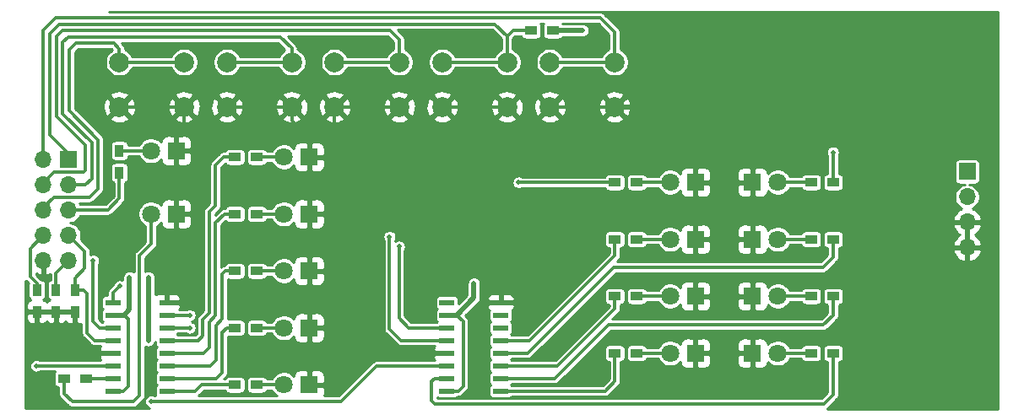
<source format=gbr>
G04 #@! TF.GenerationSoftware,KiCad,Pcbnew,(5.1.5)-3*
G04 #@! TF.CreationDate,2020-07-08T10:13:06+02:00*
G04 #@! TF.ProjectId,SBIO3,5342494f-332e-46b6-9963-61645f706362,rev?*
G04 #@! TF.SameCoordinates,Original*
G04 #@! TF.FileFunction,Copper,L1,Top*
G04 #@! TF.FilePolarity,Positive*
%FSLAX46Y46*%
G04 Gerber Fmt 4.6, Leading zero omitted, Abs format (unit mm)*
G04 Created by KiCad (PCBNEW (5.1.5)-3) date 2020-07-08 10:13:06*
%MOMM*%
%LPD*%
G04 APERTURE LIST*
%ADD10O,1.700000X1.700000*%
%ADD11R,1.700000X1.700000*%
%ADD12C,1.800000*%
%ADD13R,1.800000X1.800000*%
%ADD14R,1.500000X0.600000*%
%ADD15C,2.000000*%
%ADD16R,1.200000X0.900000*%
%ADD17R,0.900000X1.200000*%
%ADD18C,0.500000*%
%ADD19C,0.500000*%
%ADD20C,0.300000*%
%ADD21C,0.254000*%
G04 APERTURE END LIST*
D10*
X67275000Y-173774000D03*
X69815000Y-173774000D03*
X67275000Y-171234000D03*
X69815000Y-171234000D03*
X67275000Y-168694000D03*
X69815000Y-168694000D03*
X67275000Y-166154000D03*
X69815000Y-166154000D03*
X67275000Y-163614000D03*
D11*
X69815000Y-163614000D03*
D10*
X159921500Y-172440500D03*
X159921500Y-169900500D03*
X159921500Y-167360500D03*
D11*
X159921500Y-164820500D03*
D12*
X78070000Y-169075000D03*
D13*
X80610000Y-169075000D03*
D12*
X78070000Y-162725000D03*
D13*
X80610000Y-162725000D03*
D14*
X79660000Y-186855000D03*
X79660000Y-185585000D03*
X79660000Y-184315000D03*
X79660000Y-183045000D03*
X79660000Y-181775000D03*
X79660000Y-180505000D03*
X79660000Y-179235000D03*
X79660000Y-177965000D03*
X74260000Y-177965000D03*
X74260000Y-179235000D03*
X74260000Y-180505000D03*
X74260000Y-181775000D03*
X74260000Y-183045000D03*
X74260000Y-184315000D03*
X74260000Y-185585000D03*
X74260000Y-186855000D03*
D15*
X113780000Y-153835000D03*
X113780000Y-158335000D03*
X107280000Y-153835000D03*
X107280000Y-158335000D03*
X74895000Y-158335000D03*
X74895000Y-153835000D03*
X81395000Y-158335000D03*
X81395000Y-153835000D03*
D14*
X107755000Y-186855000D03*
X107755000Y-185585000D03*
X107755000Y-184315000D03*
X107755000Y-183045000D03*
X107755000Y-181775000D03*
X107755000Y-180505000D03*
X107755000Y-179235000D03*
X107755000Y-177965000D03*
X113155000Y-177965000D03*
X113155000Y-179235000D03*
X113155000Y-180505000D03*
X113155000Y-181775000D03*
X113155000Y-183045000D03*
X113155000Y-184315000D03*
X113155000Y-185585000D03*
X113155000Y-186855000D03*
D15*
X85690000Y-158335000D03*
X85690000Y-153835000D03*
X92190000Y-158335000D03*
X92190000Y-153835000D03*
X124575000Y-153835000D03*
X124575000Y-158335000D03*
X118075000Y-153835000D03*
X118075000Y-158335000D03*
X102985000Y-153835000D03*
X102985000Y-158335000D03*
X96485000Y-153835000D03*
X96485000Y-158335000D03*
D12*
X130140000Y-171615000D03*
D13*
X132680000Y-171615000D03*
D16*
X86495000Y-186220000D03*
X88695000Y-186220000D03*
X144280000Y-171615000D03*
X146480000Y-171615000D03*
D13*
X93945000Y-186220000D03*
D12*
X91405000Y-186220000D03*
X91405000Y-169075000D03*
D13*
X93945000Y-169075000D03*
D12*
X91405000Y-163360000D03*
D13*
X93945000Y-163360000D03*
X132680000Y-183045000D03*
D12*
X130140000Y-183045000D03*
D13*
X138395000Y-177330000D03*
D12*
X140935000Y-177330000D03*
X130140000Y-165900000D03*
D13*
X132680000Y-165900000D03*
D17*
X66640000Y-176695000D03*
X66640000Y-178895000D03*
D16*
X71550000Y-185585000D03*
X69350000Y-185585000D03*
X124595000Y-177330000D03*
X126795000Y-177330000D03*
X86495000Y-169075000D03*
X88695000Y-169075000D03*
X126795000Y-165900000D03*
X124595000Y-165900000D03*
D12*
X91405000Y-174790000D03*
D13*
X93945000Y-174790000D03*
X138395000Y-171615000D03*
D12*
X140935000Y-171615000D03*
D16*
X88695000Y-163360000D03*
X86495000Y-163360000D03*
D17*
X74895000Y-162725000D03*
X74895000Y-164925000D03*
D16*
X88695000Y-174790000D03*
X86495000Y-174790000D03*
X86495000Y-180505000D03*
X88695000Y-180505000D03*
D13*
X138395000Y-183045000D03*
D12*
X140935000Y-183045000D03*
D13*
X132680000Y-177330000D03*
D12*
X130140000Y-177330000D03*
D17*
X68545000Y-178895000D03*
X68545000Y-176695000D03*
D12*
X140935000Y-165900000D03*
D13*
X138395000Y-165900000D03*
D17*
X70450000Y-178895000D03*
X70450000Y-176695000D03*
D16*
X146480000Y-183045000D03*
X144280000Y-183045000D03*
X118370000Y-150660000D03*
X116170000Y-150660000D03*
X146480000Y-165900000D03*
X144280000Y-165900000D03*
X126795000Y-183045000D03*
X124595000Y-183045000D03*
X146480000Y-177330000D03*
X144280000Y-177330000D03*
X126795000Y-171615000D03*
X124595000Y-171615000D03*
D12*
X91405000Y-180505000D03*
D13*
X93945000Y-180505000D03*
D18*
X153635000Y-182156000D03*
X69053000Y-181775000D03*
X146523000Y-156883000D03*
X154143000Y-171932500D03*
X131283000Y-155168500D03*
X110455000Y-176060000D03*
X121377000Y-150660000D03*
X77816000Y-175425000D03*
X75911000Y-175425000D03*
X77816000Y-181775000D03*
X72274000Y-173774000D03*
X102945000Y-172355000D03*
X66545000Y-184325000D03*
X101995000Y-171365000D03*
X81935000Y-180505000D03*
X146465000Y-162885000D03*
X81935000Y-179235000D03*
X114945000Y-165915000D03*
X74925000Y-176335000D03*
X78085000Y-187915000D03*
D19*
X124575000Y-158335000D02*
X131592000Y-158335000D01*
D20*
X95850000Y-163360000D02*
X93945000Y-163360000D01*
X92190000Y-159700000D02*
X93945000Y-161455000D01*
X96485000Y-158335000D02*
X102985000Y-158335000D01*
X93945000Y-180505000D02*
X93945000Y-186220000D01*
X118075000Y-158335000D02*
X124575000Y-158335000D01*
X68545000Y-178895000D02*
X70450000Y-178895000D01*
D19*
X131592000Y-158335000D02*
X132680000Y-159423000D01*
D20*
X93945000Y-161455000D02*
X93945000Y-163360000D01*
X80610000Y-169075000D02*
X80610000Y-162725000D01*
X85690000Y-158335000D02*
X92190000Y-158335000D01*
X96485000Y-162725000D02*
X95850000Y-163360000D01*
X132680000Y-171615000D02*
X132680000Y-165900000D01*
X138395000Y-177330000D02*
X132680000Y-177330000D01*
X92190000Y-158335000D02*
X92190000Y-159700000D01*
X93945000Y-174790000D02*
X93945000Y-180505000D01*
X107280000Y-158335000D02*
X113780000Y-158335000D01*
X66640000Y-178895000D02*
X68545000Y-178895000D01*
X96485000Y-158335000D02*
X96485000Y-162725000D01*
X80610000Y-162725000D02*
X80610000Y-161080000D01*
X138395000Y-171615000D02*
X138395000Y-165900000D01*
X81395000Y-160295000D02*
X81395000Y-158335000D01*
D19*
X132680000Y-159423000D02*
X132680000Y-165900000D01*
D20*
X93945000Y-163360000D02*
X93945000Y-169075000D01*
X93945000Y-169075000D02*
X93945000Y-174790000D01*
X132680000Y-165900000D02*
X138395000Y-165900000D01*
X74895000Y-158335000D02*
X81395000Y-158335000D01*
X80610000Y-161080000D02*
X81395000Y-160295000D01*
D19*
X110455000Y-177505000D02*
X108725000Y-179235000D01*
X110455000Y-176060000D02*
X110455000Y-177505000D01*
X75365000Y-179235000D02*
X74260000Y-179235000D01*
X75911000Y-175425000D02*
X75911000Y-178689000D01*
X75911000Y-178689000D02*
X75365000Y-179235000D01*
X77816000Y-181775000D02*
X77816000Y-175425000D01*
X108725000Y-179235000D02*
X107755000Y-179235000D01*
X121377000Y-150660000D02*
X118370000Y-150660000D01*
D20*
X109375000Y-179885000D02*
X108725000Y-179235000D01*
X75365000Y-179235000D02*
X75765000Y-179635000D01*
X109375000Y-186365000D02*
X109375000Y-179885000D01*
X107755000Y-186855000D02*
X108885000Y-186855000D01*
X75765000Y-186335000D02*
X75245000Y-186855000D01*
X75765000Y-179635000D02*
X75765000Y-186335000D01*
X108885000Y-186855000D02*
X109375000Y-186365000D01*
X75245000Y-186855000D02*
X74260000Y-186855000D01*
X102945000Y-179515000D02*
X103935000Y-180505000D01*
X72915000Y-180505000D02*
X74260000Y-180505000D01*
X72274000Y-173774000D02*
X72274000Y-179864000D01*
X103935000Y-180505000D02*
X107755000Y-180505000D01*
X68545000Y-175044000D02*
X69815000Y-173774000D01*
X72274000Y-179864000D02*
X72915000Y-180505000D01*
X68545000Y-176695000D02*
X68545000Y-175044000D01*
X102945000Y-172355000D02*
X102945000Y-179515000D01*
X66555000Y-184315000D02*
X74260000Y-184315000D01*
X66640000Y-176090000D02*
X65955000Y-175405000D01*
X66640000Y-176695000D02*
X66640000Y-176090000D01*
X65955000Y-175405000D02*
X65955000Y-172554000D01*
X66545000Y-184325000D02*
X66555000Y-184315000D01*
X65955000Y-172554000D02*
X67275000Y-171234000D01*
X101995000Y-171365000D02*
X101995000Y-180625000D01*
X103145000Y-181775000D02*
X107755000Y-181775000D01*
X71665000Y-181035000D02*
X72405000Y-181775000D01*
X101995000Y-180625000D02*
X103145000Y-181775000D01*
X71425000Y-172844000D02*
X69815000Y-171234000D01*
X70450000Y-176695000D02*
X70450000Y-175540000D01*
X70450000Y-176695000D02*
X71325000Y-176695000D01*
X72405000Y-181775000D02*
X74260000Y-181775000D01*
X71665000Y-177035000D02*
X71665000Y-181035000D01*
X71325000Y-176695000D02*
X71665000Y-177035000D01*
X70450000Y-175540000D02*
X71425000Y-174565000D01*
X71425000Y-174565000D02*
X71425000Y-172844000D01*
X69875000Y-152615000D02*
X70545000Y-151945000D01*
X67275000Y-168694000D02*
X67275000Y-168455000D01*
X72765000Y-166525000D02*
X72765000Y-161615000D01*
X71865000Y-167425000D02*
X72765000Y-166525000D01*
X68305000Y-167425000D02*
X71865000Y-167425000D01*
X67275000Y-168455000D02*
X68305000Y-167425000D01*
X70545000Y-151945000D02*
X74355000Y-151945000D01*
X69875000Y-158725000D02*
X69875000Y-152615000D01*
X72765000Y-161615000D02*
X69875000Y-158725000D01*
X74355000Y-151945000D02*
X74895000Y-152485000D01*
X74895000Y-153835000D02*
X81395000Y-153835000D01*
X74895000Y-152485000D02*
X74895000Y-153835000D01*
X69815000Y-168694000D02*
X73726000Y-168694000D01*
X74895000Y-167525000D02*
X74895000Y-164925000D01*
X73726000Y-168694000D02*
X74895000Y-167525000D01*
X68575000Y-159245000D02*
X68575000Y-151275000D01*
X68335000Y-164895000D02*
X71265000Y-164895000D01*
X102985000Y-151605000D02*
X102985000Y-153835000D01*
X102065000Y-150685000D02*
X102985000Y-151605000D01*
X68575000Y-151275000D02*
X69165000Y-150685000D01*
X67275000Y-165955000D02*
X68335000Y-164895000D01*
X96485000Y-153835000D02*
X102985000Y-153835000D01*
X69165000Y-150685000D02*
X102065000Y-150685000D01*
X71495000Y-164665000D02*
X71495000Y-162165000D01*
X71495000Y-162165000D02*
X68575000Y-159245000D01*
X67275000Y-166154000D02*
X67275000Y-165955000D01*
X71265000Y-164895000D02*
X71495000Y-164665000D01*
X69225000Y-159015000D02*
X69225000Y-151835000D01*
X71506000Y-166154000D02*
X72135000Y-165525000D01*
X72135000Y-165525000D02*
X72135000Y-161925000D01*
X69815000Y-166154000D02*
X71506000Y-166154000D01*
X92190000Y-152460000D02*
X92190000Y-153835000D01*
X72135000Y-161925000D02*
X69225000Y-159015000D01*
X69745000Y-151315000D02*
X91045000Y-151315000D01*
X85690000Y-153835000D02*
X92190000Y-153835000D01*
X91045000Y-151315000D02*
X92190000Y-152460000D01*
X69225000Y-151835000D02*
X69745000Y-151315000D01*
X118075000Y-153835000D02*
X124575000Y-153835000D01*
X123155000Y-149390000D02*
X124575000Y-150810000D01*
X124575000Y-150810000D02*
X124575000Y-153835000D01*
X67275000Y-163614000D02*
X67275000Y-150660000D01*
X68545000Y-149390000D02*
X123155000Y-149390000D01*
X67275000Y-150660000D02*
X68545000Y-149390000D01*
X67915000Y-150975000D02*
X68865000Y-150025000D01*
X67915000Y-161125000D02*
X67915000Y-150975000D01*
X113780000Y-151250000D02*
X113780000Y-153835000D01*
X68865000Y-150025000D02*
X112555000Y-150025000D01*
X116170000Y-150660000D02*
X114370000Y-150660000D01*
X114370000Y-150660000D02*
X113780000Y-151250000D01*
X107280000Y-153835000D02*
X113780000Y-153835000D01*
X69815000Y-163025000D02*
X67915000Y-161125000D01*
X69815000Y-163614000D02*
X69815000Y-163025000D01*
X112555000Y-150025000D02*
X113780000Y-151250000D01*
X74895000Y-162725000D02*
X78070000Y-162725000D01*
X79660000Y-185585000D02*
X84595000Y-185585000D01*
X85195000Y-180975000D02*
X85665000Y-180505000D01*
X84595000Y-185585000D02*
X85195000Y-184985000D01*
X85665000Y-180505000D02*
X86495000Y-180505000D01*
X85195000Y-184985000D02*
X85195000Y-180975000D01*
X88695000Y-180505000D02*
X91405000Y-180505000D01*
X88695000Y-174790000D02*
X91405000Y-174790000D01*
X83975000Y-184315000D02*
X84565000Y-183725000D01*
X85205000Y-179625000D02*
X85205000Y-175140000D01*
X79660000Y-184315000D02*
X83975000Y-184315000D01*
X84565000Y-180265000D02*
X85205000Y-179625000D01*
X85205000Y-175140000D02*
X85555000Y-174790000D01*
X85555000Y-174790000D02*
X86495000Y-174790000D01*
X84565000Y-183725000D02*
X84565000Y-180265000D01*
X83915000Y-179915000D02*
X84535000Y-179295000D01*
X83915000Y-182455000D02*
X83915000Y-179915000D01*
X84535000Y-179295000D02*
X84535000Y-169965000D01*
X79660000Y-183045000D02*
X83325000Y-183045000D01*
X83325000Y-183045000D02*
X83915000Y-182455000D01*
X84535000Y-169965000D02*
X85425000Y-169075000D01*
X85425000Y-169075000D02*
X86495000Y-169075000D01*
X88695000Y-169075000D02*
X91405000Y-169075000D01*
X88695000Y-163360000D02*
X91405000Y-163360000D01*
X83245000Y-179665000D02*
X83905000Y-179005000D01*
X79660000Y-181775000D02*
X82785000Y-181775000D01*
X85330000Y-163360000D02*
X86495000Y-163360000D01*
X83905000Y-168855000D02*
X84535000Y-168225000D01*
X83245000Y-181315000D02*
X83245000Y-179665000D01*
X84535000Y-168225000D02*
X84535000Y-164155000D01*
X84535000Y-164155000D02*
X85330000Y-163360000D01*
X83905000Y-179005000D02*
X83905000Y-168855000D01*
X82785000Y-181775000D02*
X83245000Y-181315000D01*
X146465000Y-162885000D02*
X146465000Y-165885000D01*
X146465000Y-165885000D02*
X146480000Y-165900000D01*
X79660000Y-180505000D02*
X81935000Y-180505000D01*
X140935000Y-165900000D02*
X144280000Y-165900000D01*
X126795000Y-165900000D02*
X130140000Y-165900000D01*
X79660000Y-179235000D02*
X81935000Y-179235000D01*
X114945000Y-165915000D02*
X124580000Y-165915000D01*
X124580000Y-165915000D02*
X124595000Y-165900000D01*
X78070000Y-172110000D02*
X78070000Y-169075000D01*
X76925000Y-173255000D02*
X78070000Y-172110000D01*
X76925000Y-187325000D02*
X76925000Y-173255000D01*
X69350000Y-187100000D02*
X70175000Y-187925000D01*
X76325000Y-187925000D02*
X76925000Y-187325000D01*
X70175000Y-187925000D02*
X76325000Y-187925000D01*
X69350000Y-185585000D02*
X69350000Y-187100000D01*
X88695000Y-186220000D02*
X91405000Y-186220000D01*
X140935000Y-183045000D02*
X144280000Y-183045000D01*
X126795000Y-183045000D02*
X130140000Y-183045000D01*
X140935000Y-177330000D02*
X144280000Y-177330000D01*
X126795000Y-177330000D02*
X130140000Y-177330000D01*
X140935000Y-171615000D02*
X144280000Y-171615000D01*
X126795000Y-171615000D02*
X130140000Y-171615000D01*
X74260000Y-185585000D02*
X71550000Y-185585000D01*
X83150000Y-186220000D02*
X86495000Y-186220000D01*
X79660000Y-186855000D02*
X82515000Y-186855000D01*
X82515000Y-186855000D02*
X83150000Y-186220000D01*
X106205000Y-187805000D02*
X106565000Y-188165000D01*
X107755000Y-185585000D02*
X106515000Y-185585000D01*
X106205000Y-185895000D02*
X106205000Y-187805000D01*
X146480000Y-187210000D02*
X146480000Y-183045000D01*
X145525000Y-188165000D02*
X146480000Y-187210000D01*
X106515000Y-185585000D02*
X106205000Y-185895000D01*
X106565000Y-188165000D02*
X145525000Y-188165000D01*
X113155000Y-186855000D02*
X123635000Y-186855000D01*
X124595000Y-185895000D02*
X124595000Y-183045000D01*
X123635000Y-186855000D02*
X124595000Y-185895000D01*
X145515000Y-180215000D02*
X146480000Y-179250000D01*
X123945000Y-180215000D02*
X145515000Y-180215000D01*
X118575000Y-185585000D02*
X123945000Y-180215000D01*
X146480000Y-179250000D02*
X146480000Y-177330000D01*
X113155000Y-185585000D02*
X118575000Y-185585000D01*
X113155000Y-184315000D02*
X118835000Y-184315000D01*
X118835000Y-184315000D02*
X124595000Y-178555000D01*
X124595000Y-178555000D02*
X124595000Y-177330000D01*
X146480000Y-173400000D02*
X146480000Y-171615000D01*
X145445000Y-174435000D02*
X146480000Y-173400000D01*
X124455000Y-174435000D02*
X145445000Y-174435000D01*
X115845000Y-183045000D02*
X124455000Y-174435000D01*
X113155000Y-183045000D02*
X115845000Y-183045000D01*
X113155000Y-181775000D02*
X116045000Y-181775000D01*
X116045000Y-181775000D02*
X124595000Y-173225000D01*
X124595000Y-173225000D02*
X124595000Y-171615000D01*
X78085000Y-187915000D02*
X97115000Y-187915000D01*
X74260000Y-177000000D02*
X74925000Y-176335000D01*
X74260000Y-177965000D02*
X74260000Y-177000000D01*
X97115000Y-187915000D02*
X100715000Y-184315000D01*
X100715000Y-184315000D02*
X107755000Y-184315000D01*
D21*
G36*
X163033000Y-188632917D02*
G01*
X145877945Y-188621777D01*
X145934974Y-188574974D01*
X145953039Y-188552962D01*
X146867968Y-187638034D01*
X146889974Y-187619974D01*
X146962079Y-187532115D01*
X147015657Y-187431876D01*
X147032315Y-187376963D01*
X147048651Y-187323112D01*
X147055777Y-187250748D01*
X147057000Y-187238336D01*
X147057000Y-187238331D01*
X147059790Y-187210000D01*
X147057000Y-187181669D01*
X147057000Y-183924066D01*
X147080000Y-183924066D01*
X147163707Y-183915822D01*
X147244196Y-183891405D01*
X147318376Y-183851755D01*
X147383395Y-183798395D01*
X147436755Y-183733376D01*
X147476405Y-183659196D01*
X147500822Y-183578707D01*
X147509066Y-183495000D01*
X147509066Y-182595000D01*
X147500822Y-182511293D01*
X147476405Y-182430804D01*
X147436755Y-182356624D01*
X147383395Y-182291605D01*
X147318376Y-182238245D01*
X147244196Y-182198595D01*
X147163707Y-182174178D01*
X147080000Y-182165934D01*
X145880000Y-182165934D01*
X145796293Y-182174178D01*
X145715804Y-182198595D01*
X145641624Y-182238245D01*
X145576605Y-182291605D01*
X145523245Y-182356624D01*
X145483595Y-182430804D01*
X145459178Y-182511293D01*
X145450934Y-182595000D01*
X145450934Y-183495000D01*
X145459178Y-183578707D01*
X145483595Y-183659196D01*
X145523245Y-183733376D01*
X145576605Y-183798395D01*
X145641624Y-183851755D01*
X145715804Y-183891405D01*
X145796293Y-183915822D01*
X145880000Y-183924066D01*
X145903001Y-183924066D01*
X145903000Y-186970998D01*
X145285999Y-187588000D01*
X106804000Y-187588000D01*
X106782000Y-187565999D01*
X106782000Y-187519974D01*
X106840804Y-187551405D01*
X106921293Y-187575822D01*
X107005000Y-187584066D01*
X108505000Y-187584066D01*
X108588707Y-187575822D01*
X108669196Y-187551405D01*
X108743376Y-187511755D01*
X108808395Y-187458395D01*
X108830057Y-187432000D01*
X108856669Y-187432000D01*
X108885000Y-187434790D01*
X108913331Y-187432000D01*
X108913336Y-187432000D01*
X108943045Y-187429074D01*
X108998111Y-187423651D01*
X109042770Y-187410103D01*
X109106876Y-187390657D01*
X109207115Y-187337079D01*
X109294974Y-187264974D01*
X109313039Y-187242962D01*
X109762963Y-186793038D01*
X109784974Y-186774974D01*
X109857079Y-186687115D01*
X109910657Y-186586876D01*
X109930880Y-186520210D01*
X109943651Y-186478112D01*
X109954791Y-186365000D01*
X109952000Y-186336661D01*
X109952000Y-179913331D01*
X109954790Y-179885000D01*
X109951839Y-179855026D01*
X109947601Y-179812000D01*
X109943651Y-179771888D01*
X109917356Y-179685209D01*
X109910657Y-179663124D01*
X109857079Y-179562885D01*
X109784974Y-179475026D01*
X109762962Y-179456961D01*
X109611712Y-179305711D01*
X110652422Y-178265000D01*
X111766928Y-178265000D01*
X111779188Y-178389482D01*
X111815498Y-178509180D01*
X111874463Y-178619494D01*
X111953815Y-178716185D01*
X112012185Y-178764088D01*
X112008595Y-178770804D01*
X111984178Y-178851293D01*
X111975934Y-178935000D01*
X111975934Y-179535000D01*
X111984178Y-179618707D01*
X112008595Y-179699196D01*
X112048245Y-179773376D01*
X112101605Y-179838395D01*
X112140116Y-179870000D01*
X112101605Y-179901605D01*
X112048245Y-179966624D01*
X112008595Y-180040804D01*
X111984178Y-180121293D01*
X111975934Y-180205000D01*
X111975934Y-180805000D01*
X111984178Y-180888707D01*
X112008595Y-180969196D01*
X112048245Y-181043376D01*
X112101605Y-181108395D01*
X112140116Y-181140000D01*
X112101605Y-181171605D01*
X112048245Y-181236624D01*
X112008595Y-181310804D01*
X111984178Y-181391293D01*
X111975934Y-181475000D01*
X111975934Y-182075000D01*
X111984178Y-182158707D01*
X112008595Y-182239196D01*
X112048245Y-182313376D01*
X112101605Y-182378395D01*
X112140116Y-182410000D01*
X112101605Y-182441605D01*
X112048245Y-182506624D01*
X112008595Y-182580804D01*
X111984178Y-182661293D01*
X111975934Y-182745000D01*
X111975934Y-183345000D01*
X111984178Y-183428707D01*
X112008595Y-183509196D01*
X112048245Y-183583376D01*
X112101605Y-183648395D01*
X112140116Y-183680000D01*
X112101605Y-183711605D01*
X112048245Y-183776624D01*
X112008595Y-183850804D01*
X111984178Y-183931293D01*
X111975934Y-184015000D01*
X111975934Y-184615000D01*
X111984178Y-184698707D01*
X112008595Y-184779196D01*
X112048245Y-184853376D01*
X112101605Y-184918395D01*
X112140116Y-184950000D01*
X112101605Y-184981605D01*
X112048245Y-185046624D01*
X112008595Y-185120804D01*
X111984178Y-185201293D01*
X111975934Y-185285000D01*
X111975934Y-185885000D01*
X111984178Y-185968707D01*
X112008595Y-186049196D01*
X112048245Y-186123376D01*
X112101605Y-186188395D01*
X112140116Y-186220000D01*
X112101605Y-186251605D01*
X112048245Y-186316624D01*
X112008595Y-186390804D01*
X111984178Y-186471293D01*
X111975934Y-186555000D01*
X111975934Y-187155000D01*
X111984178Y-187238707D01*
X112008595Y-187319196D01*
X112048245Y-187393376D01*
X112101605Y-187458395D01*
X112166624Y-187511755D01*
X112240804Y-187551405D01*
X112321293Y-187575822D01*
X112405000Y-187584066D01*
X113905000Y-187584066D01*
X113988707Y-187575822D01*
X114069196Y-187551405D01*
X114143376Y-187511755D01*
X114208395Y-187458395D01*
X114230057Y-187432000D01*
X123606669Y-187432000D01*
X123635000Y-187434790D01*
X123663331Y-187432000D01*
X123663336Y-187432000D01*
X123693045Y-187429074D01*
X123748111Y-187423651D01*
X123792770Y-187410103D01*
X123856876Y-187390657D01*
X123957115Y-187337079D01*
X124044974Y-187264974D01*
X124063039Y-187242962D01*
X124982968Y-186323034D01*
X125004974Y-186304974D01*
X125027112Y-186278000D01*
X125056857Y-186241755D01*
X125077079Y-186217115D01*
X125130657Y-186116876D01*
X125145763Y-186067078D01*
X125163651Y-186008112D01*
X125170925Y-185934250D01*
X125172000Y-185923336D01*
X125172000Y-185923332D01*
X125174790Y-185895001D01*
X125172000Y-185866665D01*
X125172000Y-183924066D01*
X125195000Y-183924066D01*
X125278707Y-183915822D01*
X125359196Y-183891405D01*
X125433376Y-183851755D01*
X125498395Y-183798395D01*
X125551755Y-183733376D01*
X125591405Y-183659196D01*
X125615822Y-183578707D01*
X125624066Y-183495000D01*
X125624066Y-182595000D01*
X125765934Y-182595000D01*
X125765934Y-183495000D01*
X125774178Y-183578707D01*
X125798595Y-183659196D01*
X125838245Y-183733376D01*
X125891605Y-183798395D01*
X125956624Y-183851755D01*
X126030804Y-183891405D01*
X126111293Y-183915822D01*
X126195000Y-183924066D01*
X127395000Y-183924066D01*
X127478707Y-183915822D01*
X127559196Y-183891405D01*
X127633376Y-183851755D01*
X127698395Y-183798395D01*
X127751755Y-183733376D01*
X127791405Y-183659196D01*
X127802689Y-183622000D01*
X128942667Y-183622000D01*
X128964028Y-183673570D01*
X129109252Y-183890913D01*
X129294087Y-184075748D01*
X129511430Y-184220972D01*
X129752928Y-184321004D01*
X130009302Y-184372000D01*
X130270698Y-184372000D01*
X130527072Y-184321004D01*
X130768570Y-184220972D01*
X130985913Y-184075748D01*
X131142055Y-183919606D01*
X131141928Y-183945000D01*
X131154188Y-184069482D01*
X131190498Y-184189180D01*
X131249463Y-184299494D01*
X131328815Y-184396185D01*
X131425506Y-184475537D01*
X131535820Y-184534502D01*
X131655518Y-184570812D01*
X131780000Y-184583072D01*
X132394250Y-184580000D01*
X132553000Y-184421250D01*
X132553000Y-183172000D01*
X132807000Y-183172000D01*
X132807000Y-184421250D01*
X132965750Y-184580000D01*
X133580000Y-184583072D01*
X133704482Y-184570812D01*
X133824180Y-184534502D01*
X133934494Y-184475537D01*
X134031185Y-184396185D01*
X134110537Y-184299494D01*
X134169502Y-184189180D01*
X134205812Y-184069482D01*
X134218072Y-183945000D01*
X136856928Y-183945000D01*
X136869188Y-184069482D01*
X136905498Y-184189180D01*
X136964463Y-184299494D01*
X137043815Y-184396185D01*
X137140506Y-184475537D01*
X137250820Y-184534502D01*
X137370518Y-184570812D01*
X137495000Y-184583072D01*
X138109250Y-184580000D01*
X138268000Y-184421250D01*
X138268000Y-183172000D01*
X137018750Y-183172000D01*
X136860000Y-183330750D01*
X136856928Y-183945000D01*
X134218072Y-183945000D01*
X134215000Y-183330750D01*
X134056250Y-183172000D01*
X132807000Y-183172000D01*
X132553000Y-183172000D01*
X132533000Y-183172000D01*
X132533000Y-182918000D01*
X132553000Y-182918000D01*
X132553000Y-181668750D01*
X132807000Y-181668750D01*
X132807000Y-182918000D01*
X134056250Y-182918000D01*
X134215000Y-182759250D01*
X134218072Y-182145000D01*
X136856928Y-182145000D01*
X136860000Y-182759250D01*
X137018750Y-182918000D01*
X138268000Y-182918000D01*
X138268000Y-181668750D01*
X138522000Y-181668750D01*
X138522000Y-182918000D01*
X138542000Y-182918000D01*
X138542000Y-183172000D01*
X138522000Y-183172000D01*
X138522000Y-184421250D01*
X138680750Y-184580000D01*
X139295000Y-184583072D01*
X139419482Y-184570812D01*
X139539180Y-184534502D01*
X139649494Y-184475537D01*
X139746185Y-184396185D01*
X139825537Y-184299494D01*
X139884502Y-184189180D01*
X139920812Y-184069482D01*
X139933072Y-183945000D01*
X139932945Y-183919606D01*
X140089087Y-184075748D01*
X140306430Y-184220972D01*
X140547928Y-184321004D01*
X140804302Y-184372000D01*
X141065698Y-184372000D01*
X141322072Y-184321004D01*
X141563570Y-184220972D01*
X141780913Y-184075748D01*
X141965748Y-183890913D01*
X142110972Y-183673570D01*
X142132333Y-183622000D01*
X143272311Y-183622000D01*
X143283595Y-183659196D01*
X143323245Y-183733376D01*
X143376605Y-183798395D01*
X143441624Y-183851755D01*
X143515804Y-183891405D01*
X143596293Y-183915822D01*
X143680000Y-183924066D01*
X144880000Y-183924066D01*
X144963707Y-183915822D01*
X145044196Y-183891405D01*
X145118376Y-183851755D01*
X145183395Y-183798395D01*
X145236755Y-183733376D01*
X145276405Y-183659196D01*
X145300822Y-183578707D01*
X145309066Y-183495000D01*
X145309066Y-182595000D01*
X145300822Y-182511293D01*
X145276405Y-182430804D01*
X145236755Y-182356624D01*
X145183395Y-182291605D01*
X145118376Y-182238245D01*
X145044196Y-182198595D01*
X144963707Y-182174178D01*
X144880000Y-182165934D01*
X143680000Y-182165934D01*
X143596293Y-182174178D01*
X143515804Y-182198595D01*
X143441624Y-182238245D01*
X143376605Y-182291605D01*
X143323245Y-182356624D01*
X143283595Y-182430804D01*
X143272311Y-182468000D01*
X142132333Y-182468000D01*
X142110972Y-182416430D01*
X141965748Y-182199087D01*
X141780913Y-182014252D01*
X141563570Y-181869028D01*
X141322072Y-181768996D01*
X141065698Y-181718000D01*
X140804302Y-181718000D01*
X140547928Y-181768996D01*
X140306430Y-181869028D01*
X140089087Y-182014252D01*
X139932945Y-182170394D01*
X139933072Y-182145000D01*
X139920812Y-182020518D01*
X139884502Y-181900820D01*
X139825537Y-181790506D01*
X139746185Y-181693815D01*
X139649494Y-181614463D01*
X139539180Y-181555498D01*
X139419482Y-181519188D01*
X139295000Y-181506928D01*
X138680750Y-181510000D01*
X138522000Y-181668750D01*
X138268000Y-181668750D01*
X138109250Y-181510000D01*
X137495000Y-181506928D01*
X137370518Y-181519188D01*
X137250820Y-181555498D01*
X137140506Y-181614463D01*
X137043815Y-181693815D01*
X136964463Y-181790506D01*
X136905498Y-181900820D01*
X136869188Y-182020518D01*
X136856928Y-182145000D01*
X134218072Y-182145000D01*
X134205812Y-182020518D01*
X134169502Y-181900820D01*
X134110537Y-181790506D01*
X134031185Y-181693815D01*
X133934494Y-181614463D01*
X133824180Y-181555498D01*
X133704482Y-181519188D01*
X133580000Y-181506928D01*
X132965750Y-181510000D01*
X132807000Y-181668750D01*
X132553000Y-181668750D01*
X132394250Y-181510000D01*
X131780000Y-181506928D01*
X131655518Y-181519188D01*
X131535820Y-181555498D01*
X131425506Y-181614463D01*
X131328815Y-181693815D01*
X131249463Y-181790506D01*
X131190498Y-181900820D01*
X131154188Y-182020518D01*
X131141928Y-182145000D01*
X131142055Y-182170394D01*
X130985913Y-182014252D01*
X130768570Y-181869028D01*
X130527072Y-181768996D01*
X130270698Y-181718000D01*
X130009302Y-181718000D01*
X129752928Y-181768996D01*
X129511430Y-181869028D01*
X129294087Y-182014252D01*
X129109252Y-182199087D01*
X128964028Y-182416430D01*
X128942667Y-182468000D01*
X127802689Y-182468000D01*
X127791405Y-182430804D01*
X127751755Y-182356624D01*
X127698395Y-182291605D01*
X127633376Y-182238245D01*
X127559196Y-182198595D01*
X127478707Y-182174178D01*
X127395000Y-182165934D01*
X126195000Y-182165934D01*
X126111293Y-182174178D01*
X126030804Y-182198595D01*
X125956624Y-182238245D01*
X125891605Y-182291605D01*
X125838245Y-182356624D01*
X125798595Y-182430804D01*
X125774178Y-182511293D01*
X125765934Y-182595000D01*
X125624066Y-182595000D01*
X125615822Y-182511293D01*
X125591405Y-182430804D01*
X125551755Y-182356624D01*
X125498395Y-182291605D01*
X125433376Y-182238245D01*
X125359196Y-182198595D01*
X125278707Y-182174178D01*
X125195000Y-182165934D01*
X123995000Y-182165934D01*
X123911293Y-182174178D01*
X123830804Y-182198595D01*
X123756624Y-182238245D01*
X123691605Y-182291605D01*
X123638245Y-182356624D01*
X123598595Y-182430804D01*
X123574178Y-182511293D01*
X123565934Y-182595000D01*
X123565934Y-183495000D01*
X123574178Y-183578707D01*
X123598595Y-183659196D01*
X123638245Y-183733376D01*
X123691605Y-183798395D01*
X123756624Y-183851755D01*
X123830804Y-183891405D01*
X123911293Y-183915822D01*
X123995000Y-183924066D01*
X124018001Y-183924066D01*
X124018000Y-185655998D01*
X123395999Y-186278000D01*
X114230057Y-186278000D01*
X114208395Y-186251605D01*
X114169884Y-186220000D01*
X114208395Y-186188395D01*
X114230057Y-186162000D01*
X118546669Y-186162000D01*
X118575000Y-186164790D01*
X118603331Y-186162000D01*
X118603336Y-186162000D01*
X118633045Y-186159074D01*
X118688111Y-186153651D01*
X118732770Y-186140103D01*
X118796876Y-186120657D01*
X118897115Y-186067079D01*
X118984974Y-185994974D01*
X119003039Y-185972962D01*
X124184001Y-180792000D01*
X145486669Y-180792000D01*
X145515000Y-180794790D01*
X145543331Y-180792000D01*
X145543336Y-180792000D01*
X145573045Y-180789074D01*
X145628111Y-180783651D01*
X145672770Y-180770103D01*
X145736876Y-180750657D01*
X145837115Y-180697079D01*
X145924974Y-180624974D01*
X145943039Y-180602962D01*
X146867968Y-179678034D01*
X146889974Y-179659974D01*
X146909105Y-179636664D01*
X146925149Y-179617114D01*
X146962079Y-179572115D01*
X147015657Y-179471876D01*
X147048650Y-179363112D01*
X147057000Y-179278336D01*
X147057000Y-179278330D01*
X147059790Y-179250001D01*
X147057000Y-179221672D01*
X147057000Y-178209066D01*
X147080000Y-178209066D01*
X147163707Y-178200822D01*
X147244196Y-178176405D01*
X147318376Y-178136755D01*
X147383395Y-178083395D01*
X147436755Y-178018376D01*
X147476405Y-177944196D01*
X147500822Y-177863707D01*
X147509066Y-177780000D01*
X147509066Y-176880000D01*
X147500822Y-176796293D01*
X147476405Y-176715804D01*
X147436755Y-176641624D01*
X147383395Y-176576605D01*
X147318376Y-176523245D01*
X147244196Y-176483595D01*
X147163707Y-176459178D01*
X147080000Y-176450934D01*
X145880000Y-176450934D01*
X145796293Y-176459178D01*
X145715804Y-176483595D01*
X145641624Y-176523245D01*
X145576605Y-176576605D01*
X145523245Y-176641624D01*
X145483595Y-176715804D01*
X145459178Y-176796293D01*
X145450934Y-176880000D01*
X145450934Y-177780000D01*
X145459178Y-177863707D01*
X145483595Y-177944196D01*
X145523245Y-178018376D01*
X145576605Y-178083395D01*
X145641624Y-178136755D01*
X145715804Y-178176405D01*
X145796293Y-178200822D01*
X145880000Y-178209066D01*
X145903001Y-178209066D01*
X145903000Y-179010998D01*
X145275999Y-179638000D01*
X124328002Y-179638000D01*
X124982969Y-178983033D01*
X125004974Y-178964974D01*
X125029574Y-178935000D01*
X125055776Y-178903072D01*
X125077079Y-178877115D01*
X125130657Y-178776876D01*
X125163650Y-178668112D01*
X125172000Y-178583336D01*
X125172000Y-178583330D01*
X125174790Y-178555001D01*
X125172000Y-178526672D01*
X125172000Y-178209066D01*
X125195000Y-178209066D01*
X125278707Y-178200822D01*
X125359196Y-178176405D01*
X125433376Y-178136755D01*
X125498395Y-178083395D01*
X125551755Y-178018376D01*
X125591405Y-177944196D01*
X125615822Y-177863707D01*
X125624066Y-177780000D01*
X125624066Y-176880000D01*
X125765934Y-176880000D01*
X125765934Y-177780000D01*
X125774178Y-177863707D01*
X125798595Y-177944196D01*
X125838245Y-178018376D01*
X125891605Y-178083395D01*
X125956624Y-178136755D01*
X126030804Y-178176405D01*
X126111293Y-178200822D01*
X126195000Y-178209066D01*
X127395000Y-178209066D01*
X127478707Y-178200822D01*
X127559196Y-178176405D01*
X127633376Y-178136755D01*
X127698395Y-178083395D01*
X127751755Y-178018376D01*
X127791405Y-177944196D01*
X127802689Y-177907000D01*
X128942667Y-177907000D01*
X128964028Y-177958570D01*
X129109252Y-178175913D01*
X129294087Y-178360748D01*
X129511430Y-178505972D01*
X129752928Y-178606004D01*
X130009302Y-178657000D01*
X130270698Y-178657000D01*
X130527072Y-178606004D01*
X130768570Y-178505972D01*
X130985913Y-178360748D01*
X131142055Y-178204606D01*
X131141928Y-178230000D01*
X131154188Y-178354482D01*
X131190498Y-178474180D01*
X131249463Y-178584494D01*
X131328815Y-178681185D01*
X131425506Y-178760537D01*
X131535820Y-178819502D01*
X131655518Y-178855812D01*
X131780000Y-178868072D01*
X132394250Y-178865000D01*
X132553000Y-178706250D01*
X132553000Y-177457000D01*
X132807000Y-177457000D01*
X132807000Y-178706250D01*
X132965750Y-178865000D01*
X133580000Y-178868072D01*
X133704482Y-178855812D01*
X133824180Y-178819502D01*
X133934494Y-178760537D01*
X134031185Y-178681185D01*
X134110537Y-178584494D01*
X134169502Y-178474180D01*
X134205812Y-178354482D01*
X134218072Y-178230000D01*
X136856928Y-178230000D01*
X136869188Y-178354482D01*
X136905498Y-178474180D01*
X136964463Y-178584494D01*
X137043815Y-178681185D01*
X137140506Y-178760537D01*
X137250820Y-178819502D01*
X137370518Y-178855812D01*
X137495000Y-178868072D01*
X138109250Y-178865000D01*
X138268000Y-178706250D01*
X138268000Y-177457000D01*
X137018750Y-177457000D01*
X136860000Y-177615750D01*
X136856928Y-178230000D01*
X134218072Y-178230000D01*
X134215000Y-177615750D01*
X134056250Y-177457000D01*
X132807000Y-177457000D01*
X132553000Y-177457000D01*
X132533000Y-177457000D01*
X132533000Y-177203000D01*
X132553000Y-177203000D01*
X132553000Y-175953750D01*
X132807000Y-175953750D01*
X132807000Y-177203000D01*
X134056250Y-177203000D01*
X134215000Y-177044250D01*
X134218072Y-176430000D01*
X136856928Y-176430000D01*
X136860000Y-177044250D01*
X137018750Y-177203000D01*
X138268000Y-177203000D01*
X138268000Y-175953750D01*
X138522000Y-175953750D01*
X138522000Y-177203000D01*
X138542000Y-177203000D01*
X138542000Y-177457000D01*
X138522000Y-177457000D01*
X138522000Y-178706250D01*
X138680750Y-178865000D01*
X139295000Y-178868072D01*
X139419482Y-178855812D01*
X139539180Y-178819502D01*
X139649494Y-178760537D01*
X139746185Y-178681185D01*
X139825537Y-178584494D01*
X139884502Y-178474180D01*
X139920812Y-178354482D01*
X139933072Y-178230000D01*
X139932945Y-178204606D01*
X140089087Y-178360748D01*
X140306430Y-178505972D01*
X140547928Y-178606004D01*
X140804302Y-178657000D01*
X141065698Y-178657000D01*
X141322072Y-178606004D01*
X141563570Y-178505972D01*
X141780913Y-178360748D01*
X141965748Y-178175913D01*
X142110972Y-177958570D01*
X142132333Y-177907000D01*
X143272311Y-177907000D01*
X143283595Y-177944196D01*
X143323245Y-178018376D01*
X143376605Y-178083395D01*
X143441624Y-178136755D01*
X143515804Y-178176405D01*
X143596293Y-178200822D01*
X143680000Y-178209066D01*
X144880000Y-178209066D01*
X144963707Y-178200822D01*
X145044196Y-178176405D01*
X145118376Y-178136755D01*
X145183395Y-178083395D01*
X145236755Y-178018376D01*
X145276405Y-177944196D01*
X145300822Y-177863707D01*
X145309066Y-177780000D01*
X145309066Y-176880000D01*
X145300822Y-176796293D01*
X145276405Y-176715804D01*
X145236755Y-176641624D01*
X145183395Y-176576605D01*
X145118376Y-176523245D01*
X145044196Y-176483595D01*
X144963707Y-176459178D01*
X144880000Y-176450934D01*
X143680000Y-176450934D01*
X143596293Y-176459178D01*
X143515804Y-176483595D01*
X143441624Y-176523245D01*
X143376605Y-176576605D01*
X143323245Y-176641624D01*
X143283595Y-176715804D01*
X143272311Y-176753000D01*
X142132333Y-176753000D01*
X142110972Y-176701430D01*
X141965748Y-176484087D01*
X141780913Y-176299252D01*
X141563570Y-176154028D01*
X141322072Y-176053996D01*
X141065698Y-176003000D01*
X140804302Y-176003000D01*
X140547928Y-176053996D01*
X140306430Y-176154028D01*
X140089087Y-176299252D01*
X139932945Y-176455394D01*
X139933072Y-176430000D01*
X139920812Y-176305518D01*
X139884502Y-176185820D01*
X139825537Y-176075506D01*
X139746185Y-175978815D01*
X139649494Y-175899463D01*
X139539180Y-175840498D01*
X139419482Y-175804188D01*
X139295000Y-175791928D01*
X138680750Y-175795000D01*
X138522000Y-175953750D01*
X138268000Y-175953750D01*
X138109250Y-175795000D01*
X137495000Y-175791928D01*
X137370518Y-175804188D01*
X137250820Y-175840498D01*
X137140506Y-175899463D01*
X137043815Y-175978815D01*
X136964463Y-176075506D01*
X136905498Y-176185820D01*
X136869188Y-176305518D01*
X136856928Y-176430000D01*
X134218072Y-176430000D01*
X134205812Y-176305518D01*
X134169502Y-176185820D01*
X134110537Y-176075506D01*
X134031185Y-175978815D01*
X133934494Y-175899463D01*
X133824180Y-175840498D01*
X133704482Y-175804188D01*
X133580000Y-175791928D01*
X132965750Y-175795000D01*
X132807000Y-175953750D01*
X132553000Y-175953750D01*
X132394250Y-175795000D01*
X131780000Y-175791928D01*
X131655518Y-175804188D01*
X131535820Y-175840498D01*
X131425506Y-175899463D01*
X131328815Y-175978815D01*
X131249463Y-176075506D01*
X131190498Y-176185820D01*
X131154188Y-176305518D01*
X131141928Y-176430000D01*
X131142055Y-176455394D01*
X130985913Y-176299252D01*
X130768570Y-176154028D01*
X130527072Y-176053996D01*
X130270698Y-176003000D01*
X130009302Y-176003000D01*
X129752928Y-176053996D01*
X129511430Y-176154028D01*
X129294087Y-176299252D01*
X129109252Y-176484087D01*
X128964028Y-176701430D01*
X128942667Y-176753000D01*
X127802689Y-176753000D01*
X127791405Y-176715804D01*
X127751755Y-176641624D01*
X127698395Y-176576605D01*
X127633376Y-176523245D01*
X127559196Y-176483595D01*
X127478707Y-176459178D01*
X127395000Y-176450934D01*
X126195000Y-176450934D01*
X126111293Y-176459178D01*
X126030804Y-176483595D01*
X125956624Y-176523245D01*
X125891605Y-176576605D01*
X125838245Y-176641624D01*
X125798595Y-176715804D01*
X125774178Y-176796293D01*
X125765934Y-176880000D01*
X125624066Y-176880000D01*
X125615822Y-176796293D01*
X125591405Y-176715804D01*
X125551755Y-176641624D01*
X125498395Y-176576605D01*
X125433376Y-176523245D01*
X125359196Y-176483595D01*
X125278707Y-176459178D01*
X125195000Y-176450934D01*
X123995000Y-176450934D01*
X123911293Y-176459178D01*
X123830804Y-176483595D01*
X123756624Y-176523245D01*
X123691605Y-176576605D01*
X123638245Y-176641624D01*
X123598595Y-176715804D01*
X123574178Y-176796293D01*
X123565934Y-176880000D01*
X123565934Y-177780000D01*
X123574178Y-177863707D01*
X123598595Y-177944196D01*
X123638245Y-178018376D01*
X123691605Y-178083395D01*
X123756624Y-178136755D01*
X123830804Y-178176405D01*
X123911293Y-178200822D01*
X123995000Y-178209066D01*
X124018000Y-178209066D01*
X124018000Y-178315998D01*
X118595999Y-183738000D01*
X114230057Y-183738000D01*
X114208395Y-183711605D01*
X114169884Y-183680000D01*
X114208395Y-183648395D01*
X114230057Y-183622000D01*
X115816669Y-183622000D01*
X115845000Y-183624790D01*
X115873331Y-183622000D01*
X115873336Y-183622000D01*
X115903045Y-183619074D01*
X115958111Y-183613651D01*
X116002770Y-183600103D01*
X116066876Y-183580657D01*
X116167115Y-183527079D01*
X116254974Y-183454974D01*
X116273039Y-183432962D01*
X124694001Y-175012000D01*
X145416669Y-175012000D01*
X145445000Y-175014790D01*
X145473331Y-175012000D01*
X145473336Y-175012000D01*
X145503045Y-175009074D01*
X145558111Y-175003651D01*
X145602770Y-174990103D01*
X145666876Y-174970657D01*
X145767115Y-174917079D01*
X145854974Y-174844974D01*
X145873039Y-174822962D01*
X146867968Y-173828034D01*
X146889974Y-173809974D01*
X146910752Y-173784657D01*
X146931601Y-173759252D01*
X146962079Y-173722115D01*
X147015657Y-173621876D01*
X147036816Y-173552124D01*
X147048651Y-173513112D01*
X147059790Y-173400001D01*
X147057000Y-173371670D01*
X147057000Y-172797390D01*
X158480024Y-172797390D01*
X158524675Y-172944599D01*
X158649859Y-173207420D01*
X158823912Y-173440769D01*
X159040145Y-173635678D01*
X159290248Y-173784657D01*
X159564609Y-173881981D01*
X159794500Y-173761314D01*
X159794500Y-172567500D01*
X160048500Y-172567500D01*
X160048500Y-173761314D01*
X160278391Y-173881981D01*
X160552752Y-173784657D01*
X160802855Y-173635678D01*
X161019088Y-173440769D01*
X161193141Y-173207420D01*
X161318325Y-172944599D01*
X161362976Y-172797390D01*
X161241655Y-172567500D01*
X160048500Y-172567500D01*
X159794500Y-172567500D01*
X158601345Y-172567500D01*
X158480024Y-172797390D01*
X147057000Y-172797390D01*
X147057000Y-172494066D01*
X147080000Y-172494066D01*
X147163707Y-172485822D01*
X147244196Y-172461405D01*
X147318376Y-172421755D01*
X147383395Y-172368395D01*
X147436755Y-172303376D01*
X147476405Y-172229196D01*
X147500822Y-172148707D01*
X147509066Y-172065000D01*
X147509066Y-171165000D01*
X147500822Y-171081293D01*
X147476405Y-171000804D01*
X147436755Y-170926624D01*
X147383395Y-170861605D01*
X147318376Y-170808245D01*
X147244196Y-170768595D01*
X147163707Y-170744178D01*
X147080000Y-170735934D01*
X145880000Y-170735934D01*
X145796293Y-170744178D01*
X145715804Y-170768595D01*
X145641624Y-170808245D01*
X145576605Y-170861605D01*
X145523245Y-170926624D01*
X145483595Y-171000804D01*
X145459178Y-171081293D01*
X145450934Y-171165000D01*
X145450934Y-172065000D01*
X145459178Y-172148707D01*
X145483595Y-172229196D01*
X145523245Y-172303376D01*
X145576605Y-172368395D01*
X145641624Y-172421755D01*
X145715804Y-172461405D01*
X145796293Y-172485822D01*
X145880000Y-172494066D01*
X145903001Y-172494066D01*
X145903000Y-173160998D01*
X145205999Y-173858000D01*
X124778002Y-173858000D01*
X124982969Y-173653033D01*
X125004974Y-173634974D01*
X125077079Y-173547115D01*
X125130657Y-173446876D01*
X125155789Y-173364027D01*
X125163651Y-173338112D01*
X125174790Y-173225000D01*
X125172000Y-173196669D01*
X125172000Y-172494066D01*
X125195000Y-172494066D01*
X125278707Y-172485822D01*
X125359196Y-172461405D01*
X125433376Y-172421755D01*
X125498395Y-172368395D01*
X125551755Y-172303376D01*
X125591405Y-172229196D01*
X125615822Y-172148707D01*
X125624066Y-172065000D01*
X125624066Y-171165000D01*
X125765934Y-171165000D01*
X125765934Y-172065000D01*
X125774178Y-172148707D01*
X125798595Y-172229196D01*
X125838245Y-172303376D01*
X125891605Y-172368395D01*
X125956624Y-172421755D01*
X126030804Y-172461405D01*
X126111293Y-172485822D01*
X126195000Y-172494066D01*
X127395000Y-172494066D01*
X127478707Y-172485822D01*
X127559196Y-172461405D01*
X127633376Y-172421755D01*
X127698395Y-172368395D01*
X127751755Y-172303376D01*
X127791405Y-172229196D01*
X127802689Y-172192000D01*
X128942667Y-172192000D01*
X128964028Y-172243570D01*
X129109252Y-172460913D01*
X129294087Y-172645748D01*
X129511430Y-172790972D01*
X129752928Y-172891004D01*
X130009302Y-172942000D01*
X130270698Y-172942000D01*
X130527072Y-172891004D01*
X130768570Y-172790972D01*
X130985913Y-172645748D01*
X131142055Y-172489606D01*
X131141928Y-172515000D01*
X131154188Y-172639482D01*
X131190498Y-172759180D01*
X131249463Y-172869494D01*
X131328815Y-172966185D01*
X131425506Y-173045537D01*
X131535820Y-173104502D01*
X131655518Y-173140812D01*
X131780000Y-173153072D01*
X132394250Y-173150000D01*
X132553000Y-172991250D01*
X132553000Y-171742000D01*
X132807000Y-171742000D01*
X132807000Y-172991250D01*
X132965750Y-173150000D01*
X133580000Y-173153072D01*
X133704482Y-173140812D01*
X133824180Y-173104502D01*
X133934494Y-173045537D01*
X134031185Y-172966185D01*
X134110537Y-172869494D01*
X134169502Y-172759180D01*
X134205812Y-172639482D01*
X134218072Y-172515000D01*
X136856928Y-172515000D01*
X136869188Y-172639482D01*
X136905498Y-172759180D01*
X136964463Y-172869494D01*
X137043815Y-172966185D01*
X137140506Y-173045537D01*
X137250820Y-173104502D01*
X137370518Y-173140812D01*
X137495000Y-173153072D01*
X138109250Y-173150000D01*
X138268000Y-172991250D01*
X138268000Y-171742000D01*
X137018750Y-171742000D01*
X136860000Y-171900750D01*
X136856928Y-172515000D01*
X134218072Y-172515000D01*
X134215000Y-171900750D01*
X134056250Y-171742000D01*
X132807000Y-171742000D01*
X132553000Y-171742000D01*
X132533000Y-171742000D01*
X132533000Y-171488000D01*
X132553000Y-171488000D01*
X132553000Y-170238750D01*
X132807000Y-170238750D01*
X132807000Y-171488000D01*
X134056250Y-171488000D01*
X134215000Y-171329250D01*
X134218072Y-170715000D01*
X136856928Y-170715000D01*
X136860000Y-171329250D01*
X137018750Y-171488000D01*
X138268000Y-171488000D01*
X138268000Y-170238750D01*
X138522000Y-170238750D01*
X138522000Y-171488000D01*
X138542000Y-171488000D01*
X138542000Y-171742000D01*
X138522000Y-171742000D01*
X138522000Y-172991250D01*
X138680750Y-173150000D01*
X139295000Y-173153072D01*
X139419482Y-173140812D01*
X139539180Y-173104502D01*
X139649494Y-173045537D01*
X139746185Y-172966185D01*
X139825537Y-172869494D01*
X139884502Y-172759180D01*
X139920812Y-172639482D01*
X139933072Y-172515000D01*
X139932945Y-172489606D01*
X140089087Y-172645748D01*
X140306430Y-172790972D01*
X140547928Y-172891004D01*
X140804302Y-172942000D01*
X141065698Y-172942000D01*
X141322072Y-172891004D01*
X141563570Y-172790972D01*
X141780913Y-172645748D01*
X141965748Y-172460913D01*
X142110972Y-172243570D01*
X142132333Y-172192000D01*
X143272311Y-172192000D01*
X143283595Y-172229196D01*
X143323245Y-172303376D01*
X143376605Y-172368395D01*
X143441624Y-172421755D01*
X143515804Y-172461405D01*
X143596293Y-172485822D01*
X143680000Y-172494066D01*
X144880000Y-172494066D01*
X144963707Y-172485822D01*
X145044196Y-172461405D01*
X145118376Y-172421755D01*
X145183395Y-172368395D01*
X145236755Y-172303376D01*
X145276405Y-172229196D01*
X145300822Y-172148707D01*
X145309066Y-172065000D01*
X145309066Y-171165000D01*
X145300822Y-171081293D01*
X145276405Y-171000804D01*
X145236755Y-170926624D01*
X145183395Y-170861605D01*
X145118376Y-170808245D01*
X145044196Y-170768595D01*
X144963707Y-170744178D01*
X144880000Y-170735934D01*
X143680000Y-170735934D01*
X143596293Y-170744178D01*
X143515804Y-170768595D01*
X143441624Y-170808245D01*
X143376605Y-170861605D01*
X143323245Y-170926624D01*
X143283595Y-171000804D01*
X143272311Y-171038000D01*
X142132333Y-171038000D01*
X142110972Y-170986430D01*
X141965748Y-170769087D01*
X141780913Y-170584252D01*
X141563570Y-170439028D01*
X141322072Y-170338996D01*
X141065698Y-170288000D01*
X140804302Y-170288000D01*
X140547928Y-170338996D01*
X140306430Y-170439028D01*
X140089087Y-170584252D01*
X139932945Y-170740394D01*
X139933072Y-170715000D01*
X139920812Y-170590518D01*
X139884502Y-170470820D01*
X139825537Y-170360506D01*
X139746185Y-170263815D01*
X139738357Y-170257390D01*
X158480024Y-170257390D01*
X158524675Y-170404599D01*
X158649859Y-170667420D01*
X158823912Y-170900769D01*
X159040145Y-171095678D01*
X159165755Y-171170500D01*
X159040145Y-171245322D01*
X158823912Y-171440231D01*
X158649859Y-171673580D01*
X158524675Y-171936401D01*
X158480024Y-172083610D01*
X158601345Y-172313500D01*
X159794500Y-172313500D01*
X159794500Y-170027500D01*
X160048500Y-170027500D01*
X160048500Y-172313500D01*
X161241655Y-172313500D01*
X161362976Y-172083610D01*
X161318325Y-171936401D01*
X161193141Y-171673580D01*
X161019088Y-171440231D01*
X160802855Y-171245322D01*
X160677245Y-171170500D01*
X160802855Y-171095678D01*
X161019088Y-170900769D01*
X161193141Y-170667420D01*
X161318325Y-170404599D01*
X161362976Y-170257390D01*
X161241655Y-170027500D01*
X160048500Y-170027500D01*
X159794500Y-170027500D01*
X158601345Y-170027500D01*
X158480024Y-170257390D01*
X139738357Y-170257390D01*
X139649494Y-170184463D01*
X139539180Y-170125498D01*
X139419482Y-170089188D01*
X139295000Y-170076928D01*
X138680750Y-170080000D01*
X138522000Y-170238750D01*
X138268000Y-170238750D01*
X138109250Y-170080000D01*
X137495000Y-170076928D01*
X137370518Y-170089188D01*
X137250820Y-170125498D01*
X137140506Y-170184463D01*
X137043815Y-170263815D01*
X136964463Y-170360506D01*
X136905498Y-170470820D01*
X136869188Y-170590518D01*
X136856928Y-170715000D01*
X134218072Y-170715000D01*
X134205812Y-170590518D01*
X134169502Y-170470820D01*
X134110537Y-170360506D01*
X134031185Y-170263815D01*
X133934494Y-170184463D01*
X133824180Y-170125498D01*
X133704482Y-170089188D01*
X133580000Y-170076928D01*
X132965750Y-170080000D01*
X132807000Y-170238750D01*
X132553000Y-170238750D01*
X132394250Y-170080000D01*
X131780000Y-170076928D01*
X131655518Y-170089188D01*
X131535820Y-170125498D01*
X131425506Y-170184463D01*
X131328815Y-170263815D01*
X131249463Y-170360506D01*
X131190498Y-170470820D01*
X131154188Y-170590518D01*
X131141928Y-170715000D01*
X131142055Y-170740394D01*
X130985913Y-170584252D01*
X130768570Y-170439028D01*
X130527072Y-170338996D01*
X130270698Y-170288000D01*
X130009302Y-170288000D01*
X129752928Y-170338996D01*
X129511430Y-170439028D01*
X129294087Y-170584252D01*
X129109252Y-170769087D01*
X128964028Y-170986430D01*
X128942667Y-171038000D01*
X127802689Y-171038000D01*
X127791405Y-171000804D01*
X127751755Y-170926624D01*
X127698395Y-170861605D01*
X127633376Y-170808245D01*
X127559196Y-170768595D01*
X127478707Y-170744178D01*
X127395000Y-170735934D01*
X126195000Y-170735934D01*
X126111293Y-170744178D01*
X126030804Y-170768595D01*
X125956624Y-170808245D01*
X125891605Y-170861605D01*
X125838245Y-170926624D01*
X125798595Y-171000804D01*
X125774178Y-171081293D01*
X125765934Y-171165000D01*
X125624066Y-171165000D01*
X125615822Y-171081293D01*
X125591405Y-171000804D01*
X125551755Y-170926624D01*
X125498395Y-170861605D01*
X125433376Y-170808245D01*
X125359196Y-170768595D01*
X125278707Y-170744178D01*
X125195000Y-170735934D01*
X123995000Y-170735934D01*
X123911293Y-170744178D01*
X123830804Y-170768595D01*
X123756624Y-170808245D01*
X123691605Y-170861605D01*
X123638245Y-170926624D01*
X123598595Y-171000804D01*
X123574178Y-171081293D01*
X123565934Y-171165000D01*
X123565934Y-172065000D01*
X123574178Y-172148707D01*
X123598595Y-172229196D01*
X123638245Y-172303376D01*
X123691605Y-172368395D01*
X123756624Y-172421755D01*
X123830804Y-172461405D01*
X123911293Y-172485822D01*
X123995000Y-172494066D01*
X124018000Y-172494066D01*
X124018000Y-172985998D01*
X115805999Y-181198000D01*
X114230057Y-181198000D01*
X114208395Y-181171605D01*
X114169884Y-181140000D01*
X114208395Y-181108395D01*
X114261755Y-181043376D01*
X114301405Y-180969196D01*
X114325822Y-180888707D01*
X114334066Y-180805000D01*
X114334066Y-180205000D01*
X114325822Y-180121293D01*
X114301405Y-180040804D01*
X114261755Y-179966624D01*
X114208395Y-179901605D01*
X114169884Y-179870000D01*
X114208395Y-179838395D01*
X114261755Y-179773376D01*
X114301405Y-179699196D01*
X114325822Y-179618707D01*
X114334066Y-179535000D01*
X114334066Y-178935000D01*
X114325822Y-178851293D01*
X114301405Y-178770804D01*
X114297815Y-178764088D01*
X114356185Y-178716185D01*
X114435537Y-178619494D01*
X114494502Y-178509180D01*
X114530812Y-178389482D01*
X114543072Y-178265000D01*
X114540000Y-178250750D01*
X114381250Y-178092000D01*
X113282000Y-178092000D01*
X113282000Y-178112000D01*
X113028000Y-178112000D01*
X113028000Y-178092000D01*
X111928750Y-178092000D01*
X111770000Y-178250750D01*
X111766928Y-178265000D01*
X110652422Y-178265000D01*
X110910196Y-178007226D01*
X110936027Y-177986027D01*
X111020628Y-177882941D01*
X111083492Y-177765330D01*
X111113927Y-177665000D01*
X111766928Y-177665000D01*
X111770000Y-177679250D01*
X111928750Y-177838000D01*
X113028000Y-177838000D01*
X113028000Y-177188750D01*
X113282000Y-177188750D01*
X113282000Y-177838000D01*
X114381250Y-177838000D01*
X114540000Y-177679250D01*
X114543072Y-177665000D01*
X114530812Y-177540518D01*
X114494502Y-177420820D01*
X114435537Y-177310506D01*
X114356185Y-177213815D01*
X114259494Y-177134463D01*
X114149180Y-177075498D01*
X114029482Y-177039188D01*
X113905000Y-177026928D01*
X113440750Y-177030000D01*
X113282000Y-177188750D01*
X113028000Y-177188750D01*
X112869250Y-177030000D01*
X112405000Y-177026928D01*
X112280518Y-177039188D01*
X112160820Y-177075498D01*
X112050506Y-177134463D01*
X111953815Y-177213815D01*
X111874463Y-177310506D01*
X111815498Y-177420820D01*
X111779188Y-177540518D01*
X111766928Y-177665000D01*
X111113927Y-177665000D01*
X111122204Y-177637715D01*
X111132000Y-177538252D01*
X111132000Y-177538243D01*
X111135274Y-177505001D01*
X111132000Y-177471759D01*
X111132000Y-175993321D01*
X111125479Y-175960536D01*
X111122204Y-175927285D01*
X111112506Y-175895315D01*
X111105984Y-175862526D01*
X111093189Y-175831636D01*
X111083492Y-175799670D01*
X111067744Y-175770208D01*
X111054950Y-175739320D01*
X111036377Y-175711524D01*
X111020628Y-175682059D01*
X110999433Y-175656233D01*
X110980860Y-175628437D01*
X110957218Y-175604795D01*
X110936026Y-175578973D01*
X110910206Y-175557783D01*
X110886563Y-175534140D01*
X110858763Y-175515565D01*
X110832940Y-175494372D01*
X110803480Y-175478625D01*
X110775680Y-175460050D01*
X110744788Y-175447254D01*
X110715329Y-175431508D01*
X110683366Y-175421812D01*
X110652474Y-175409016D01*
X110619682Y-175402493D01*
X110587714Y-175392796D01*
X110554465Y-175389521D01*
X110521679Y-175383000D01*
X110488252Y-175383000D01*
X110455000Y-175379725D01*
X110421748Y-175383000D01*
X110388321Y-175383000D01*
X110355536Y-175389521D01*
X110322285Y-175392796D01*
X110290315Y-175402494D01*
X110257526Y-175409016D01*
X110226636Y-175421811D01*
X110194670Y-175431508D01*
X110165208Y-175447256D01*
X110134320Y-175460050D01*
X110106524Y-175478623D01*
X110077059Y-175494372D01*
X110051233Y-175515567D01*
X110023437Y-175534140D01*
X109999795Y-175557782D01*
X109973973Y-175578974D01*
X109952783Y-175604794D01*
X109929140Y-175628437D01*
X109910565Y-175656237D01*
X109889372Y-175682060D01*
X109873625Y-175711520D01*
X109855050Y-175739320D01*
X109842254Y-175770212D01*
X109826508Y-175799671D01*
X109816812Y-175831634D01*
X109804016Y-175862526D01*
X109797493Y-175895318D01*
X109787796Y-175927286D01*
X109784521Y-175960535D01*
X109778000Y-175993321D01*
X109778000Y-176026749D01*
X109778001Y-177224577D01*
X108934066Y-178068512D01*
X108934066Y-177665000D01*
X108925822Y-177581293D01*
X108901405Y-177500804D01*
X108861755Y-177426624D01*
X108808395Y-177361605D01*
X108743376Y-177308245D01*
X108669196Y-177268595D01*
X108588707Y-177244178D01*
X108505000Y-177235934D01*
X107005000Y-177235934D01*
X106921293Y-177244178D01*
X106840804Y-177268595D01*
X106766624Y-177308245D01*
X106701605Y-177361605D01*
X106648245Y-177426624D01*
X106608595Y-177500804D01*
X106584178Y-177581293D01*
X106575934Y-177665000D01*
X106575934Y-178265000D01*
X106584178Y-178348707D01*
X106608595Y-178429196D01*
X106648245Y-178503376D01*
X106701605Y-178568395D01*
X106740116Y-178600000D01*
X106701605Y-178631605D01*
X106648245Y-178696624D01*
X106608595Y-178770804D01*
X106584178Y-178851293D01*
X106575934Y-178935000D01*
X106575934Y-179535000D01*
X106584178Y-179618707D01*
X106608595Y-179699196D01*
X106648245Y-179773376D01*
X106701605Y-179838395D01*
X106740116Y-179870000D01*
X106701605Y-179901605D01*
X106679943Y-179928000D01*
X104174001Y-179928000D01*
X103522000Y-179275999D01*
X103522000Y-172710027D01*
X103544950Y-172675680D01*
X103595984Y-172552474D01*
X103622000Y-172421679D01*
X103622000Y-172288321D01*
X103595984Y-172157526D01*
X103544950Y-172034320D01*
X103470860Y-171923437D01*
X103376563Y-171829140D01*
X103265680Y-171755050D01*
X103142474Y-171704016D01*
X103011679Y-171678000D01*
X102878321Y-171678000D01*
X102747526Y-171704016D01*
X102624320Y-171755050D01*
X102572000Y-171790009D01*
X102572000Y-171720027D01*
X102594950Y-171685680D01*
X102645984Y-171562474D01*
X102672000Y-171431679D01*
X102672000Y-171298321D01*
X102645984Y-171167526D01*
X102594950Y-171044320D01*
X102520860Y-170933437D01*
X102426563Y-170839140D01*
X102315680Y-170765050D01*
X102192474Y-170714016D01*
X102061679Y-170688000D01*
X101928321Y-170688000D01*
X101797526Y-170714016D01*
X101674320Y-170765050D01*
X101563437Y-170839140D01*
X101469140Y-170933437D01*
X101395050Y-171044320D01*
X101344016Y-171167526D01*
X101318000Y-171298321D01*
X101318000Y-171431679D01*
X101344016Y-171562474D01*
X101395050Y-171685680D01*
X101418000Y-171720027D01*
X101418001Y-180596659D01*
X101415210Y-180625000D01*
X101426349Y-180738111D01*
X101455111Y-180832922D01*
X101459344Y-180846876D01*
X101512922Y-180947115D01*
X101531044Y-180969196D01*
X101566963Y-181012964D01*
X101566966Y-181012967D01*
X101585027Y-181034974D01*
X101607034Y-181053035D01*
X102716961Y-182162962D01*
X102735026Y-182184974D01*
X102822885Y-182257079D01*
X102897228Y-182296816D01*
X102923123Y-182310657D01*
X103031888Y-182343651D01*
X103145000Y-182354791D01*
X103173339Y-182352000D01*
X106506064Y-182352000D01*
X106474463Y-182390506D01*
X106415498Y-182500820D01*
X106379188Y-182620518D01*
X106366928Y-182745000D01*
X106370000Y-182759250D01*
X106528750Y-182918000D01*
X107628000Y-182918000D01*
X107628000Y-182898000D01*
X107882000Y-182898000D01*
X107882000Y-182918000D01*
X107902000Y-182918000D01*
X107902000Y-183172000D01*
X107882000Y-183172000D01*
X107882000Y-183192000D01*
X107628000Y-183192000D01*
X107628000Y-183172000D01*
X106528750Y-183172000D01*
X106370000Y-183330750D01*
X106366928Y-183345000D01*
X106379188Y-183469482D01*
X106415498Y-183589180D01*
X106474463Y-183699494D01*
X106506064Y-183738000D01*
X100743331Y-183738000D01*
X100715000Y-183735210D01*
X100686669Y-183738000D01*
X100686664Y-183738000D01*
X100659886Y-183740637D01*
X100601888Y-183746349D01*
X100537782Y-183765796D01*
X100493124Y-183779343D01*
X100392885Y-183832921D01*
X100305026Y-183905026D01*
X100286963Y-183927036D01*
X96875999Y-187338000D01*
X95442444Y-187338000D01*
X95470812Y-187244482D01*
X95483072Y-187120000D01*
X95480000Y-186505750D01*
X95321250Y-186347000D01*
X94072000Y-186347000D01*
X94072000Y-186367000D01*
X93818000Y-186367000D01*
X93818000Y-186347000D01*
X93798000Y-186347000D01*
X93798000Y-186093000D01*
X93818000Y-186093000D01*
X93818000Y-184843750D01*
X94072000Y-184843750D01*
X94072000Y-186093000D01*
X95321250Y-186093000D01*
X95480000Y-185934250D01*
X95483072Y-185320000D01*
X95470812Y-185195518D01*
X95434502Y-185075820D01*
X95375537Y-184965506D01*
X95296185Y-184868815D01*
X95199494Y-184789463D01*
X95089180Y-184730498D01*
X94969482Y-184694188D01*
X94845000Y-184681928D01*
X94230750Y-184685000D01*
X94072000Y-184843750D01*
X93818000Y-184843750D01*
X93659250Y-184685000D01*
X93045000Y-184681928D01*
X92920518Y-184694188D01*
X92800820Y-184730498D01*
X92690506Y-184789463D01*
X92593815Y-184868815D01*
X92514463Y-184965506D01*
X92455498Y-185075820D01*
X92419188Y-185195518D01*
X92406928Y-185320000D01*
X92407055Y-185345394D01*
X92250913Y-185189252D01*
X92033570Y-185044028D01*
X91792072Y-184943996D01*
X91535698Y-184893000D01*
X91274302Y-184893000D01*
X91017928Y-184943996D01*
X90776430Y-185044028D01*
X90559087Y-185189252D01*
X90374252Y-185374087D01*
X90229028Y-185591430D01*
X90207667Y-185643000D01*
X89702689Y-185643000D01*
X89691405Y-185605804D01*
X89651755Y-185531624D01*
X89598395Y-185466605D01*
X89533376Y-185413245D01*
X89459196Y-185373595D01*
X89378707Y-185349178D01*
X89295000Y-185340934D01*
X88095000Y-185340934D01*
X88011293Y-185349178D01*
X87930804Y-185373595D01*
X87856624Y-185413245D01*
X87791605Y-185466605D01*
X87738245Y-185531624D01*
X87698595Y-185605804D01*
X87674178Y-185686293D01*
X87665934Y-185770000D01*
X87665934Y-186670000D01*
X87674178Y-186753707D01*
X87698595Y-186834196D01*
X87738245Y-186908376D01*
X87791605Y-186973395D01*
X87856624Y-187026755D01*
X87930804Y-187066405D01*
X88011293Y-187090822D01*
X88095000Y-187099066D01*
X89295000Y-187099066D01*
X89378707Y-187090822D01*
X89459196Y-187066405D01*
X89533376Y-187026755D01*
X89598395Y-186973395D01*
X89651755Y-186908376D01*
X89691405Y-186834196D01*
X89702689Y-186797000D01*
X90207667Y-186797000D01*
X90229028Y-186848570D01*
X90374252Y-187065913D01*
X90559087Y-187250748D01*
X90689669Y-187338000D01*
X82835392Y-187338000D01*
X82837115Y-187337079D01*
X82924974Y-187264974D01*
X82943039Y-187242962D01*
X83389001Y-186797000D01*
X85487311Y-186797000D01*
X85498595Y-186834196D01*
X85538245Y-186908376D01*
X85591605Y-186973395D01*
X85656624Y-187026755D01*
X85730804Y-187066405D01*
X85811293Y-187090822D01*
X85895000Y-187099066D01*
X87095000Y-187099066D01*
X87178707Y-187090822D01*
X87259196Y-187066405D01*
X87333376Y-187026755D01*
X87398395Y-186973395D01*
X87451755Y-186908376D01*
X87491405Y-186834196D01*
X87515822Y-186753707D01*
X87524066Y-186670000D01*
X87524066Y-185770000D01*
X87515822Y-185686293D01*
X87491405Y-185605804D01*
X87451755Y-185531624D01*
X87398395Y-185466605D01*
X87333376Y-185413245D01*
X87259196Y-185373595D01*
X87178707Y-185349178D01*
X87095000Y-185340934D01*
X85895000Y-185340934D01*
X85811293Y-185349178D01*
X85730804Y-185373595D01*
X85656624Y-185413245D01*
X85591605Y-185466605D01*
X85538245Y-185531624D01*
X85498595Y-185605804D01*
X85487311Y-185643000D01*
X85353002Y-185643000D01*
X85582968Y-185413034D01*
X85604974Y-185394974D01*
X85677079Y-185307115D01*
X85730657Y-185206876D01*
X85763650Y-185098112D01*
X85772000Y-185013336D01*
X85772000Y-185013330D01*
X85774790Y-184985001D01*
X85772000Y-184956672D01*
X85772000Y-181363902D01*
X85811293Y-181375822D01*
X85895000Y-181384066D01*
X87095000Y-181384066D01*
X87178707Y-181375822D01*
X87259196Y-181351405D01*
X87333376Y-181311755D01*
X87398395Y-181258395D01*
X87451755Y-181193376D01*
X87491405Y-181119196D01*
X87515822Y-181038707D01*
X87524066Y-180955000D01*
X87524066Y-180055000D01*
X87665934Y-180055000D01*
X87665934Y-180955000D01*
X87674178Y-181038707D01*
X87698595Y-181119196D01*
X87738245Y-181193376D01*
X87791605Y-181258395D01*
X87856624Y-181311755D01*
X87930804Y-181351405D01*
X88011293Y-181375822D01*
X88095000Y-181384066D01*
X89295000Y-181384066D01*
X89378707Y-181375822D01*
X89459196Y-181351405D01*
X89533376Y-181311755D01*
X89598395Y-181258395D01*
X89651755Y-181193376D01*
X89691405Y-181119196D01*
X89702689Y-181082000D01*
X90207667Y-181082000D01*
X90229028Y-181133570D01*
X90374252Y-181350913D01*
X90559087Y-181535748D01*
X90776430Y-181680972D01*
X91017928Y-181781004D01*
X91274302Y-181832000D01*
X91535698Y-181832000D01*
X91792072Y-181781004D01*
X92033570Y-181680972D01*
X92250913Y-181535748D01*
X92407055Y-181379606D01*
X92406928Y-181405000D01*
X92419188Y-181529482D01*
X92455498Y-181649180D01*
X92514463Y-181759494D01*
X92593815Y-181856185D01*
X92690506Y-181935537D01*
X92800820Y-181994502D01*
X92920518Y-182030812D01*
X93045000Y-182043072D01*
X93659250Y-182040000D01*
X93818000Y-181881250D01*
X93818000Y-180632000D01*
X94072000Y-180632000D01*
X94072000Y-181881250D01*
X94230750Y-182040000D01*
X94845000Y-182043072D01*
X94969482Y-182030812D01*
X95089180Y-181994502D01*
X95199494Y-181935537D01*
X95296185Y-181856185D01*
X95375537Y-181759494D01*
X95434502Y-181649180D01*
X95470812Y-181529482D01*
X95483072Y-181405000D01*
X95480000Y-180790750D01*
X95321250Y-180632000D01*
X94072000Y-180632000D01*
X93818000Y-180632000D01*
X93798000Y-180632000D01*
X93798000Y-180378000D01*
X93818000Y-180378000D01*
X93818000Y-179128750D01*
X94072000Y-179128750D01*
X94072000Y-180378000D01*
X95321250Y-180378000D01*
X95480000Y-180219250D01*
X95483072Y-179605000D01*
X95470812Y-179480518D01*
X95434502Y-179360820D01*
X95375537Y-179250506D01*
X95296185Y-179153815D01*
X95199494Y-179074463D01*
X95089180Y-179015498D01*
X94969482Y-178979188D01*
X94845000Y-178966928D01*
X94230750Y-178970000D01*
X94072000Y-179128750D01*
X93818000Y-179128750D01*
X93659250Y-178970000D01*
X93045000Y-178966928D01*
X92920518Y-178979188D01*
X92800820Y-179015498D01*
X92690506Y-179074463D01*
X92593815Y-179153815D01*
X92514463Y-179250506D01*
X92455498Y-179360820D01*
X92419188Y-179480518D01*
X92406928Y-179605000D01*
X92407055Y-179630394D01*
X92250913Y-179474252D01*
X92033570Y-179329028D01*
X91792072Y-179228996D01*
X91535698Y-179178000D01*
X91274302Y-179178000D01*
X91017928Y-179228996D01*
X90776430Y-179329028D01*
X90559087Y-179474252D01*
X90374252Y-179659087D01*
X90229028Y-179876430D01*
X90207667Y-179928000D01*
X89702689Y-179928000D01*
X89691405Y-179890804D01*
X89651755Y-179816624D01*
X89598395Y-179751605D01*
X89533376Y-179698245D01*
X89459196Y-179658595D01*
X89378707Y-179634178D01*
X89295000Y-179625934D01*
X88095000Y-179625934D01*
X88011293Y-179634178D01*
X87930804Y-179658595D01*
X87856624Y-179698245D01*
X87791605Y-179751605D01*
X87738245Y-179816624D01*
X87698595Y-179890804D01*
X87674178Y-179971293D01*
X87665934Y-180055000D01*
X87524066Y-180055000D01*
X87515822Y-179971293D01*
X87491405Y-179890804D01*
X87451755Y-179816624D01*
X87398395Y-179751605D01*
X87333376Y-179698245D01*
X87259196Y-179658595D01*
X87178707Y-179634178D01*
X87095000Y-179625934D01*
X85895000Y-179625934D01*
X85811293Y-179634178D01*
X85783043Y-179642748D01*
X85784791Y-179625000D01*
X85782000Y-179596661D01*
X85782000Y-175651936D01*
X85811293Y-175660822D01*
X85895000Y-175669066D01*
X87095000Y-175669066D01*
X87178707Y-175660822D01*
X87259196Y-175636405D01*
X87333376Y-175596755D01*
X87398395Y-175543395D01*
X87451755Y-175478376D01*
X87491405Y-175404196D01*
X87515822Y-175323707D01*
X87524066Y-175240000D01*
X87524066Y-174340000D01*
X87665934Y-174340000D01*
X87665934Y-175240000D01*
X87674178Y-175323707D01*
X87698595Y-175404196D01*
X87738245Y-175478376D01*
X87791605Y-175543395D01*
X87856624Y-175596755D01*
X87930804Y-175636405D01*
X88011293Y-175660822D01*
X88095000Y-175669066D01*
X89295000Y-175669066D01*
X89378707Y-175660822D01*
X89459196Y-175636405D01*
X89533376Y-175596755D01*
X89598395Y-175543395D01*
X89651755Y-175478376D01*
X89691405Y-175404196D01*
X89702689Y-175367000D01*
X90207667Y-175367000D01*
X90229028Y-175418570D01*
X90374252Y-175635913D01*
X90559087Y-175820748D01*
X90776430Y-175965972D01*
X91017928Y-176066004D01*
X91274302Y-176117000D01*
X91535698Y-176117000D01*
X91792072Y-176066004D01*
X92033570Y-175965972D01*
X92250913Y-175820748D01*
X92407055Y-175664606D01*
X92406928Y-175690000D01*
X92419188Y-175814482D01*
X92455498Y-175934180D01*
X92514463Y-176044494D01*
X92593815Y-176141185D01*
X92690506Y-176220537D01*
X92800820Y-176279502D01*
X92920518Y-176315812D01*
X93045000Y-176328072D01*
X93659250Y-176325000D01*
X93818000Y-176166250D01*
X93818000Y-174917000D01*
X94072000Y-174917000D01*
X94072000Y-176166250D01*
X94230750Y-176325000D01*
X94845000Y-176328072D01*
X94969482Y-176315812D01*
X95089180Y-176279502D01*
X95199494Y-176220537D01*
X95296185Y-176141185D01*
X95375537Y-176044494D01*
X95434502Y-175934180D01*
X95470812Y-175814482D01*
X95483072Y-175690000D01*
X95480000Y-175075750D01*
X95321250Y-174917000D01*
X94072000Y-174917000D01*
X93818000Y-174917000D01*
X93798000Y-174917000D01*
X93798000Y-174663000D01*
X93818000Y-174663000D01*
X93818000Y-173413750D01*
X94072000Y-173413750D01*
X94072000Y-174663000D01*
X95321250Y-174663000D01*
X95480000Y-174504250D01*
X95483072Y-173890000D01*
X95470812Y-173765518D01*
X95434502Y-173645820D01*
X95375537Y-173535506D01*
X95296185Y-173438815D01*
X95199494Y-173359463D01*
X95089180Y-173300498D01*
X94969482Y-173264188D01*
X94845000Y-173251928D01*
X94230750Y-173255000D01*
X94072000Y-173413750D01*
X93818000Y-173413750D01*
X93659250Y-173255000D01*
X93045000Y-173251928D01*
X92920518Y-173264188D01*
X92800820Y-173300498D01*
X92690506Y-173359463D01*
X92593815Y-173438815D01*
X92514463Y-173535506D01*
X92455498Y-173645820D01*
X92419188Y-173765518D01*
X92406928Y-173890000D01*
X92407055Y-173915394D01*
X92250913Y-173759252D01*
X92033570Y-173614028D01*
X91792072Y-173513996D01*
X91535698Y-173463000D01*
X91274302Y-173463000D01*
X91017928Y-173513996D01*
X90776430Y-173614028D01*
X90559087Y-173759252D01*
X90374252Y-173944087D01*
X90229028Y-174161430D01*
X90207667Y-174213000D01*
X89702689Y-174213000D01*
X89691405Y-174175804D01*
X89651755Y-174101624D01*
X89598395Y-174036605D01*
X89533376Y-173983245D01*
X89459196Y-173943595D01*
X89378707Y-173919178D01*
X89295000Y-173910934D01*
X88095000Y-173910934D01*
X88011293Y-173919178D01*
X87930804Y-173943595D01*
X87856624Y-173983245D01*
X87791605Y-174036605D01*
X87738245Y-174101624D01*
X87698595Y-174175804D01*
X87674178Y-174256293D01*
X87665934Y-174340000D01*
X87524066Y-174340000D01*
X87515822Y-174256293D01*
X87491405Y-174175804D01*
X87451755Y-174101624D01*
X87398395Y-174036605D01*
X87333376Y-173983245D01*
X87259196Y-173943595D01*
X87178707Y-173919178D01*
X87095000Y-173910934D01*
X85895000Y-173910934D01*
X85811293Y-173919178D01*
X85730804Y-173943595D01*
X85656624Y-173983245D01*
X85591605Y-174036605D01*
X85538245Y-174101624D01*
X85498595Y-174175804D01*
X85486099Y-174216995D01*
X85441888Y-174221349D01*
X85377782Y-174240796D01*
X85333124Y-174254343D01*
X85232885Y-174307921D01*
X85145026Y-174380026D01*
X85126957Y-174402043D01*
X85112000Y-174417000D01*
X85112000Y-170204001D01*
X85544727Y-169771275D01*
X85591605Y-169828395D01*
X85656624Y-169881755D01*
X85730804Y-169921405D01*
X85811293Y-169945822D01*
X85895000Y-169954066D01*
X87095000Y-169954066D01*
X87178707Y-169945822D01*
X87259196Y-169921405D01*
X87333376Y-169881755D01*
X87398395Y-169828395D01*
X87451755Y-169763376D01*
X87491405Y-169689196D01*
X87515822Y-169608707D01*
X87524066Y-169525000D01*
X87524066Y-168625000D01*
X87665934Y-168625000D01*
X87665934Y-169525000D01*
X87674178Y-169608707D01*
X87698595Y-169689196D01*
X87738245Y-169763376D01*
X87791605Y-169828395D01*
X87856624Y-169881755D01*
X87930804Y-169921405D01*
X88011293Y-169945822D01*
X88095000Y-169954066D01*
X89295000Y-169954066D01*
X89378707Y-169945822D01*
X89459196Y-169921405D01*
X89533376Y-169881755D01*
X89598395Y-169828395D01*
X89651755Y-169763376D01*
X89691405Y-169689196D01*
X89702689Y-169652000D01*
X90207667Y-169652000D01*
X90229028Y-169703570D01*
X90374252Y-169920913D01*
X90559087Y-170105748D01*
X90776430Y-170250972D01*
X91017928Y-170351004D01*
X91274302Y-170402000D01*
X91535698Y-170402000D01*
X91792072Y-170351004D01*
X92033570Y-170250972D01*
X92250913Y-170105748D01*
X92407055Y-169949606D01*
X92406928Y-169975000D01*
X92419188Y-170099482D01*
X92455498Y-170219180D01*
X92514463Y-170329494D01*
X92593815Y-170426185D01*
X92690506Y-170505537D01*
X92800820Y-170564502D01*
X92920518Y-170600812D01*
X93045000Y-170613072D01*
X93659250Y-170610000D01*
X93818000Y-170451250D01*
X93818000Y-169202000D01*
X94072000Y-169202000D01*
X94072000Y-170451250D01*
X94230750Y-170610000D01*
X94845000Y-170613072D01*
X94969482Y-170600812D01*
X95089180Y-170564502D01*
X95199494Y-170505537D01*
X95296185Y-170426185D01*
X95375537Y-170329494D01*
X95434502Y-170219180D01*
X95470812Y-170099482D01*
X95483072Y-169975000D01*
X95480915Y-169543610D01*
X158480024Y-169543610D01*
X158601345Y-169773500D01*
X159794500Y-169773500D01*
X159794500Y-169753500D01*
X160048500Y-169753500D01*
X160048500Y-169773500D01*
X161241655Y-169773500D01*
X161362976Y-169543610D01*
X161318325Y-169396401D01*
X161193141Y-169133580D01*
X161019088Y-168900231D01*
X160802855Y-168705322D01*
X160552752Y-168556343D01*
X160455084Y-168521697D01*
X160526386Y-168492163D01*
X160735540Y-168352411D01*
X160913411Y-168174540D01*
X161053163Y-167965386D01*
X161149426Y-167732987D01*
X161198500Y-167486274D01*
X161198500Y-167234726D01*
X161149426Y-166988013D01*
X161053163Y-166755614D01*
X160913411Y-166546460D01*
X160735540Y-166368589D01*
X160526386Y-166228837D01*
X160293987Y-166132574D01*
X160128044Y-166099566D01*
X160771500Y-166099566D01*
X160855207Y-166091322D01*
X160935696Y-166066905D01*
X161009876Y-166027255D01*
X161074895Y-165973895D01*
X161128255Y-165908876D01*
X161167905Y-165834696D01*
X161192322Y-165754207D01*
X161200566Y-165670500D01*
X161200566Y-163970500D01*
X161192322Y-163886793D01*
X161167905Y-163806304D01*
X161128255Y-163732124D01*
X161074895Y-163667105D01*
X161009876Y-163613745D01*
X160935696Y-163574095D01*
X160855207Y-163549678D01*
X160771500Y-163541434D01*
X159071500Y-163541434D01*
X158987793Y-163549678D01*
X158907304Y-163574095D01*
X158833124Y-163613745D01*
X158768105Y-163667105D01*
X158714745Y-163732124D01*
X158675095Y-163806304D01*
X158650678Y-163886793D01*
X158642434Y-163970500D01*
X158642434Y-165670500D01*
X158650678Y-165754207D01*
X158675095Y-165834696D01*
X158714745Y-165908876D01*
X158768105Y-165973895D01*
X158833124Y-166027255D01*
X158907304Y-166066905D01*
X158987793Y-166091322D01*
X159071500Y-166099566D01*
X159714956Y-166099566D01*
X159549013Y-166132574D01*
X159316614Y-166228837D01*
X159107460Y-166368589D01*
X158929589Y-166546460D01*
X158789837Y-166755614D01*
X158693574Y-166988013D01*
X158644500Y-167234726D01*
X158644500Y-167486274D01*
X158693574Y-167732987D01*
X158789837Y-167965386D01*
X158929589Y-168174540D01*
X159107460Y-168352411D01*
X159316614Y-168492163D01*
X159387916Y-168521697D01*
X159290248Y-168556343D01*
X159040145Y-168705322D01*
X158823912Y-168900231D01*
X158649859Y-169133580D01*
X158524675Y-169396401D01*
X158480024Y-169543610D01*
X95480915Y-169543610D01*
X95480000Y-169360750D01*
X95321250Y-169202000D01*
X94072000Y-169202000D01*
X93818000Y-169202000D01*
X93798000Y-169202000D01*
X93798000Y-168948000D01*
X93818000Y-168948000D01*
X93818000Y-167698750D01*
X94072000Y-167698750D01*
X94072000Y-168948000D01*
X95321250Y-168948000D01*
X95480000Y-168789250D01*
X95483072Y-168175000D01*
X95470812Y-168050518D01*
X95434502Y-167930820D01*
X95375537Y-167820506D01*
X95296185Y-167723815D01*
X95199494Y-167644463D01*
X95089180Y-167585498D01*
X94969482Y-167549188D01*
X94845000Y-167536928D01*
X94230750Y-167540000D01*
X94072000Y-167698750D01*
X93818000Y-167698750D01*
X93659250Y-167540000D01*
X93045000Y-167536928D01*
X92920518Y-167549188D01*
X92800820Y-167585498D01*
X92690506Y-167644463D01*
X92593815Y-167723815D01*
X92514463Y-167820506D01*
X92455498Y-167930820D01*
X92419188Y-168050518D01*
X92406928Y-168175000D01*
X92407055Y-168200394D01*
X92250913Y-168044252D01*
X92033570Y-167899028D01*
X91792072Y-167798996D01*
X91535698Y-167748000D01*
X91274302Y-167748000D01*
X91017928Y-167798996D01*
X90776430Y-167899028D01*
X90559087Y-168044252D01*
X90374252Y-168229087D01*
X90229028Y-168446430D01*
X90207667Y-168498000D01*
X89702689Y-168498000D01*
X89691405Y-168460804D01*
X89651755Y-168386624D01*
X89598395Y-168321605D01*
X89533376Y-168268245D01*
X89459196Y-168228595D01*
X89378707Y-168204178D01*
X89295000Y-168195934D01*
X88095000Y-168195934D01*
X88011293Y-168204178D01*
X87930804Y-168228595D01*
X87856624Y-168268245D01*
X87791605Y-168321605D01*
X87738245Y-168386624D01*
X87698595Y-168460804D01*
X87674178Y-168541293D01*
X87665934Y-168625000D01*
X87524066Y-168625000D01*
X87515822Y-168541293D01*
X87491405Y-168460804D01*
X87451755Y-168386624D01*
X87398395Y-168321605D01*
X87333376Y-168268245D01*
X87259196Y-168228595D01*
X87178707Y-168204178D01*
X87095000Y-168195934D01*
X85895000Y-168195934D01*
X85811293Y-168204178D01*
X85730804Y-168228595D01*
X85656624Y-168268245D01*
X85591605Y-168321605D01*
X85538245Y-168386624D01*
X85498595Y-168460804D01*
X85487311Y-168498000D01*
X85453328Y-168498000D01*
X85424999Y-168495210D01*
X85396670Y-168498000D01*
X85396664Y-168498000D01*
X85311888Y-168506350D01*
X85203124Y-168539343D01*
X85102885Y-168592921D01*
X85078463Y-168612964D01*
X85037035Y-168646963D01*
X85037033Y-168646965D01*
X85015026Y-168665026D01*
X84996965Y-168687033D01*
X84482000Y-169201999D01*
X84482000Y-169094001D01*
X84922963Y-168653038D01*
X84944974Y-168634974D01*
X85017079Y-168547115D01*
X85057162Y-168472124D01*
X85070657Y-168446877D01*
X85103651Y-168338112D01*
X85114791Y-168225000D01*
X85112000Y-168196661D01*
X85112000Y-165848321D01*
X114268000Y-165848321D01*
X114268000Y-165981679D01*
X114294016Y-166112474D01*
X114345050Y-166235680D01*
X114419140Y-166346563D01*
X114513437Y-166440860D01*
X114624320Y-166514950D01*
X114747526Y-166565984D01*
X114878321Y-166592000D01*
X115011679Y-166592000D01*
X115142474Y-166565984D01*
X115265680Y-166514950D01*
X115300027Y-166492000D01*
X123591862Y-166492000D01*
X123598595Y-166514196D01*
X123638245Y-166588376D01*
X123691605Y-166653395D01*
X123756624Y-166706755D01*
X123830804Y-166746405D01*
X123911293Y-166770822D01*
X123995000Y-166779066D01*
X125195000Y-166779066D01*
X125278707Y-166770822D01*
X125359196Y-166746405D01*
X125433376Y-166706755D01*
X125498395Y-166653395D01*
X125551755Y-166588376D01*
X125591405Y-166514196D01*
X125615822Y-166433707D01*
X125624066Y-166350000D01*
X125624066Y-165450000D01*
X125765934Y-165450000D01*
X125765934Y-166350000D01*
X125774178Y-166433707D01*
X125798595Y-166514196D01*
X125838245Y-166588376D01*
X125891605Y-166653395D01*
X125956624Y-166706755D01*
X126030804Y-166746405D01*
X126111293Y-166770822D01*
X126195000Y-166779066D01*
X127395000Y-166779066D01*
X127478707Y-166770822D01*
X127559196Y-166746405D01*
X127633376Y-166706755D01*
X127698395Y-166653395D01*
X127751755Y-166588376D01*
X127791405Y-166514196D01*
X127802689Y-166477000D01*
X128942667Y-166477000D01*
X128964028Y-166528570D01*
X129109252Y-166745913D01*
X129294087Y-166930748D01*
X129511430Y-167075972D01*
X129752928Y-167176004D01*
X130009302Y-167227000D01*
X130270698Y-167227000D01*
X130527072Y-167176004D01*
X130768570Y-167075972D01*
X130985913Y-166930748D01*
X131142055Y-166774606D01*
X131141928Y-166800000D01*
X131154188Y-166924482D01*
X131190498Y-167044180D01*
X131249463Y-167154494D01*
X131328815Y-167251185D01*
X131425506Y-167330537D01*
X131535820Y-167389502D01*
X131655518Y-167425812D01*
X131780000Y-167438072D01*
X132394250Y-167435000D01*
X132553000Y-167276250D01*
X132553000Y-166027000D01*
X132807000Y-166027000D01*
X132807000Y-167276250D01*
X132965750Y-167435000D01*
X133580000Y-167438072D01*
X133704482Y-167425812D01*
X133824180Y-167389502D01*
X133934494Y-167330537D01*
X134031185Y-167251185D01*
X134110537Y-167154494D01*
X134169502Y-167044180D01*
X134205812Y-166924482D01*
X134218072Y-166800000D01*
X136856928Y-166800000D01*
X136869188Y-166924482D01*
X136905498Y-167044180D01*
X136964463Y-167154494D01*
X137043815Y-167251185D01*
X137140506Y-167330537D01*
X137250820Y-167389502D01*
X137370518Y-167425812D01*
X137495000Y-167438072D01*
X138109250Y-167435000D01*
X138268000Y-167276250D01*
X138268000Y-166027000D01*
X137018750Y-166027000D01*
X136860000Y-166185750D01*
X136856928Y-166800000D01*
X134218072Y-166800000D01*
X134215000Y-166185750D01*
X134056250Y-166027000D01*
X132807000Y-166027000D01*
X132553000Y-166027000D01*
X132533000Y-166027000D01*
X132533000Y-165773000D01*
X132553000Y-165773000D01*
X132553000Y-164523750D01*
X132807000Y-164523750D01*
X132807000Y-165773000D01*
X134056250Y-165773000D01*
X134215000Y-165614250D01*
X134218072Y-165000000D01*
X136856928Y-165000000D01*
X136860000Y-165614250D01*
X137018750Y-165773000D01*
X138268000Y-165773000D01*
X138268000Y-164523750D01*
X138522000Y-164523750D01*
X138522000Y-165773000D01*
X138542000Y-165773000D01*
X138542000Y-166027000D01*
X138522000Y-166027000D01*
X138522000Y-167276250D01*
X138680750Y-167435000D01*
X139295000Y-167438072D01*
X139419482Y-167425812D01*
X139539180Y-167389502D01*
X139649494Y-167330537D01*
X139746185Y-167251185D01*
X139825537Y-167154494D01*
X139884502Y-167044180D01*
X139920812Y-166924482D01*
X139933072Y-166800000D01*
X139932945Y-166774606D01*
X140089087Y-166930748D01*
X140306430Y-167075972D01*
X140547928Y-167176004D01*
X140804302Y-167227000D01*
X141065698Y-167227000D01*
X141322072Y-167176004D01*
X141563570Y-167075972D01*
X141780913Y-166930748D01*
X141965748Y-166745913D01*
X142110972Y-166528570D01*
X142132333Y-166477000D01*
X143272311Y-166477000D01*
X143283595Y-166514196D01*
X143323245Y-166588376D01*
X143376605Y-166653395D01*
X143441624Y-166706755D01*
X143515804Y-166746405D01*
X143596293Y-166770822D01*
X143680000Y-166779066D01*
X144880000Y-166779066D01*
X144963707Y-166770822D01*
X145044196Y-166746405D01*
X145118376Y-166706755D01*
X145183395Y-166653395D01*
X145236755Y-166588376D01*
X145276405Y-166514196D01*
X145300822Y-166433707D01*
X145309066Y-166350000D01*
X145309066Y-165450000D01*
X145450934Y-165450000D01*
X145450934Y-166350000D01*
X145459178Y-166433707D01*
X145483595Y-166514196D01*
X145523245Y-166588376D01*
X145576605Y-166653395D01*
X145641624Y-166706755D01*
X145715804Y-166746405D01*
X145796293Y-166770822D01*
X145880000Y-166779066D01*
X147080000Y-166779066D01*
X147163707Y-166770822D01*
X147244196Y-166746405D01*
X147318376Y-166706755D01*
X147383395Y-166653395D01*
X147436755Y-166588376D01*
X147476405Y-166514196D01*
X147500822Y-166433707D01*
X147509066Y-166350000D01*
X147509066Y-165450000D01*
X147500822Y-165366293D01*
X147476405Y-165285804D01*
X147436755Y-165211624D01*
X147383395Y-165146605D01*
X147318376Y-165093245D01*
X147244196Y-165053595D01*
X147163707Y-165029178D01*
X147080000Y-165020934D01*
X147042000Y-165020934D01*
X147042000Y-163240027D01*
X147064950Y-163205680D01*
X147115984Y-163082474D01*
X147142000Y-162951679D01*
X147142000Y-162818321D01*
X147115984Y-162687526D01*
X147064950Y-162564320D01*
X146990860Y-162453437D01*
X146896563Y-162359140D01*
X146785680Y-162285050D01*
X146662474Y-162234016D01*
X146531679Y-162208000D01*
X146398321Y-162208000D01*
X146267526Y-162234016D01*
X146144320Y-162285050D01*
X146033437Y-162359140D01*
X145939140Y-162453437D01*
X145865050Y-162564320D01*
X145814016Y-162687526D01*
X145788000Y-162818321D01*
X145788000Y-162951679D01*
X145814016Y-163082474D01*
X145865050Y-163205680D01*
X145888000Y-163240027D01*
X145888001Y-165020934D01*
X145880000Y-165020934D01*
X145796293Y-165029178D01*
X145715804Y-165053595D01*
X145641624Y-165093245D01*
X145576605Y-165146605D01*
X145523245Y-165211624D01*
X145483595Y-165285804D01*
X145459178Y-165366293D01*
X145450934Y-165450000D01*
X145309066Y-165450000D01*
X145300822Y-165366293D01*
X145276405Y-165285804D01*
X145236755Y-165211624D01*
X145183395Y-165146605D01*
X145118376Y-165093245D01*
X145044196Y-165053595D01*
X144963707Y-165029178D01*
X144880000Y-165020934D01*
X143680000Y-165020934D01*
X143596293Y-165029178D01*
X143515804Y-165053595D01*
X143441624Y-165093245D01*
X143376605Y-165146605D01*
X143323245Y-165211624D01*
X143283595Y-165285804D01*
X143272311Y-165323000D01*
X142132333Y-165323000D01*
X142110972Y-165271430D01*
X141965748Y-165054087D01*
X141780913Y-164869252D01*
X141563570Y-164724028D01*
X141322072Y-164623996D01*
X141065698Y-164573000D01*
X140804302Y-164573000D01*
X140547928Y-164623996D01*
X140306430Y-164724028D01*
X140089087Y-164869252D01*
X139932945Y-165025394D01*
X139933072Y-165000000D01*
X139920812Y-164875518D01*
X139884502Y-164755820D01*
X139825537Y-164645506D01*
X139746185Y-164548815D01*
X139649494Y-164469463D01*
X139539180Y-164410498D01*
X139419482Y-164374188D01*
X139295000Y-164361928D01*
X138680750Y-164365000D01*
X138522000Y-164523750D01*
X138268000Y-164523750D01*
X138109250Y-164365000D01*
X137495000Y-164361928D01*
X137370518Y-164374188D01*
X137250820Y-164410498D01*
X137140506Y-164469463D01*
X137043815Y-164548815D01*
X136964463Y-164645506D01*
X136905498Y-164755820D01*
X136869188Y-164875518D01*
X136856928Y-165000000D01*
X134218072Y-165000000D01*
X134205812Y-164875518D01*
X134169502Y-164755820D01*
X134110537Y-164645506D01*
X134031185Y-164548815D01*
X133934494Y-164469463D01*
X133824180Y-164410498D01*
X133704482Y-164374188D01*
X133580000Y-164361928D01*
X132965750Y-164365000D01*
X132807000Y-164523750D01*
X132553000Y-164523750D01*
X132394250Y-164365000D01*
X131780000Y-164361928D01*
X131655518Y-164374188D01*
X131535820Y-164410498D01*
X131425506Y-164469463D01*
X131328815Y-164548815D01*
X131249463Y-164645506D01*
X131190498Y-164755820D01*
X131154188Y-164875518D01*
X131141928Y-165000000D01*
X131142055Y-165025394D01*
X130985913Y-164869252D01*
X130768570Y-164724028D01*
X130527072Y-164623996D01*
X130270698Y-164573000D01*
X130009302Y-164573000D01*
X129752928Y-164623996D01*
X129511430Y-164724028D01*
X129294087Y-164869252D01*
X129109252Y-165054087D01*
X128964028Y-165271430D01*
X128942667Y-165323000D01*
X127802689Y-165323000D01*
X127791405Y-165285804D01*
X127751755Y-165211624D01*
X127698395Y-165146605D01*
X127633376Y-165093245D01*
X127559196Y-165053595D01*
X127478707Y-165029178D01*
X127395000Y-165020934D01*
X126195000Y-165020934D01*
X126111293Y-165029178D01*
X126030804Y-165053595D01*
X125956624Y-165093245D01*
X125891605Y-165146605D01*
X125838245Y-165211624D01*
X125798595Y-165285804D01*
X125774178Y-165366293D01*
X125765934Y-165450000D01*
X125624066Y-165450000D01*
X125615822Y-165366293D01*
X125591405Y-165285804D01*
X125551755Y-165211624D01*
X125498395Y-165146605D01*
X125433376Y-165093245D01*
X125359196Y-165053595D01*
X125278707Y-165029178D01*
X125195000Y-165020934D01*
X123995000Y-165020934D01*
X123911293Y-165029178D01*
X123830804Y-165053595D01*
X123756624Y-165093245D01*
X123691605Y-165146605D01*
X123638245Y-165211624D01*
X123598595Y-165285804D01*
X123582761Y-165338000D01*
X115300027Y-165338000D01*
X115265680Y-165315050D01*
X115142474Y-165264016D01*
X115011679Y-165238000D01*
X114878321Y-165238000D01*
X114747526Y-165264016D01*
X114624320Y-165315050D01*
X114513437Y-165389140D01*
X114419140Y-165483437D01*
X114345050Y-165594320D01*
X114294016Y-165717526D01*
X114268000Y-165848321D01*
X85112000Y-165848321D01*
X85112000Y-164394001D01*
X85510163Y-163995838D01*
X85538245Y-164048376D01*
X85591605Y-164113395D01*
X85656624Y-164166755D01*
X85730804Y-164206405D01*
X85811293Y-164230822D01*
X85895000Y-164239066D01*
X87095000Y-164239066D01*
X87178707Y-164230822D01*
X87259196Y-164206405D01*
X87333376Y-164166755D01*
X87398395Y-164113395D01*
X87451755Y-164048376D01*
X87491405Y-163974196D01*
X87515822Y-163893707D01*
X87524066Y-163810000D01*
X87524066Y-162910000D01*
X87665934Y-162910000D01*
X87665934Y-163810000D01*
X87674178Y-163893707D01*
X87698595Y-163974196D01*
X87738245Y-164048376D01*
X87791605Y-164113395D01*
X87856624Y-164166755D01*
X87930804Y-164206405D01*
X88011293Y-164230822D01*
X88095000Y-164239066D01*
X89295000Y-164239066D01*
X89378707Y-164230822D01*
X89459196Y-164206405D01*
X89533376Y-164166755D01*
X89598395Y-164113395D01*
X89651755Y-164048376D01*
X89691405Y-163974196D01*
X89702689Y-163937000D01*
X90207667Y-163937000D01*
X90229028Y-163988570D01*
X90374252Y-164205913D01*
X90559087Y-164390748D01*
X90776430Y-164535972D01*
X91017928Y-164636004D01*
X91274302Y-164687000D01*
X91535698Y-164687000D01*
X91792072Y-164636004D01*
X92033570Y-164535972D01*
X92250913Y-164390748D01*
X92407055Y-164234606D01*
X92406928Y-164260000D01*
X92419188Y-164384482D01*
X92455498Y-164504180D01*
X92514463Y-164614494D01*
X92593815Y-164711185D01*
X92690506Y-164790537D01*
X92800820Y-164849502D01*
X92920518Y-164885812D01*
X93045000Y-164898072D01*
X93659250Y-164895000D01*
X93818000Y-164736250D01*
X93818000Y-163487000D01*
X94072000Y-163487000D01*
X94072000Y-164736250D01*
X94230750Y-164895000D01*
X94845000Y-164898072D01*
X94969482Y-164885812D01*
X95089180Y-164849502D01*
X95199494Y-164790537D01*
X95296185Y-164711185D01*
X95375537Y-164614494D01*
X95434502Y-164504180D01*
X95470812Y-164384482D01*
X95483072Y-164260000D01*
X95480000Y-163645750D01*
X95321250Y-163487000D01*
X94072000Y-163487000D01*
X93818000Y-163487000D01*
X93798000Y-163487000D01*
X93798000Y-163233000D01*
X93818000Y-163233000D01*
X93818000Y-161983750D01*
X94072000Y-161983750D01*
X94072000Y-163233000D01*
X95321250Y-163233000D01*
X95480000Y-163074250D01*
X95483072Y-162460000D01*
X95470812Y-162335518D01*
X95434502Y-162215820D01*
X95375537Y-162105506D01*
X95296185Y-162008815D01*
X95199494Y-161929463D01*
X95089180Y-161870498D01*
X94969482Y-161834188D01*
X94845000Y-161821928D01*
X94230750Y-161825000D01*
X94072000Y-161983750D01*
X93818000Y-161983750D01*
X93659250Y-161825000D01*
X93045000Y-161821928D01*
X92920518Y-161834188D01*
X92800820Y-161870498D01*
X92690506Y-161929463D01*
X92593815Y-162008815D01*
X92514463Y-162105506D01*
X92455498Y-162215820D01*
X92419188Y-162335518D01*
X92406928Y-162460000D01*
X92407055Y-162485394D01*
X92250913Y-162329252D01*
X92033570Y-162184028D01*
X91792072Y-162083996D01*
X91535698Y-162033000D01*
X91274302Y-162033000D01*
X91017928Y-162083996D01*
X90776430Y-162184028D01*
X90559087Y-162329252D01*
X90374252Y-162514087D01*
X90229028Y-162731430D01*
X90207667Y-162783000D01*
X89702689Y-162783000D01*
X89691405Y-162745804D01*
X89651755Y-162671624D01*
X89598395Y-162606605D01*
X89533376Y-162553245D01*
X89459196Y-162513595D01*
X89378707Y-162489178D01*
X89295000Y-162480934D01*
X88095000Y-162480934D01*
X88011293Y-162489178D01*
X87930804Y-162513595D01*
X87856624Y-162553245D01*
X87791605Y-162606605D01*
X87738245Y-162671624D01*
X87698595Y-162745804D01*
X87674178Y-162826293D01*
X87665934Y-162910000D01*
X87524066Y-162910000D01*
X87515822Y-162826293D01*
X87491405Y-162745804D01*
X87451755Y-162671624D01*
X87398395Y-162606605D01*
X87333376Y-162553245D01*
X87259196Y-162513595D01*
X87178707Y-162489178D01*
X87095000Y-162480934D01*
X85895000Y-162480934D01*
X85811293Y-162489178D01*
X85730804Y-162513595D01*
X85656624Y-162553245D01*
X85591605Y-162606605D01*
X85538245Y-162671624D01*
X85498595Y-162745804D01*
X85487311Y-162783000D01*
X85358331Y-162783000D01*
X85330000Y-162780210D01*
X85301669Y-162783000D01*
X85301664Y-162783000D01*
X85274886Y-162785637D01*
X85216888Y-162791349D01*
X85152782Y-162810796D01*
X85108124Y-162824343D01*
X85007885Y-162877921D01*
X84920026Y-162950026D01*
X84901961Y-162972038D01*
X84147034Y-163726965D01*
X84125027Y-163745026D01*
X84106966Y-163767033D01*
X84106963Y-163767036D01*
X84104552Y-163769974D01*
X84052922Y-163832885D01*
X84019370Y-163895657D01*
X83999344Y-163933124D01*
X83966349Y-164041889D01*
X83955210Y-164155000D01*
X83958001Y-164183341D01*
X83958000Y-167985999D01*
X83517034Y-168426965D01*
X83495027Y-168445026D01*
X83476966Y-168467033D01*
X83476963Y-168467036D01*
X83456342Y-168492163D01*
X83422922Y-168532885D01*
X83397264Y-168580889D01*
X83369344Y-168633124D01*
X83336349Y-168741889D01*
X83325210Y-168855000D01*
X83328001Y-168883341D01*
X83328000Y-178765998D01*
X82857033Y-179236966D01*
X82835027Y-179255026D01*
X82816966Y-179277033D01*
X82816963Y-179277036D01*
X82811076Y-179284210D01*
X82762922Y-179342885D01*
X82714798Y-179432921D01*
X82709344Y-179443124D01*
X82676349Y-179551889D01*
X82665210Y-179665000D01*
X82668001Y-179693341D01*
X82668000Y-181075998D01*
X82545999Y-181198000D01*
X80735057Y-181198000D01*
X80713395Y-181171605D01*
X80674884Y-181140000D01*
X80713395Y-181108395D01*
X80735057Y-181082000D01*
X81579973Y-181082000D01*
X81614320Y-181104950D01*
X81737526Y-181155984D01*
X81868321Y-181182000D01*
X82001679Y-181182000D01*
X82132474Y-181155984D01*
X82255680Y-181104950D01*
X82366563Y-181030860D01*
X82460860Y-180936563D01*
X82534950Y-180825680D01*
X82585984Y-180702474D01*
X82612000Y-180571679D01*
X82612000Y-180438321D01*
X82585984Y-180307526D01*
X82534950Y-180184320D01*
X82460860Y-180073437D01*
X82366563Y-179979140D01*
X82255680Y-179905050D01*
X82171062Y-179870000D01*
X82255680Y-179834950D01*
X82366563Y-179760860D01*
X82460860Y-179666563D01*
X82534950Y-179555680D01*
X82585984Y-179432474D01*
X82612000Y-179301679D01*
X82612000Y-179168321D01*
X82585984Y-179037526D01*
X82534950Y-178914320D01*
X82460860Y-178803437D01*
X82366563Y-178709140D01*
X82255680Y-178635050D01*
X82132474Y-178584016D01*
X82001679Y-178558000D01*
X81868321Y-178558000D01*
X81737526Y-178584016D01*
X81614320Y-178635050D01*
X81579973Y-178658000D01*
X80908936Y-178658000D01*
X80940537Y-178619494D01*
X80999502Y-178509180D01*
X81035812Y-178389482D01*
X81048072Y-178265000D01*
X81045000Y-178250750D01*
X80886250Y-178092000D01*
X79787000Y-178092000D01*
X79787000Y-178112000D01*
X79533000Y-178112000D01*
X79533000Y-178092000D01*
X79513000Y-178092000D01*
X79513000Y-177838000D01*
X79533000Y-177838000D01*
X79533000Y-177188750D01*
X79787000Y-177188750D01*
X79787000Y-177838000D01*
X80886250Y-177838000D01*
X81045000Y-177679250D01*
X81048072Y-177665000D01*
X81035812Y-177540518D01*
X80999502Y-177420820D01*
X80940537Y-177310506D01*
X80861185Y-177213815D01*
X80764494Y-177134463D01*
X80654180Y-177075498D01*
X80534482Y-177039188D01*
X80410000Y-177026928D01*
X79945750Y-177030000D01*
X79787000Y-177188750D01*
X79533000Y-177188750D01*
X79374250Y-177030000D01*
X78910000Y-177026928D01*
X78785518Y-177039188D01*
X78665820Y-177075498D01*
X78555506Y-177134463D01*
X78493000Y-177185760D01*
X78493000Y-175358321D01*
X78486479Y-175325536D01*
X78483204Y-175292285D01*
X78473506Y-175260315D01*
X78466984Y-175227526D01*
X78454189Y-175196636D01*
X78444492Y-175164670D01*
X78428744Y-175135208D01*
X78415950Y-175104320D01*
X78397377Y-175076524D01*
X78381628Y-175047059D01*
X78360432Y-175021231D01*
X78341860Y-174993437D01*
X78318222Y-174969799D01*
X78297027Y-174943973D01*
X78271201Y-174922778D01*
X78247563Y-174899140D01*
X78219769Y-174880568D01*
X78193941Y-174859372D01*
X78164476Y-174843623D01*
X78136680Y-174825050D01*
X78105792Y-174812256D01*
X78076330Y-174796508D01*
X78044364Y-174786811D01*
X78013474Y-174774016D01*
X77980685Y-174767494D01*
X77948715Y-174757796D01*
X77915464Y-174754521D01*
X77882679Y-174748000D01*
X77849252Y-174748000D01*
X77816000Y-174744725D01*
X77782748Y-174748000D01*
X77749321Y-174748000D01*
X77716535Y-174754521D01*
X77683286Y-174757796D01*
X77651318Y-174767493D01*
X77618526Y-174774016D01*
X77587634Y-174786812D01*
X77555671Y-174796508D01*
X77526212Y-174812254D01*
X77502000Y-174822283D01*
X77502000Y-173494001D01*
X78457963Y-172538038D01*
X78479974Y-172519974D01*
X78552079Y-172432115D01*
X78591816Y-172357772D01*
X78605657Y-172331877D01*
X78638651Y-172223112D01*
X78649791Y-172110000D01*
X78647000Y-172081661D01*
X78647000Y-170272333D01*
X78698570Y-170250972D01*
X78915913Y-170105748D01*
X79072055Y-169949606D01*
X79071928Y-169975000D01*
X79084188Y-170099482D01*
X79120498Y-170219180D01*
X79179463Y-170329494D01*
X79258815Y-170426185D01*
X79355506Y-170505537D01*
X79465820Y-170564502D01*
X79585518Y-170600812D01*
X79710000Y-170613072D01*
X80324250Y-170610000D01*
X80483000Y-170451250D01*
X80483000Y-169202000D01*
X80737000Y-169202000D01*
X80737000Y-170451250D01*
X80895750Y-170610000D01*
X81510000Y-170613072D01*
X81634482Y-170600812D01*
X81754180Y-170564502D01*
X81864494Y-170505537D01*
X81961185Y-170426185D01*
X82040537Y-170329494D01*
X82099502Y-170219180D01*
X82135812Y-170099482D01*
X82148072Y-169975000D01*
X82145000Y-169360750D01*
X81986250Y-169202000D01*
X80737000Y-169202000D01*
X80483000Y-169202000D01*
X80463000Y-169202000D01*
X80463000Y-168948000D01*
X80483000Y-168948000D01*
X80483000Y-167698750D01*
X80737000Y-167698750D01*
X80737000Y-168948000D01*
X81986250Y-168948000D01*
X82145000Y-168789250D01*
X82148072Y-168175000D01*
X82135812Y-168050518D01*
X82099502Y-167930820D01*
X82040537Y-167820506D01*
X81961185Y-167723815D01*
X81864494Y-167644463D01*
X81754180Y-167585498D01*
X81634482Y-167549188D01*
X81510000Y-167536928D01*
X80895750Y-167540000D01*
X80737000Y-167698750D01*
X80483000Y-167698750D01*
X80324250Y-167540000D01*
X79710000Y-167536928D01*
X79585518Y-167549188D01*
X79465820Y-167585498D01*
X79355506Y-167644463D01*
X79258815Y-167723815D01*
X79179463Y-167820506D01*
X79120498Y-167930820D01*
X79084188Y-168050518D01*
X79071928Y-168175000D01*
X79072055Y-168200394D01*
X78915913Y-168044252D01*
X78698570Y-167899028D01*
X78457072Y-167798996D01*
X78200698Y-167748000D01*
X77939302Y-167748000D01*
X77682928Y-167798996D01*
X77441430Y-167899028D01*
X77224087Y-168044252D01*
X77039252Y-168229087D01*
X76894028Y-168446430D01*
X76793996Y-168687928D01*
X76743000Y-168944302D01*
X76743000Y-169205698D01*
X76793996Y-169462072D01*
X76894028Y-169703570D01*
X77039252Y-169920913D01*
X77224087Y-170105748D01*
X77441430Y-170250972D01*
X77493001Y-170272333D01*
X77493000Y-171870999D01*
X76537034Y-172826965D01*
X76515027Y-172845026D01*
X76496966Y-172867033D01*
X76496963Y-172867036D01*
X76494946Y-172869494D01*
X76442922Y-172932885D01*
X76403265Y-173007080D01*
X76389344Y-173033124D01*
X76356349Y-173141889D01*
X76345210Y-173255000D01*
X76348001Y-173283341D01*
X76348001Y-174904578D01*
X76342563Y-174899140D01*
X76314763Y-174880565D01*
X76288940Y-174859372D01*
X76259480Y-174843625D01*
X76231680Y-174825050D01*
X76200788Y-174812254D01*
X76171329Y-174796508D01*
X76139366Y-174786812D01*
X76108474Y-174774016D01*
X76075682Y-174767493D01*
X76043714Y-174757796D01*
X76010465Y-174754521D01*
X75977679Y-174748000D01*
X75944252Y-174748000D01*
X75911000Y-174744725D01*
X75877748Y-174748000D01*
X75844321Y-174748000D01*
X75811536Y-174754521D01*
X75778285Y-174757796D01*
X75746315Y-174767494D01*
X75713526Y-174774016D01*
X75682636Y-174786811D01*
X75650670Y-174796508D01*
X75621208Y-174812256D01*
X75590320Y-174825050D01*
X75562524Y-174843623D01*
X75533059Y-174859372D01*
X75507233Y-174880567D01*
X75479437Y-174899140D01*
X75455795Y-174922782D01*
X75429973Y-174943974D01*
X75408783Y-174969794D01*
X75385140Y-174993437D01*
X75366565Y-175021237D01*
X75345372Y-175047060D01*
X75329625Y-175076520D01*
X75311050Y-175104320D01*
X75298254Y-175135212D01*
X75282508Y-175164671D01*
X75272812Y-175196634D01*
X75260016Y-175227526D01*
X75253493Y-175260318D01*
X75243796Y-175292286D01*
X75240521Y-175325535D01*
X75234000Y-175358321D01*
X75234000Y-175730212D01*
X75122474Y-175684016D01*
X74991679Y-175658000D01*
X74858321Y-175658000D01*
X74727526Y-175684016D01*
X74604320Y-175735050D01*
X74493437Y-175809140D01*
X74399140Y-175903437D01*
X74325050Y-176014320D01*
X74274016Y-176137526D01*
X74265957Y-176178041D01*
X73872033Y-176571966D01*
X73850027Y-176590026D01*
X73831966Y-176612033D01*
X73831963Y-176612036D01*
X73808840Y-176640212D01*
X73777922Y-176677885D01*
X73746325Y-176737000D01*
X73724344Y-176778124D01*
X73691349Y-176886889D01*
X73680210Y-177000000D01*
X73683001Y-177028341D01*
X73683001Y-177235934D01*
X73510000Y-177235934D01*
X73426293Y-177244178D01*
X73345804Y-177268595D01*
X73271624Y-177308245D01*
X73206605Y-177361605D01*
X73153245Y-177426624D01*
X73113595Y-177500804D01*
X73089178Y-177581293D01*
X73080934Y-177665000D01*
X73080934Y-178265000D01*
X73089178Y-178348707D01*
X73113595Y-178429196D01*
X73153245Y-178503376D01*
X73206605Y-178568395D01*
X73245116Y-178600000D01*
X73206605Y-178631605D01*
X73153245Y-178696624D01*
X73113595Y-178770804D01*
X73089178Y-178851293D01*
X73080934Y-178935000D01*
X73080934Y-179535000D01*
X73089178Y-179618707D01*
X73113595Y-179699196D01*
X73153245Y-179773376D01*
X73206605Y-179838395D01*
X73245116Y-179870000D01*
X73206605Y-179901605D01*
X73184943Y-179928000D01*
X73154001Y-179928000D01*
X72851000Y-179624999D01*
X72851000Y-174129027D01*
X72873950Y-174094680D01*
X72924984Y-173971474D01*
X72951000Y-173840679D01*
X72951000Y-173707321D01*
X72924984Y-173576526D01*
X72873950Y-173453320D01*
X72799860Y-173342437D01*
X72705563Y-173248140D01*
X72594680Y-173174050D01*
X72471474Y-173123016D01*
X72340679Y-173097000D01*
X72207321Y-173097000D01*
X72076526Y-173123016D01*
X72002000Y-173153886D01*
X72002000Y-172872331D01*
X72004790Y-172844000D01*
X71993651Y-172730888D01*
X71967823Y-172645748D01*
X71960657Y-172622124D01*
X71907079Y-172521885D01*
X71834974Y-172434026D01*
X71812962Y-172415961D01*
X71031375Y-171634374D01*
X71042926Y-171606487D01*
X71092000Y-171359774D01*
X71092000Y-171108226D01*
X71042926Y-170861513D01*
X70946663Y-170629114D01*
X70806911Y-170419960D01*
X70629040Y-170242089D01*
X70419886Y-170102337D01*
X70187487Y-170006074D01*
X69975966Y-169964000D01*
X70187487Y-169921926D01*
X70419886Y-169825663D01*
X70629040Y-169685911D01*
X70806911Y-169508040D01*
X70946663Y-169298886D01*
X70958214Y-169271000D01*
X73697669Y-169271000D01*
X73726000Y-169273790D01*
X73754331Y-169271000D01*
X73754336Y-169271000D01*
X73784045Y-169268074D01*
X73839111Y-169262651D01*
X73883770Y-169249103D01*
X73947876Y-169229657D01*
X74048115Y-169176079D01*
X74135974Y-169103974D01*
X74154039Y-169081962D01*
X75282963Y-167953038D01*
X75304974Y-167934974D01*
X75377079Y-167847115D01*
X75430657Y-167746876D01*
X75445256Y-167698750D01*
X75463651Y-167638112D01*
X75474791Y-167525000D01*
X75472000Y-167496661D01*
X75472000Y-165932689D01*
X75509196Y-165921405D01*
X75583376Y-165881755D01*
X75648395Y-165828395D01*
X75701755Y-165763376D01*
X75741405Y-165689196D01*
X75765822Y-165608707D01*
X75774066Y-165525000D01*
X75774066Y-164325000D01*
X75765822Y-164241293D01*
X75741405Y-164160804D01*
X75701755Y-164086624D01*
X75648395Y-164021605D01*
X75583376Y-163968245D01*
X75509196Y-163928595D01*
X75428707Y-163904178D01*
X75345000Y-163895934D01*
X74445000Y-163895934D01*
X74361293Y-163904178D01*
X74280804Y-163928595D01*
X74206624Y-163968245D01*
X74141605Y-164021605D01*
X74088245Y-164086624D01*
X74048595Y-164160804D01*
X74024178Y-164241293D01*
X74015934Y-164325000D01*
X74015934Y-165525000D01*
X74024178Y-165608707D01*
X74048595Y-165689196D01*
X74088245Y-165763376D01*
X74141605Y-165828395D01*
X74206624Y-165881755D01*
X74280804Y-165921405D01*
X74318001Y-165932689D01*
X74318000Y-167285999D01*
X73486999Y-168117000D01*
X70958214Y-168117000D01*
X70946663Y-168089114D01*
X70888455Y-168002000D01*
X71836669Y-168002000D01*
X71865000Y-168004790D01*
X71893331Y-168002000D01*
X71893336Y-168002000D01*
X71923045Y-167999074D01*
X71978111Y-167993651D01*
X72022770Y-167980103D01*
X72086876Y-167960657D01*
X72187115Y-167907079D01*
X72274974Y-167834974D01*
X72293039Y-167812962D01*
X73152968Y-166953034D01*
X73174974Y-166934974D01*
X73247079Y-166847115D01*
X73300657Y-166746876D01*
X73333650Y-166638112D01*
X73342000Y-166553336D01*
X73342000Y-166553330D01*
X73344790Y-166525001D01*
X73342000Y-166496672D01*
X73342000Y-162125000D01*
X74015934Y-162125000D01*
X74015934Y-163325000D01*
X74024178Y-163408707D01*
X74048595Y-163489196D01*
X74088245Y-163563376D01*
X74141605Y-163628395D01*
X74206624Y-163681755D01*
X74280804Y-163721405D01*
X74361293Y-163745822D01*
X74445000Y-163754066D01*
X75345000Y-163754066D01*
X75428707Y-163745822D01*
X75509196Y-163721405D01*
X75583376Y-163681755D01*
X75648395Y-163628395D01*
X75701755Y-163563376D01*
X75741405Y-163489196D01*
X75765822Y-163408707D01*
X75774066Y-163325000D01*
X75774066Y-163302000D01*
X76872667Y-163302000D01*
X76894028Y-163353570D01*
X77039252Y-163570913D01*
X77224087Y-163755748D01*
X77441430Y-163900972D01*
X77682928Y-164001004D01*
X77939302Y-164052000D01*
X78200698Y-164052000D01*
X78457072Y-164001004D01*
X78698570Y-163900972D01*
X78915913Y-163755748D01*
X79072055Y-163599606D01*
X79071928Y-163625000D01*
X79084188Y-163749482D01*
X79120498Y-163869180D01*
X79179463Y-163979494D01*
X79258815Y-164076185D01*
X79355506Y-164155537D01*
X79465820Y-164214502D01*
X79585518Y-164250812D01*
X79710000Y-164263072D01*
X80324250Y-164260000D01*
X80483000Y-164101250D01*
X80483000Y-162852000D01*
X80737000Y-162852000D01*
X80737000Y-164101250D01*
X80895750Y-164260000D01*
X81510000Y-164263072D01*
X81634482Y-164250812D01*
X81754180Y-164214502D01*
X81864494Y-164155537D01*
X81961185Y-164076185D01*
X82040537Y-163979494D01*
X82099502Y-163869180D01*
X82135812Y-163749482D01*
X82148072Y-163625000D01*
X82145000Y-163010750D01*
X81986250Y-162852000D01*
X80737000Y-162852000D01*
X80483000Y-162852000D01*
X80463000Y-162852000D01*
X80463000Y-162598000D01*
X80483000Y-162598000D01*
X80483000Y-161348750D01*
X80737000Y-161348750D01*
X80737000Y-162598000D01*
X81986250Y-162598000D01*
X82145000Y-162439250D01*
X82148072Y-161825000D01*
X82135812Y-161700518D01*
X82099502Y-161580820D01*
X82040537Y-161470506D01*
X81961185Y-161373815D01*
X81864494Y-161294463D01*
X81754180Y-161235498D01*
X81634482Y-161199188D01*
X81510000Y-161186928D01*
X80895750Y-161190000D01*
X80737000Y-161348750D01*
X80483000Y-161348750D01*
X80324250Y-161190000D01*
X79710000Y-161186928D01*
X79585518Y-161199188D01*
X79465820Y-161235498D01*
X79355506Y-161294463D01*
X79258815Y-161373815D01*
X79179463Y-161470506D01*
X79120498Y-161580820D01*
X79084188Y-161700518D01*
X79071928Y-161825000D01*
X79072055Y-161850394D01*
X78915913Y-161694252D01*
X78698570Y-161549028D01*
X78457072Y-161448996D01*
X78200698Y-161398000D01*
X77939302Y-161398000D01*
X77682928Y-161448996D01*
X77441430Y-161549028D01*
X77224087Y-161694252D01*
X77039252Y-161879087D01*
X76894028Y-162096430D01*
X76872667Y-162148000D01*
X75774066Y-162148000D01*
X75774066Y-162125000D01*
X75765822Y-162041293D01*
X75741405Y-161960804D01*
X75701755Y-161886624D01*
X75648395Y-161821605D01*
X75583376Y-161768245D01*
X75509196Y-161728595D01*
X75428707Y-161704178D01*
X75345000Y-161695934D01*
X74445000Y-161695934D01*
X74361293Y-161704178D01*
X74280804Y-161728595D01*
X74206624Y-161768245D01*
X74141605Y-161821605D01*
X74088245Y-161886624D01*
X74048595Y-161960804D01*
X74024178Y-162041293D01*
X74015934Y-162125000D01*
X73342000Y-162125000D01*
X73342000Y-161643328D01*
X73344790Y-161614999D01*
X73342000Y-161586670D01*
X73342000Y-161586664D01*
X73333650Y-161501888D01*
X73300657Y-161393124D01*
X73247079Y-161292885D01*
X73209405Y-161246980D01*
X73193037Y-161227035D01*
X73193035Y-161227033D01*
X73174974Y-161205026D01*
X73152967Y-161186965D01*
X71436415Y-159470413D01*
X73939192Y-159470413D01*
X74034956Y-159734814D01*
X74324571Y-159875704D01*
X74636108Y-159957384D01*
X74957595Y-159976718D01*
X75276675Y-159932961D01*
X75581088Y-159827795D01*
X75755044Y-159734814D01*
X75850808Y-159470413D01*
X80439192Y-159470413D01*
X80534956Y-159734814D01*
X80824571Y-159875704D01*
X81136108Y-159957384D01*
X81457595Y-159976718D01*
X81776675Y-159932961D01*
X82081088Y-159827795D01*
X82255044Y-159734814D01*
X82350808Y-159470413D01*
X84734192Y-159470413D01*
X84829956Y-159734814D01*
X85119571Y-159875704D01*
X85431108Y-159957384D01*
X85752595Y-159976718D01*
X86071675Y-159932961D01*
X86376088Y-159827795D01*
X86550044Y-159734814D01*
X86645808Y-159470413D01*
X91234192Y-159470413D01*
X91329956Y-159734814D01*
X91619571Y-159875704D01*
X91931108Y-159957384D01*
X92252595Y-159976718D01*
X92571675Y-159932961D01*
X92876088Y-159827795D01*
X93050044Y-159734814D01*
X93145808Y-159470413D01*
X95529192Y-159470413D01*
X95624956Y-159734814D01*
X95914571Y-159875704D01*
X96226108Y-159957384D01*
X96547595Y-159976718D01*
X96866675Y-159932961D01*
X97171088Y-159827795D01*
X97345044Y-159734814D01*
X97440808Y-159470413D01*
X102029192Y-159470413D01*
X102124956Y-159734814D01*
X102414571Y-159875704D01*
X102726108Y-159957384D01*
X103047595Y-159976718D01*
X103366675Y-159932961D01*
X103671088Y-159827795D01*
X103845044Y-159734814D01*
X103940808Y-159470413D01*
X106324192Y-159470413D01*
X106419956Y-159734814D01*
X106709571Y-159875704D01*
X107021108Y-159957384D01*
X107342595Y-159976718D01*
X107661675Y-159932961D01*
X107966088Y-159827795D01*
X108140044Y-159734814D01*
X108235808Y-159470413D01*
X112824192Y-159470413D01*
X112919956Y-159734814D01*
X113209571Y-159875704D01*
X113521108Y-159957384D01*
X113842595Y-159976718D01*
X114161675Y-159932961D01*
X114466088Y-159827795D01*
X114640044Y-159734814D01*
X114735808Y-159470413D01*
X117119192Y-159470413D01*
X117214956Y-159734814D01*
X117504571Y-159875704D01*
X117816108Y-159957384D01*
X118137595Y-159976718D01*
X118456675Y-159932961D01*
X118761088Y-159827795D01*
X118935044Y-159734814D01*
X119030808Y-159470413D01*
X123619192Y-159470413D01*
X123714956Y-159734814D01*
X124004571Y-159875704D01*
X124316108Y-159957384D01*
X124637595Y-159976718D01*
X124956675Y-159932961D01*
X125261088Y-159827795D01*
X125435044Y-159734814D01*
X125530808Y-159470413D01*
X124575000Y-158514605D01*
X123619192Y-159470413D01*
X119030808Y-159470413D01*
X118075000Y-158514605D01*
X117119192Y-159470413D01*
X114735808Y-159470413D01*
X113780000Y-158514605D01*
X112824192Y-159470413D01*
X108235808Y-159470413D01*
X107280000Y-158514605D01*
X106324192Y-159470413D01*
X103940808Y-159470413D01*
X102985000Y-158514605D01*
X102029192Y-159470413D01*
X97440808Y-159470413D01*
X96485000Y-158514605D01*
X95529192Y-159470413D01*
X93145808Y-159470413D01*
X92190000Y-158514605D01*
X91234192Y-159470413D01*
X86645808Y-159470413D01*
X85690000Y-158514605D01*
X84734192Y-159470413D01*
X82350808Y-159470413D01*
X81395000Y-158514605D01*
X80439192Y-159470413D01*
X75850808Y-159470413D01*
X74895000Y-158514605D01*
X73939192Y-159470413D01*
X71436415Y-159470413D01*
X70452000Y-158485999D01*
X70452000Y-158397595D01*
X73253282Y-158397595D01*
X73297039Y-158716675D01*
X73402205Y-159021088D01*
X73495186Y-159195044D01*
X73759587Y-159290808D01*
X74715395Y-158335000D01*
X75074605Y-158335000D01*
X76030413Y-159290808D01*
X76294814Y-159195044D01*
X76435704Y-158905429D01*
X76517384Y-158593892D01*
X76529189Y-158397595D01*
X79753282Y-158397595D01*
X79797039Y-158716675D01*
X79902205Y-159021088D01*
X79995186Y-159195044D01*
X80259587Y-159290808D01*
X81215395Y-158335000D01*
X81574605Y-158335000D01*
X82530413Y-159290808D01*
X82794814Y-159195044D01*
X82935704Y-158905429D01*
X83017384Y-158593892D01*
X83029189Y-158397595D01*
X84048282Y-158397595D01*
X84092039Y-158716675D01*
X84197205Y-159021088D01*
X84290186Y-159195044D01*
X84554587Y-159290808D01*
X85510395Y-158335000D01*
X85869605Y-158335000D01*
X86825413Y-159290808D01*
X87089814Y-159195044D01*
X87230704Y-158905429D01*
X87312384Y-158593892D01*
X87324189Y-158397595D01*
X90548282Y-158397595D01*
X90592039Y-158716675D01*
X90697205Y-159021088D01*
X90790186Y-159195044D01*
X91054587Y-159290808D01*
X92010395Y-158335000D01*
X92369605Y-158335000D01*
X93325413Y-159290808D01*
X93589814Y-159195044D01*
X93730704Y-158905429D01*
X93812384Y-158593892D01*
X93824189Y-158397595D01*
X94843282Y-158397595D01*
X94887039Y-158716675D01*
X94992205Y-159021088D01*
X95085186Y-159195044D01*
X95349587Y-159290808D01*
X96305395Y-158335000D01*
X96664605Y-158335000D01*
X97620413Y-159290808D01*
X97884814Y-159195044D01*
X98025704Y-158905429D01*
X98107384Y-158593892D01*
X98119189Y-158397595D01*
X101343282Y-158397595D01*
X101387039Y-158716675D01*
X101492205Y-159021088D01*
X101585186Y-159195044D01*
X101849587Y-159290808D01*
X102805395Y-158335000D01*
X103164605Y-158335000D01*
X104120413Y-159290808D01*
X104384814Y-159195044D01*
X104525704Y-158905429D01*
X104607384Y-158593892D01*
X104619189Y-158397595D01*
X105638282Y-158397595D01*
X105682039Y-158716675D01*
X105787205Y-159021088D01*
X105880186Y-159195044D01*
X106144587Y-159290808D01*
X107100395Y-158335000D01*
X107459605Y-158335000D01*
X108415413Y-159290808D01*
X108679814Y-159195044D01*
X108820704Y-158905429D01*
X108902384Y-158593892D01*
X108914189Y-158397595D01*
X112138282Y-158397595D01*
X112182039Y-158716675D01*
X112287205Y-159021088D01*
X112380186Y-159195044D01*
X112644587Y-159290808D01*
X113600395Y-158335000D01*
X113959605Y-158335000D01*
X114915413Y-159290808D01*
X115179814Y-159195044D01*
X115320704Y-158905429D01*
X115402384Y-158593892D01*
X115414189Y-158397595D01*
X116433282Y-158397595D01*
X116477039Y-158716675D01*
X116582205Y-159021088D01*
X116675186Y-159195044D01*
X116939587Y-159290808D01*
X117895395Y-158335000D01*
X118254605Y-158335000D01*
X119210413Y-159290808D01*
X119474814Y-159195044D01*
X119615704Y-158905429D01*
X119697384Y-158593892D01*
X119709189Y-158397595D01*
X122933282Y-158397595D01*
X122977039Y-158716675D01*
X123082205Y-159021088D01*
X123175186Y-159195044D01*
X123439587Y-159290808D01*
X124395395Y-158335000D01*
X124754605Y-158335000D01*
X125710413Y-159290808D01*
X125974814Y-159195044D01*
X126115704Y-158905429D01*
X126197384Y-158593892D01*
X126216718Y-158272405D01*
X126172961Y-157953325D01*
X126067795Y-157648912D01*
X125974814Y-157474956D01*
X125710413Y-157379192D01*
X124754605Y-158335000D01*
X124395395Y-158335000D01*
X123439587Y-157379192D01*
X123175186Y-157474956D01*
X123034296Y-157764571D01*
X122952616Y-158076108D01*
X122933282Y-158397595D01*
X119709189Y-158397595D01*
X119716718Y-158272405D01*
X119672961Y-157953325D01*
X119567795Y-157648912D01*
X119474814Y-157474956D01*
X119210413Y-157379192D01*
X118254605Y-158335000D01*
X117895395Y-158335000D01*
X116939587Y-157379192D01*
X116675186Y-157474956D01*
X116534296Y-157764571D01*
X116452616Y-158076108D01*
X116433282Y-158397595D01*
X115414189Y-158397595D01*
X115421718Y-158272405D01*
X115377961Y-157953325D01*
X115272795Y-157648912D01*
X115179814Y-157474956D01*
X114915413Y-157379192D01*
X113959605Y-158335000D01*
X113600395Y-158335000D01*
X112644587Y-157379192D01*
X112380186Y-157474956D01*
X112239296Y-157764571D01*
X112157616Y-158076108D01*
X112138282Y-158397595D01*
X108914189Y-158397595D01*
X108921718Y-158272405D01*
X108877961Y-157953325D01*
X108772795Y-157648912D01*
X108679814Y-157474956D01*
X108415413Y-157379192D01*
X107459605Y-158335000D01*
X107100395Y-158335000D01*
X106144587Y-157379192D01*
X105880186Y-157474956D01*
X105739296Y-157764571D01*
X105657616Y-158076108D01*
X105638282Y-158397595D01*
X104619189Y-158397595D01*
X104626718Y-158272405D01*
X104582961Y-157953325D01*
X104477795Y-157648912D01*
X104384814Y-157474956D01*
X104120413Y-157379192D01*
X103164605Y-158335000D01*
X102805395Y-158335000D01*
X101849587Y-157379192D01*
X101585186Y-157474956D01*
X101444296Y-157764571D01*
X101362616Y-158076108D01*
X101343282Y-158397595D01*
X98119189Y-158397595D01*
X98126718Y-158272405D01*
X98082961Y-157953325D01*
X97977795Y-157648912D01*
X97884814Y-157474956D01*
X97620413Y-157379192D01*
X96664605Y-158335000D01*
X96305395Y-158335000D01*
X95349587Y-157379192D01*
X95085186Y-157474956D01*
X94944296Y-157764571D01*
X94862616Y-158076108D01*
X94843282Y-158397595D01*
X93824189Y-158397595D01*
X93831718Y-158272405D01*
X93787961Y-157953325D01*
X93682795Y-157648912D01*
X93589814Y-157474956D01*
X93325413Y-157379192D01*
X92369605Y-158335000D01*
X92010395Y-158335000D01*
X91054587Y-157379192D01*
X90790186Y-157474956D01*
X90649296Y-157764571D01*
X90567616Y-158076108D01*
X90548282Y-158397595D01*
X87324189Y-158397595D01*
X87331718Y-158272405D01*
X87287961Y-157953325D01*
X87182795Y-157648912D01*
X87089814Y-157474956D01*
X86825413Y-157379192D01*
X85869605Y-158335000D01*
X85510395Y-158335000D01*
X84554587Y-157379192D01*
X84290186Y-157474956D01*
X84149296Y-157764571D01*
X84067616Y-158076108D01*
X84048282Y-158397595D01*
X83029189Y-158397595D01*
X83036718Y-158272405D01*
X82992961Y-157953325D01*
X82887795Y-157648912D01*
X82794814Y-157474956D01*
X82530413Y-157379192D01*
X81574605Y-158335000D01*
X81215395Y-158335000D01*
X80259587Y-157379192D01*
X79995186Y-157474956D01*
X79854296Y-157764571D01*
X79772616Y-158076108D01*
X79753282Y-158397595D01*
X76529189Y-158397595D01*
X76536718Y-158272405D01*
X76492961Y-157953325D01*
X76387795Y-157648912D01*
X76294814Y-157474956D01*
X76030413Y-157379192D01*
X75074605Y-158335000D01*
X74715395Y-158335000D01*
X73759587Y-157379192D01*
X73495186Y-157474956D01*
X73354296Y-157764571D01*
X73272616Y-158076108D01*
X73253282Y-158397595D01*
X70452000Y-158397595D01*
X70452000Y-157199587D01*
X73939192Y-157199587D01*
X74895000Y-158155395D01*
X75850808Y-157199587D01*
X80439192Y-157199587D01*
X81395000Y-158155395D01*
X82350808Y-157199587D01*
X84734192Y-157199587D01*
X85690000Y-158155395D01*
X86645808Y-157199587D01*
X91234192Y-157199587D01*
X92190000Y-158155395D01*
X93145808Y-157199587D01*
X95529192Y-157199587D01*
X96485000Y-158155395D01*
X97440808Y-157199587D01*
X102029192Y-157199587D01*
X102985000Y-158155395D01*
X103940808Y-157199587D01*
X106324192Y-157199587D01*
X107280000Y-158155395D01*
X108235808Y-157199587D01*
X112824192Y-157199587D01*
X113780000Y-158155395D01*
X114735808Y-157199587D01*
X117119192Y-157199587D01*
X118075000Y-158155395D01*
X119030808Y-157199587D01*
X123619192Y-157199587D01*
X124575000Y-158155395D01*
X125530808Y-157199587D01*
X125435044Y-156935186D01*
X125145429Y-156794296D01*
X124833892Y-156712616D01*
X124512405Y-156693282D01*
X124193325Y-156737039D01*
X123888912Y-156842205D01*
X123714956Y-156935186D01*
X123619192Y-157199587D01*
X119030808Y-157199587D01*
X118935044Y-156935186D01*
X118645429Y-156794296D01*
X118333892Y-156712616D01*
X118012405Y-156693282D01*
X117693325Y-156737039D01*
X117388912Y-156842205D01*
X117214956Y-156935186D01*
X117119192Y-157199587D01*
X114735808Y-157199587D01*
X114640044Y-156935186D01*
X114350429Y-156794296D01*
X114038892Y-156712616D01*
X113717405Y-156693282D01*
X113398325Y-156737039D01*
X113093912Y-156842205D01*
X112919956Y-156935186D01*
X112824192Y-157199587D01*
X108235808Y-157199587D01*
X108140044Y-156935186D01*
X107850429Y-156794296D01*
X107538892Y-156712616D01*
X107217405Y-156693282D01*
X106898325Y-156737039D01*
X106593912Y-156842205D01*
X106419956Y-156935186D01*
X106324192Y-157199587D01*
X103940808Y-157199587D01*
X103845044Y-156935186D01*
X103555429Y-156794296D01*
X103243892Y-156712616D01*
X102922405Y-156693282D01*
X102603325Y-156737039D01*
X102298912Y-156842205D01*
X102124956Y-156935186D01*
X102029192Y-157199587D01*
X97440808Y-157199587D01*
X97345044Y-156935186D01*
X97055429Y-156794296D01*
X96743892Y-156712616D01*
X96422405Y-156693282D01*
X96103325Y-156737039D01*
X95798912Y-156842205D01*
X95624956Y-156935186D01*
X95529192Y-157199587D01*
X93145808Y-157199587D01*
X93050044Y-156935186D01*
X92760429Y-156794296D01*
X92448892Y-156712616D01*
X92127405Y-156693282D01*
X91808325Y-156737039D01*
X91503912Y-156842205D01*
X91329956Y-156935186D01*
X91234192Y-157199587D01*
X86645808Y-157199587D01*
X86550044Y-156935186D01*
X86260429Y-156794296D01*
X85948892Y-156712616D01*
X85627405Y-156693282D01*
X85308325Y-156737039D01*
X85003912Y-156842205D01*
X84829956Y-156935186D01*
X84734192Y-157199587D01*
X82350808Y-157199587D01*
X82255044Y-156935186D01*
X81965429Y-156794296D01*
X81653892Y-156712616D01*
X81332405Y-156693282D01*
X81013325Y-156737039D01*
X80708912Y-156842205D01*
X80534956Y-156935186D01*
X80439192Y-157199587D01*
X75850808Y-157199587D01*
X75755044Y-156935186D01*
X75465429Y-156794296D01*
X75153892Y-156712616D01*
X74832405Y-156693282D01*
X74513325Y-156737039D01*
X74208912Y-156842205D01*
X74034956Y-156935186D01*
X73939192Y-157199587D01*
X70452000Y-157199587D01*
X70452000Y-152854001D01*
X70784002Y-152522000D01*
X74115999Y-152522000D01*
X74186299Y-152592300D01*
X73985340Y-152726576D01*
X73786576Y-152925340D01*
X73630409Y-153159062D01*
X73522838Y-153418759D01*
X73468000Y-153694453D01*
X73468000Y-153975547D01*
X73522838Y-154251241D01*
X73630409Y-154510938D01*
X73786576Y-154744660D01*
X73985340Y-154943424D01*
X74219062Y-155099591D01*
X74478759Y-155207162D01*
X74754453Y-155262000D01*
X75035547Y-155262000D01*
X75311241Y-155207162D01*
X75570938Y-155099591D01*
X75804660Y-154943424D01*
X76003424Y-154744660D01*
X76159591Y-154510938D01*
X76200573Y-154412000D01*
X80089427Y-154412000D01*
X80130409Y-154510938D01*
X80286576Y-154744660D01*
X80485340Y-154943424D01*
X80719062Y-155099591D01*
X80978759Y-155207162D01*
X81254453Y-155262000D01*
X81535547Y-155262000D01*
X81811241Y-155207162D01*
X82070938Y-155099591D01*
X82304660Y-154943424D01*
X82503424Y-154744660D01*
X82659591Y-154510938D01*
X82767162Y-154251241D01*
X82822000Y-153975547D01*
X82822000Y-153694453D01*
X82767162Y-153418759D01*
X82659591Y-153159062D01*
X82503424Y-152925340D01*
X82304660Y-152726576D01*
X82070938Y-152570409D01*
X81811241Y-152462838D01*
X81535547Y-152408000D01*
X81254453Y-152408000D01*
X80978759Y-152462838D01*
X80719062Y-152570409D01*
X80485340Y-152726576D01*
X80286576Y-152925340D01*
X80130409Y-153159062D01*
X80089427Y-153258000D01*
X76200573Y-153258000D01*
X76159591Y-153159062D01*
X76003424Y-152925340D01*
X75804660Y-152726576D01*
X75570938Y-152570409D01*
X75472000Y-152529427D01*
X75472000Y-152513328D01*
X75474790Y-152484999D01*
X75472000Y-152456670D01*
X75472000Y-152456664D01*
X75463650Y-152371888D01*
X75430657Y-152263124D01*
X75377079Y-152162885D01*
X75304974Y-152075026D01*
X75282963Y-152056962D01*
X75118001Y-151892000D01*
X90805999Y-151892000D01*
X91496286Y-152582287D01*
X91280340Y-152726576D01*
X91081576Y-152925340D01*
X90925409Y-153159062D01*
X90884427Y-153258000D01*
X86995573Y-153258000D01*
X86954591Y-153159062D01*
X86798424Y-152925340D01*
X86599660Y-152726576D01*
X86365938Y-152570409D01*
X86106241Y-152462838D01*
X85830547Y-152408000D01*
X85549453Y-152408000D01*
X85273759Y-152462838D01*
X85014062Y-152570409D01*
X84780340Y-152726576D01*
X84581576Y-152925340D01*
X84425409Y-153159062D01*
X84317838Y-153418759D01*
X84263000Y-153694453D01*
X84263000Y-153975547D01*
X84317838Y-154251241D01*
X84425409Y-154510938D01*
X84581576Y-154744660D01*
X84780340Y-154943424D01*
X85014062Y-155099591D01*
X85273759Y-155207162D01*
X85549453Y-155262000D01*
X85830547Y-155262000D01*
X86106241Y-155207162D01*
X86365938Y-155099591D01*
X86599660Y-154943424D01*
X86798424Y-154744660D01*
X86954591Y-154510938D01*
X86995573Y-154412000D01*
X90884427Y-154412000D01*
X90925409Y-154510938D01*
X91081576Y-154744660D01*
X91280340Y-154943424D01*
X91514062Y-155099591D01*
X91773759Y-155207162D01*
X92049453Y-155262000D01*
X92330547Y-155262000D01*
X92606241Y-155207162D01*
X92865938Y-155099591D01*
X93099660Y-154943424D01*
X93298424Y-154744660D01*
X93454591Y-154510938D01*
X93562162Y-154251241D01*
X93617000Y-153975547D01*
X93617000Y-153694453D01*
X93562162Y-153418759D01*
X93454591Y-153159062D01*
X93298424Y-152925340D01*
X93099660Y-152726576D01*
X92865938Y-152570409D01*
X92767000Y-152529427D01*
X92767000Y-152488339D01*
X92769791Y-152460000D01*
X92758651Y-152346888D01*
X92725657Y-152238123D01*
X92707966Y-152205026D01*
X92672079Y-152137885D01*
X92599974Y-152050026D01*
X92577963Y-152031962D01*
X91808001Y-151262000D01*
X101825999Y-151262000D01*
X102408000Y-151844001D01*
X102408000Y-152529427D01*
X102309062Y-152570409D01*
X102075340Y-152726576D01*
X101876576Y-152925340D01*
X101720409Y-153159062D01*
X101679427Y-153258000D01*
X97790573Y-153258000D01*
X97749591Y-153159062D01*
X97593424Y-152925340D01*
X97394660Y-152726576D01*
X97160938Y-152570409D01*
X96901241Y-152462838D01*
X96625547Y-152408000D01*
X96344453Y-152408000D01*
X96068759Y-152462838D01*
X95809062Y-152570409D01*
X95575340Y-152726576D01*
X95376576Y-152925340D01*
X95220409Y-153159062D01*
X95112838Y-153418759D01*
X95058000Y-153694453D01*
X95058000Y-153975547D01*
X95112838Y-154251241D01*
X95220409Y-154510938D01*
X95376576Y-154744660D01*
X95575340Y-154943424D01*
X95809062Y-155099591D01*
X96068759Y-155207162D01*
X96344453Y-155262000D01*
X96625547Y-155262000D01*
X96901241Y-155207162D01*
X97160938Y-155099591D01*
X97394660Y-154943424D01*
X97593424Y-154744660D01*
X97749591Y-154510938D01*
X97790573Y-154412000D01*
X101679427Y-154412000D01*
X101720409Y-154510938D01*
X101876576Y-154744660D01*
X102075340Y-154943424D01*
X102309062Y-155099591D01*
X102568759Y-155207162D01*
X102844453Y-155262000D01*
X103125547Y-155262000D01*
X103401241Y-155207162D01*
X103660938Y-155099591D01*
X103894660Y-154943424D01*
X104093424Y-154744660D01*
X104249591Y-154510938D01*
X104357162Y-154251241D01*
X104412000Y-153975547D01*
X104412000Y-153694453D01*
X104357162Y-153418759D01*
X104249591Y-153159062D01*
X104093424Y-152925340D01*
X103894660Y-152726576D01*
X103660938Y-152570409D01*
X103562000Y-152529427D01*
X103562000Y-151633328D01*
X103564790Y-151604999D01*
X103562000Y-151576670D01*
X103562000Y-151576664D01*
X103553650Y-151491888D01*
X103520657Y-151383124D01*
X103467079Y-151282885D01*
X103394974Y-151195026D01*
X103372963Y-151176962D01*
X102798001Y-150602000D01*
X112315999Y-150602000D01*
X113203000Y-151489001D01*
X113203000Y-152529427D01*
X113104062Y-152570409D01*
X112870340Y-152726576D01*
X112671576Y-152925340D01*
X112515409Y-153159062D01*
X112474427Y-153258000D01*
X108585573Y-153258000D01*
X108544591Y-153159062D01*
X108388424Y-152925340D01*
X108189660Y-152726576D01*
X107955938Y-152570409D01*
X107696241Y-152462838D01*
X107420547Y-152408000D01*
X107139453Y-152408000D01*
X106863759Y-152462838D01*
X106604062Y-152570409D01*
X106370340Y-152726576D01*
X106171576Y-152925340D01*
X106015409Y-153159062D01*
X105907838Y-153418759D01*
X105853000Y-153694453D01*
X105853000Y-153975547D01*
X105907838Y-154251241D01*
X106015409Y-154510938D01*
X106171576Y-154744660D01*
X106370340Y-154943424D01*
X106604062Y-155099591D01*
X106863759Y-155207162D01*
X107139453Y-155262000D01*
X107420547Y-155262000D01*
X107696241Y-155207162D01*
X107955938Y-155099591D01*
X108189660Y-154943424D01*
X108388424Y-154744660D01*
X108544591Y-154510938D01*
X108585573Y-154412000D01*
X112474427Y-154412000D01*
X112515409Y-154510938D01*
X112671576Y-154744660D01*
X112870340Y-154943424D01*
X113104062Y-155099591D01*
X113363759Y-155207162D01*
X113639453Y-155262000D01*
X113920547Y-155262000D01*
X114196241Y-155207162D01*
X114455938Y-155099591D01*
X114689660Y-154943424D01*
X114888424Y-154744660D01*
X115044591Y-154510938D01*
X115152162Y-154251241D01*
X115207000Y-153975547D01*
X115207000Y-153694453D01*
X115152162Y-153418759D01*
X115044591Y-153159062D01*
X114888424Y-152925340D01*
X114689660Y-152726576D01*
X114455938Y-152570409D01*
X114357000Y-152529427D01*
X114357000Y-151489001D01*
X114609002Y-151237000D01*
X115162311Y-151237000D01*
X115173595Y-151274196D01*
X115213245Y-151348376D01*
X115266605Y-151413395D01*
X115331624Y-151466755D01*
X115405804Y-151506405D01*
X115486293Y-151530822D01*
X115570000Y-151539066D01*
X116770000Y-151539066D01*
X116853707Y-151530822D01*
X116934196Y-151506405D01*
X117008376Y-151466755D01*
X117073395Y-151413395D01*
X117126755Y-151348376D01*
X117166405Y-151274196D01*
X117190822Y-151193707D01*
X117199066Y-151110000D01*
X117199066Y-150210000D01*
X117190822Y-150126293D01*
X117166405Y-150045804D01*
X117126755Y-149971624D01*
X117122960Y-149967000D01*
X117417040Y-149967000D01*
X117413245Y-149971624D01*
X117373595Y-150045804D01*
X117349178Y-150126293D01*
X117340934Y-150210000D01*
X117340934Y-151110000D01*
X117349178Y-151193707D01*
X117373595Y-151274196D01*
X117413245Y-151348376D01*
X117466605Y-151413395D01*
X117531624Y-151466755D01*
X117605804Y-151506405D01*
X117686293Y-151530822D01*
X117770000Y-151539066D01*
X118970000Y-151539066D01*
X119053707Y-151530822D01*
X119134196Y-151506405D01*
X119208376Y-151466755D01*
X119273395Y-151413395D01*
X119326755Y-151348376D01*
X119332836Y-151337000D01*
X121443679Y-151337000D01*
X121476464Y-151330479D01*
X121509715Y-151327204D01*
X121541685Y-151317506D01*
X121574474Y-151310984D01*
X121605364Y-151298189D01*
X121637330Y-151288492D01*
X121666792Y-151272744D01*
X121697680Y-151259950D01*
X121725476Y-151241377D01*
X121754941Y-151225628D01*
X121780769Y-151204432D01*
X121808563Y-151185860D01*
X121832201Y-151162222D01*
X121858027Y-151141027D01*
X121879222Y-151115201D01*
X121902860Y-151091563D01*
X121921432Y-151063769D01*
X121942628Y-151037941D01*
X121958377Y-151008476D01*
X121976950Y-150980680D01*
X121989744Y-150949792D01*
X122005492Y-150920330D01*
X122015189Y-150888364D01*
X122027984Y-150857474D01*
X122034506Y-150824685D01*
X122044204Y-150792715D01*
X122047479Y-150759464D01*
X122054000Y-150726679D01*
X122054000Y-150693252D01*
X122057275Y-150660000D01*
X122054000Y-150626748D01*
X122054000Y-150593321D01*
X122047479Y-150560536D01*
X122044204Y-150527285D01*
X122034506Y-150495315D01*
X122027984Y-150462526D01*
X122015189Y-150431636D01*
X122005492Y-150399670D01*
X121989744Y-150370208D01*
X121976950Y-150339320D01*
X121958377Y-150311524D01*
X121942628Y-150282059D01*
X121921432Y-150256231D01*
X121902860Y-150228437D01*
X121879222Y-150204799D01*
X121858027Y-150178973D01*
X121832201Y-150157778D01*
X121808563Y-150134140D01*
X121780769Y-150115568D01*
X121754941Y-150094372D01*
X121725476Y-150078623D01*
X121697680Y-150060050D01*
X121666792Y-150047256D01*
X121637330Y-150031508D01*
X121605364Y-150021811D01*
X121574474Y-150009016D01*
X121541685Y-150002494D01*
X121509715Y-149992796D01*
X121476464Y-149989521D01*
X121443679Y-149983000D01*
X119332836Y-149983000D01*
X119326755Y-149971624D01*
X119322960Y-149967000D01*
X122915999Y-149967000D01*
X123998000Y-151049002D01*
X123998001Y-152529427D01*
X123899062Y-152570409D01*
X123665340Y-152726576D01*
X123466576Y-152925340D01*
X123310409Y-153159062D01*
X123269427Y-153258000D01*
X119380573Y-153258000D01*
X119339591Y-153159062D01*
X119183424Y-152925340D01*
X118984660Y-152726576D01*
X118750938Y-152570409D01*
X118491241Y-152462838D01*
X118215547Y-152408000D01*
X117934453Y-152408000D01*
X117658759Y-152462838D01*
X117399062Y-152570409D01*
X117165340Y-152726576D01*
X116966576Y-152925340D01*
X116810409Y-153159062D01*
X116702838Y-153418759D01*
X116648000Y-153694453D01*
X116648000Y-153975547D01*
X116702838Y-154251241D01*
X116810409Y-154510938D01*
X116966576Y-154744660D01*
X117165340Y-154943424D01*
X117399062Y-155099591D01*
X117658759Y-155207162D01*
X117934453Y-155262000D01*
X118215547Y-155262000D01*
X118491241Y-155207162D01*
X118750938Y-155099591D01*
X118984660Y-154943424D01*
X119183424Y-154744660D01*
X119339591Y-154510938D01*
X119380573Y-154412000D01*
X123269427Y-154412000D01*
X123310409Y-154510938D01*
X123466576Y-154744660D01*
X123665340Y-154943424D01*
X123899062Y-155099591D01*
X124158759Y-155207162D01*
X124434453Y-155262000D01*
X124715547Y-155262000D01*
X124991241Y-155207162D01*
X125250938Y-155099591D01*
X125484660Y-154943424D01*
X125683424Y-154744660D01*
X125839591Y-154510938D01*
X125947162Y-154251241D01*
X126002000Y-153975547D01*
X126002000Y-153694453D01*
X125947162Y-153418759D01*
X125839591Y-153159062D01*
X125683424Y-152925340D01*
X125484660Y-152726576D01*
X125250938Y-152570409D01*
X125152000Y-152529427D01*
X125152000Y-150838328D01*
X125154790Y-150809999D01*
X125152000Y-150781670D01*
X125152000Y-150781664D01*
X125143650Y-150696888D01*
X125110657Y-150588124D01*
X125057079Y-150487885D01*
X125016241Y-150438124D01*
X125003037Y-150422035D01*
X125003035Y-150422033D01*
X124984974Y-150400026D01*
X124962968Y-150381966D01*
X123583039Y-149002038D01*
X123564974Y-148980026D01*
X123477115Y-148907921D01*
X123376876Y-148854343D01*
X123312770Y-148834897D01*
X123268111Y-148821349D01*
X123213045Y-148815926D01*
X123183336Y-148813000D01*
X123183331Y-148813000D01*
X123155000Y-148810210D01*
X123126669Y-148813000D01*
X73840729Y-148813000D01*
X163033000Y-148755083D01*
X163033000Y-188632917D01*
G37*
X163033000Y-188632917D02*
X145877945Y-188621777D01*
X145934974Y-188574974D01*
X145953039Y-188552962D01*
X146867968Y-187638034D01*
X146889974Y-187619974D01*
X146962079Y-187532115D01*
X147015657Y-187431876D01*
X147032315Y-187376963D01*
X147048651Y-187323112D01*
X147055777Y-187250748D01*
X147057000Y-187238336D01*
X147057000Y-187238331D01*
X147059790Y-187210000D01*
X147057000Y-187181669D01*
X147057000Y-183924066D01*
X147080000Y-183924066D01*
X147163707Y-183915822D01*
X147244196Y-183891405D01*
X147318376Y-183851755D01*
X147383395Y-183798395D01*
X147436755Y-183733376D01*
X147476405Y-183659196D01*
X147500822Y-183578707D01*
X147509066Y-183495000D01*
X147509066Y-182595000D01*
X147500822Y-182511293D01*
X147476405Y-182430804D01*
X147436755Y-182356624D01*
X147383395Y-182291605D01*
X147318376Y-182238245D01*
X147244196Y-182198595D01*
X147163707Y-182174178D01*
X147080000Y-182165934D01*
X145880000Y-182165934D01*
X145796293Y-182174178D01*
X145715804Y-182198595D01*
X145641624Y-182238245D01*
X145576605Y-182291605D01*
X145523245Y-182356624D01*
X145483595Y-182430804D01*
X145459178Y-182511293D01*
X145450934Y-182595000D01*
X145450934Y-183495000D01*
X145459178Y-183578707D01*
X145483595Y-183659196D01*
X145523245Y-183733376D01*
X145576605Y-183798395D01*
X145641624Y-183851755D01*
X145715804Y-183891405D01*
X145796293Y-183915822D01*
X145880000Y-183924066D01*
X145903001Y-183924066D01*
X145903000Y-186970998D01*
X145285999Y-187588000D01*
X106804000Y-187588000D01*
X106782000Y-187565999D01*
X106782000Y-187519974D01*
X106840804Y-187551405D01*
X106921293Y-187575822D01*
X107005000Y-187584066D01*
X108505000Y-187584066D01*
X108588707Y-187575822D01*
X108669196Y-187551405D01*
X108743376Y-187511755D01*
X108808395Y-187458395D01*
X108830057Y-187432000D01*
X108856669Y-187432000D01*
X108885000Y-187434790D01*
X108913331Y-187432000D01*
X108913336Y-187432000D01*
X108943045Y-187429074D01*
X108998111Y-187423651D01*
X109042770Y-187410103D01*
X109106876Y-187390657D01*
X109207115Y-187337079D01*
X109294974Y-187264974D01*
X109313039Y-187242962D01*
X109762963Y-186793038D01*
X109784974Y-186774974D01*
X109857079Y-186687115D01*
X109910657Y-186586876D01*
X109930880Y-186520210D01*
X109943651Y-186478112D01*
X109954791Y-186365000D01*
X109952000Y-186336661D01*
X109952000Y-179913331D01*
X109954790Y-179885000D01*
X109951839Y-179855026D01*
X109947601Y-179812000D01*
X109943651Y-179771888D01*
X109917356Y-179685209D01*
X109910657Y-179663124D01*
X109857079Y-179562885D01*
X109784974Y-179475026D01*
X109762962Y-179456961D01*
X109611712Y-179305711D01*
X110652422Y-178265000D01*
X111766928Y-178265000D01*
X111779188Y-178389482D01*
X111815498Y-178509180D01*
X111874463Y-178619494D01*
X111953815Y-178716185D01*
X112012185Y-178764088D01*
X112008595Y-178770804D01*
X111984178Y-178851293D01*
X111975934Y-178935000D01*
X111975934Y-179535000D01*
X111984178Y-179618707D01*
X112008595Y-179699196D01*
X112048245Y-179773376D01*
X112101605Y-179838395D01*
X112140116Y-179870000D01*
X112101605Y-179901605D01*
X112048245Y-179966624D01*
X112008595Y-180040804D01*
X111984178Y-180121293D01*
X111975934Y-180205000D01*
X111975934Y-180805000D01*
X111984178Y-180888707D01*
X112008595Y-180969196D01*
X112048245Y-181043376D01*
X112101605Y-181108395D01*
X112140116Y-181140000D01*
X112101605Y-181171605D01*
X112048245Y-181236624D01*
X112008595Y-181310804D01*
X111984178Y-181391293D01*
X111975934Y-181475000D01*
X111975934Y-182075000D01*
X111984178Y-182158707D01*
X112008595Y-182239196D01*
X112048245Y-182313376D01*
X112101605Y-182378395D01*
X112140116Y-182410000D01*
X112101605Y-182441605D01*
X112048245Y-182506624D01*
X112008595Y-182580804D01*
X111984178Y-182661293D01*
X111975934Y-182745000D01*
X111975934Y-183345000D01*
X111984178Y-183428707D01*
X112008595Y-183509196D01*
X112048245Y-183583376D01*
X112101605Y-183648395D01*
X112140116Y-183680000D01*
X112101605Y-183711605D01*
X112048245Y-183776624D01*
X112008595Y-183850804D01*
X111984178Y-183931293D01*
X111975934Y-184015000D01*
X111975934Y-184615000D01*
X111984178Y-184698707D01*
X112008595Y-184779196D01*
X112048245Y-184853376D01*
X112101605Y-184918395D01*
X112140116Y-184950000D01*
X112101605Y-184981605D01*
X112048245Y-185046624D01*
X112008595Y-185120804D01*
X111984178Y-185201293D01*
X111975934Y-185285000D01*
X111975934Y-185885000D01*
X111984178Y-185968707D01*
X112008595Y-186049196D01*
X112048245Y-186123376D01*
X112101605Y-186188395D01*
X112140116Y-186220000D01*
X112101605Y-186251605D01*
X112048245Y-186316624D01*
X112008595Y-186390804D01*
X111984178Y-186471293D01*
X111975934Y-186555000D01*
X111975934Y-187155000D01*
X111984178Y-187238707D01*
X112008595Y-187319196D01*
X112048245Y-187393376D01*
X112101605Y-187458395D01*
X112166624Y-187511755D01*
X112240804Y-187551405D01*
X112321293Y-187575822D01*
X112405000Y-187584066D01*
X113905000Y-187584066D01*
X113988707Y-187575822D01*
X114069196Y-187551405D01*
X114143376Y-187511755D01*
X114208395Y-187458395D01*
X114230057Y-187432000D01*
X123606669Y-187432000D01*
X123635000Y-187434790D01*
X123663331Y-187432000D01*
X123663336Y-187432000D01*
X123693045Y-187429074D01*
X123748111Y-187423651D01*
X123792770Y-187410103D01*
X123856876Y-187390657D01*
X123957115Y-187337079D01*
X124044974Y-187264974D01*
X124063039Y-187242962D01*
X124982968Y-186323034D01*
X125004974Y-186304974D01*
X125027112Y-186278000D01*
X125056857Y-186241755D01*
X125077079Y-186217115D01*
X125130657Y-186116876D01*
X125145763Y-186067078D01*
X125163651Y-186008112D01*
X125170925Y-185934250D01*
X125172000Y-185923336D01*
X125172000Y-185923332D01*
X125174790Y-185895001D01*
X125172000Y-185866665D01*
X125172000Y-183924066D01*
X125195000Y-183924066D01*
X125278707Y-183915822D01*
X125359196Y-183891405D01*
X125433376Y-183851755D01*
X125498395Y-183798395D01*
X125551755Y-183733376D01*
X125591405Y-183659196D01*
X125615822Y-183578707D01*
X125624066Y-183495000D01*
X125624066Y-182595000D01*
X125765934Y-182595000D01*
X125765934Y-183495000D01*
X125774178Y-183578707D01*
X125798595Y-183659196D01*
X125838245Y-183733376D01*
X125891605Y-183798395D01*
X125956624Y-183851755D01*
X126030804Y-183891405D01*
X126111293Y-183915822D01*
X126195000Y-183924066D01*
X127395000Y-183924066D01*
X127478707Y-183915822D01*
X127559196Y-183891405D01*
X127633376Y-183851755D01*
X127698395Y-183798395D01*
X127751755Y-183733376D01*
X127791405Y-183659196D01*
X127802689Y-183622000D01*
X128942667Y-183622000D01*
X128964028Y-183673570D01*
X129109252Y-183890913D01*
X129294087Y-184075748D01*
X129511430Y-184220972D01*
X129752928Y-184321004D01*
X130009302Y-184372000D01*
X130270698Y-184372000D01*
X130527072Y-184321004D01*
X130768570Y-184220972D01*
X130985913Y-184075748D01*
X131142055Y-183919606D01*
X131141928Y-183945000D01*
X131154188Y-184069482D01*
X131190498Y-184189180D01*
X131249463Y-184299494D01*
X131328815Y-184396185D01*
X131425506Y-184475537D01*
X131535820Y-184534502D01*
X131655518Y-184570812D01*
X131780000Y-184583072D01*
X132394250Y-184580000D01*
X132553000Y-184421250D01*
X132553000Y-183172000D01*
X132807000Y-183172000D01*
X132807000Y-184421250D01*
X132965750Y-184580000D01*
X133580000Y-184583072D01*
X133704482Y-184570812D01*
X133824180Y-184534502D01*
X133934494Y-184475537D01*
X134031185Y-184396185D01*
X134110537Y-184299494D01*
X134169502Y-184189180D01*
X134205812Y-184069482D01*
X134218072Y-183945000D01*
X136856928Y-183945000D01*
X136869188Y-184069482D01*
X136905498Y-184189180D01*
X136964463Y-184299494D01*
X137043815Y-184396185D01*
X137140506Y-184475537D01*
X137250820Y-184534502D01*
X137370518Y-184570812D01*
X137495000Y-184583072D01*
X138109250Y-184580000D01*
X138268000Y-184421250D01*
X138268000Y-183172000D01*
X137018750Y-183172000D01*
X136860000Y-183330750D01*
X136856928Y-183945000D01*
X134218072Y-183945000D01*
X134215000Y-183330750D01*
X134056250Y-183172000D01*
X132807000Y-183172000D01*
X132553000Y-183172000D01*
X132533000Y-183172000D01*
X132533000Y-182918000D01*
X132553000Y-182918000D01*
X132553000Y-181668750D01*
X132807000Y-181668750D01*
X132807000Y-182918000D01*
X134056250Y-182918000D01*
X134215000Y-182759250D01*
X134218072Y-182145000D01*
X136856928Y-182145000D01*
X136860000Y-182759250D01*
X137018750Y-182918000D01*
X138268000Y-182918000D01*
X138268000Y-181668750D01*
X138522000Y-181668750D01*
X138522000Y-182918000D01*
X138542000Y-182918000D01*
X138542000Y-183172000D01*
X138522000Y-183172000D01*
X138522000Y-184421250D01*
X138680750Y-184580000D01*
X139295000Y-184583072D01*
X139419482Y-184570812D01*
X139539180Y-184534502D01*
X139649494Y-184475537D01*
X139746185Y-184396185D01*
X139825537Y-184299494D01*
X139884502Y-184189180D01*
X139920812Y-184069482D01*
X139933072Y-183945000D01*
X139932945Y-183919606D01*
X140089087Y-184075748D01*
X140306430Y-184220972D01*
X140547928Y-184321004D01*
X140804302Y-184372000D01*
X141065698Y-184372000D01*
X141322072Y-184321004D01*
X141563570Y-184220972D01*
X141780913Y-184075748D01*
X141965748Y-183890913D01*
X142110972Y-183673570D01*
X142132333Y-183622000D01*
X143272311Y-183622000D01*
X143283595Y-183659196D01*
X143323245Y-183733376D01*
X143376605Y-183798395D01*
X143441624Y-183851755D01*
X143515804Y-183891405D01*
X143596293Y-183915822D01*
X143680000Y-183924066D01*
X144880000Y-183924066D01*
X144963707Y-183915822D01*
X145044196Y-183891405D01*
X145118376Y-183851755D01*
X145183395Y-183798395D01*
X145236755Y-183733376D01*
X145276405Y-183659196D01*
X145300822Y-183578707D01*
X145309066Y-183495000D01*
X145309066Y-182595000D01*
X145300822Y-182511293D01*
X145276405Y-182430804D01*
X145236755Y-182356624D01*
X145183395Y-182291605D01*
X145118376Y-182238245D01*
X145044196Y-182198595D01*
X144963707Y-182174178D01*
X144880000Y-182165934D01*
X143680000Y-182165934D01*
X143596293Y-182174178D01*
X143515804Y-182198595D01*
X143441624Y-182238245D01*
X143376605Y-182291605D01*
X143323245Y-182356624D01*
X143283595Y-182430804D01*
X143272311Y-182468000D01*
X142132333Y-182468000D01*
X142110972Y-182416430D01*
X141965748Y-182199087D01*
X141780913Y-182014252D01*
X141563570Y-181869028D01*
X141322072Y-181768996D01*
X141065698Y-181718000D01*
X140804302Y-181718000D01*
X140547928Y-181768996D01*
X140306430Y-181869028D01*
X140089087Y-182014252D01*
X139932945Y-182170394D01*
X139933072Y-182145000D01*
X139920812Y-182020518D01*
X139884502Y-181900820D01*
X139825537Y-181790506D01*
X139746185Y-181693815D01*
X139649494Y-181614463D01*
X139539180Y-181555498D01*
X139419482Y-181519188D01*
X139295000Y-181506928D01*
X138680750Y-181510000D01*
X138522000Y-181668750D01*
X138268000Y-181668750D01*
X138109250Y-181510000D01*
X137495000Y-181506928D01*
X137370518Y-181519188D01*
X137250820Y-181555498D01*
X137140506Y-181614463D01*
X137043815Y-181693815D01*
X136964463Y-181790506D01*
X136905498Y-181900820D01*
X136869188Y-182020518D01*
X136856928Y-182145000D01*
X134218072Y-182145000D01*
X134205812Y-182020518D01*
X134169502Y-181900820D01*
X134110537Y-181790506D01*
X134031185Y-181693815D01*
X133934494Y-181614463D01*
X133824180Y-181555498D01*
X133704482Y-181519188D01*
X133580000Y-181506928D01*
X132965750Y-181510000D01*
X132807000Y-181668750D01*
X132553000Y-181668750D01*
X132394250Y-181510000D01*
X131780000Y-181506928D01*
X131655518Y-181519188D01*
X131535820Y-181555498D01*
X131425506Y-181614463D01*
X131328815Y-181693815D01*
X131249463Y-181790506D01*
X131190498Y-181900820D01*
X131154188Y-182020518D01*
X131141928Y-182145000D01*
X131142055Y-182170394D01*
X130985913Y-182014252D01*
X130768570Y-181869028D01*
X130527072Y-181768996D01*
X130270698Y-181718000D01*
X130009302Y-181718000D01*
X129752928Y-181768996D01*
X129511430Y-181869028D01*
X129294087Y-182014252D01*
X129109252Y-182199087D01*
X128964028Y-182416430D01*
X128942667Y-182468000D01*
X127802689Y-182468000D01*
X127791405Y-182430804D01*
X127751755Y-182356624D01*
X127698395Y-182291605D01*
X127633376Y-182238245D01*
X127559196Y-182198595D01*
X127478707Y-182174178D01*
X127395000Y-182165934D01*
X126195000Y-182165934D01*
X126111293Y-182174178D01*
X126030804Y-182198595D01*
X125956624Y-182238245D01*
X125891605Y-182291605D01*
X125838245Y-182356624D01*
X125798595Y-182430804D01*
X125774178Y-182511293D01*
X125765934Y-182595000D01*
X125624066Y-182595000D01*
X125615822Y-182511293D01*
X125591405Y-182430804D01*
X125551755Y-182356624D01*
X125498395Y-182291605D01*
X125433376Y-182238245D01*
X125359196Y-182198595D01*
X125278707Y-182174178D01*
X125195000Y-182165934D01*
X123995000Y-182165934D01*
X123911293Y-182174178D01*
X123830804Y-182198595D01*
X123756624Y-182238245D01*
X123691605Y-182291605D01*
X123638245Y-182356624D01*
X123598595Y-182430804D01*
X123574178Y-182511293D01*
X123565934Y-182595000D01*
X123565934Y-183495000D01*
X123574178Y-183578707D01*
X123598595Y-183659196D01*
X123638245Y-183733376D01*
X123691605Y-183798395D01*
X123756624Y-183851755D01*
X123830804Y-183891405D01*
X123911293Y-183915822D01*
X123995000Y-183924066D01*
X124018001Y-183924066D01*
X124018000Y-185655998D01*
X123395999Y-186278000D01*
X114230057Y-186278000D01*
X114208395Y-186251605D01*
X114169884Y-186220000D01*
X114208395Y-186188395D01*
X114230057Y-186162000D01*
X118546669Y-186162000D01*
X118575000Y-186164790D01*
X118603331Y-186162000D01*
X118603336Y-186162000D01*
X118633045Y-186159074D01*
X118688111Y-186153651D01*
X118732770Y-186140103D01*
X118796876Y-186120657D01*
X118897115Y-186067079D01*
X118984974Y-185994974D01*
X119003039Y-185972962D01*
X124184001Y-180792000D01*
X145486669Y-180792000D01*
X145515000Y-180794790D01*
X145543331Y-180792000D01*
X145543336Y-180792000D01*
X145573045Y-180789074D01*
X145628111Y-180783651D01*
X145672770Y-180770103D01*
X145736876Y-180750657D01*
X145837115Y-180697079D01*
X145924974Y-180624974D01*
X145943039Y-180602962D01*
X146867968Y-179678034D01*
X146889974Y-179659974D01*
X146909105Y-179636664D01*
X146925149Y-179617114D01*
X146962079Y-179572115D01*
X147015657Y-179471876D01*
X147048650Y-179363112D01*
X147057000Y-179278336D01*
X147057000Y-179278330D01*
X147059790Y-179250001D01*
X147057000Y-179221672D01*
X147057000Y-178209066D01*
X147080000Y-178209066D01*
X147163707Y-178200822D01*
X147244196Y-178176405D01*
X147318376Y-178136755D01*
X147383395Y-178083395D01*
X147436755Y-178018376D01*
X147476405Y-177944196D01*
X147500822Y-177863707D01*
X147509066Y-177780000D01*
X147509066Y-176880000D01*
X147500822Y-176796293D01*
X147476405Y-176715804D01*
X147436755Y-176641624D01*
X147383395Y-176576605D01*
X147318376Y-176523245D01*
X147244196Y-176483595D01*
X147163707Y-176459178D01*
X147080000Y-176450934D01*
X145880000Y-176450934D01*
X145796293Y-176459178D01*
X145715804Y-176483595D01*
X145641624Y-176523245D01*
X145576605Y-176576605D01*
X145523245Y-176641624D01*
X145483595Y-176715804D01*
X145459178Y-176796293D01*
X145450934Y-176880000D01*
X145450934Y-177780000D01*
X145459178Y-177863707D01*
X145483595Y-177944196D01*
X145523245Y-178018376D01*
X145576605Y-178083395D01*
X145641624Y-178136755D01*
X145715804Y-178176405D01*
X145796293Y-178200822D01*
X145880000Y-178209066D01*
X145903001Y-178209066D01*
X145903000Y-179010998D01*
X145275999Y-179638000D01*
X124328002Y-179638000D01*
X124982969Y-178983033D01*
X125004974Y-178964974D01*
X125029574Y-178935000D01*
X125055776Y-178903072D01*
X125077079Y-178877115D01*
X125130657Y-178776876D01*
X125163650Y-178668112D01*
X125172000Y-178583336D01*
X125172000Y-178583330D01*
X125174790Y-178555001D01*
X125172000Y-178526672D01*
X125172000Y-178209066D01*
X125195000Y-178209066D01*
X125278707Y-178200822D01*
X125359196Y-178176405D01*
X125433376Y-178136755D01*
X125498395Y-178083395D01*
X125551755Y-178018376D01*
X125591405Y-177944196D01*
X125615822Y-177863707D01*
X125624066Y-177780000D01*
X125624066Y-176880000D01*
X125765934Y-176880000D01*
X125765934Y-177780000D01*
X125774178Y-177863707D01*
X125798595Y-177944196D01*
X125838245Y-178018376D01*
X125891605Y-178083395D01*
X125956624Y-178136755D01*
X126030804Y-178176405D01*
X126111293Y-178200822D01*
X126195000Y-178209066D01*
X127395000Y-178209066D01*
X127478707Y-178200822D01*
X127559196Y-178176405D01*
X127633376Y-178136755D01*
X127698395Y-178083395D01*
X127751755Y-178018376D01*
X127791405Y-177944196D01*
X127802689Y-177907000D01*
X128942667Y-177907000D01*
X128964028Y-177958570D01*
X129109252Y-178175913D01*
X129294087Y-178360748D01*
X129511430Y-178505972D01*
X129752928Y-178606004D01*
X130009302Y-178657000D01*
X130270698Y-178657000D01*
X130527072Y-178606004D01*
X130768570Y-178505972D01*
X130985913Y-178360748D01*
X131142055Y-178204606D01*
X131141928Y-178230000D01*
X131154188Y-178354482D01*
X131190498Y-178474180D01*
X131249463Y-178584494D01*
X131328815Y-178681185D01*
X131425506Y-178760537D01*
X131535820Y-178819502D01*
X131655518Y-178855812D01*
X131780000Y-178868072D01*
X132394250Y-178865000D01*
X132553000Y-178706250D01*
X132553000Y-177457000D01*
X132807000Y-177457000D01*
X132807000Y-178706250D01*
X132965750Y-178865000D01*
X133580000Y-178868072D01*
X133704482Y-178855812D01*
X133824180Y-178819502D01*
X133934494Y-178760537D01*
X134031185Y-178681185D01*
X134110537Y-178584494D01*
X134169502Y-178474180D01*
X134205812Y-178354482D01*
X134218072Y-178230000D01*
X136856928Y-178230000D01*
X136869188Y-178354482D01*
X136905498Y-178474180D01*
X136964463Y-178584494D01*
X137043815Y-178681185D01*
X137140506Y-178760537D01*
X137250820Y-178819502D01*
X137370518Y-178855812D01*
X137495000Y-178868072D01*
X138109250Y-178865000D01*
X138268000Y-178706250D01*
X138268000Y-177457000D01*
X137018750Y-177457000D01*
X136860000Y-177615750D01*
X136856928Y-178230000D01*
X134218072Y-178230000D01*
X134215000Y-177615750D01*
X134056250Y-177457000D01*
X132807000Y-177457000D01*
X132553000Y-177457000D01*
X132533000Y-177457000D01*
X132533000Y-177203000D01*
X132553000Y-177203000D01*
X132553000Y-175953750D01*
X132807000Y-175953750D01*
X132807000Y-177203000D01*
X134056250Y-177203000D01*
X134215000Y-177044250D01*
X134218072Y-176430000D01*
X136856928Y-176430000D01*
X136860000Y-177044250D01*
X137018750Y-177203000D01*
X138268000Y-177203000D01*
X138268000Y-175953750D01*
X138522000Y-175953750D01*
X138522000Y-177203000D01*
X138542000Y-177203000D01*
X138542000Y-177457000D01*
X138522000Y-177457000D01*
X138522000Y-178706250D01*
X138680750Y-178865000D01*
X139295000Y-178868072D01*
X139419482Y-178855812D01*
X139539180Y-178819502D01*
X139649494Y-178760537D01*
X139746185Y-178681185D01*
X139825537Y-178584494D01*
X139884502Y-178474180D01*
X139920812Y-178354482D01*
X139933072Y-178230000D01*
X139932945Y-178204606D01*
X140089087Y-178360748D01*
X140306430Y-178505972D01*
X140547928Y-178606004D01*
X140804302Y-178657000D01*
X141065698Y-178657000D01*
X141322072Y-178606004D01*
X141563570Y-178505972D01*
X141780913Y-178360748D01*
X141965748Y-178175913D01*
X142110972Y-177958570D01*
X142132333Y-177907000D01*
X143272311Y-177907000D01*
X143283595Y-177944196D01*
X143323245Y-178018376D01*
X143376605Y-178083395D01*
X143441624Y-178136755D01*
X143515804Y-178176405D01*
X143596293Y-178200822D01*
X143680000Y-178209066D01*
X144880000Y-178209066D01*
X144963707Y-178200822D01*
X145044196Y-178176405D01*
X145118376Y-178136755D01*
X145183395Y-178083395D01*
X145236755Y-178018376D01*
X145276405Y-177944196D01*
X145300822Y-177863707D01*
X145309066Y-177780000D01*
X145309066Y-176880000D01*
X145300822Y-176796293D01*
X145276405Y-176715804D01*
X145236755Y-176641624D01*
X145183395Y-176576605D01*
X145118376Y-176523245D01*
X145044196Y-176483595D01*
X144963707Y-176459178D01*
X144880000Y-176450934D01*
X143680000Y-176450934D01*
X143596293Y-176459178D01*
X143515804Y-176483595D01*
X143441624Y-176523245D01*
X143376605Y-176576605D01*
X143323245Y-176641624D01*
X143283595Y-176715804D01*
X143272311Y-176753000D01*
X142132333Y-176753000D01*
X142110972Y-176701430D01*
X141965748Y-176484087D01*
X141780913Y-176299252D01*
X141563570Y-176154028D01*
X141322072Y-176053996D01*
X141065698Y-176003000D01*
X140804302Y-176003000D01*
X140547928Y-176053996D01*
X140306430Y-176154028D01*
X140089087Y-176299252D01*
X139932945Y-176455394D01*
X139933072Y-176430000D01*
X139920812Y-176305518D01*
X139884502Y-176185820D01*
X139825537Y-176075506D01*
X139746185Y-175978815D01*
X139649494Y-175899463D01*
X139539180Y-175840498D01*
X139419482Y-175804188D01*
X139295000Y-175791928D01*
X138680750Y-175795000D01*
X138522000Y-175953750D01*
X138268000Y-175953750D01*
X138109250Y-175795000D01*
X137495000Y-175791928D01*
X137370518Y-175804188D01*
X137250820Y-175840498D01*
X137140506Y-175899463D01*
X137043815Y-175978815D01*
X136964463Y-176075506D01*
X136905498Y-176185820D01*
X136869188Y-176305518D01*
X136856928Y-176430000D01*
X134218072Y-176430000D01*
X134205812Y-176305518D01*
X134169502Y-176185820D01*
X134110537Y-176075506D01*
X134031185Y-175978815D01*
X133934494Y-175899463D01*
X133824180Y-175840498D01*
X133704482Y-175804188D01*
X133580000Y-175791928D01*
X132965750Y-175795000D01*
X132807000Y-175953750D01*
X132553000Y-175953750D01*
X132394250Y-175795000D01*
X131780000Y-175791928D01*
X131655518Y-175804188D01*
X131535820Y-175840498D01*
X131425506Y-175899463D01*
X131328815Y-175978815D01*
X131249463Y-176075506D01*
X131190498Y-176185820D01*
X131154188Y-176305518D01*
X131141928Y-176430000D01*
X131142055Y-176455394D01*
X130985913Y-176299252D01*
X130768570Y-176154028D01*
X130527072Y-176053996D01*
X130270698Y-176003000D01*
X130009302Y-176003000D01*
X129752928Y-176053996D01*
X129511430Y-176154028D01*
X129294087Y-176299252D01*
X129109252Y-176484087D01*
X128964028Y-176701430D01*
X128942667Y-176753000D01*
X127802689Y-176753000D01*
X127791405Y-176715804D01*
X127751755Y-176641624D01*
X127698395Y-176576605D01*
X127633376Y-176523245D01*
X127559196Y-176483595D01*
X127478707Y-176459178D01*
X127395000Y-176450934D01*
X126195000Y-176450934D01*
X126111293Y-176459178D01*
X126030804Y-176483595D01*
X125956624Y-176523245D01*
X125891605Y-176576605D01*
X125838245Y-176641624D01*
X125798595Y-176715804D01*
X125774178Y-176796293D01*
X125765934Y-176880000D01*
X125624066Y-176880000D01*
X125615822Y-176796293D01*
X125591405Y-176715804D01*
X125551755Y-176641624D01*
X125498395Y-176576605D01*
X125433376Y-176523245D01*
X125359196Y-176483595D01*
X125278707Y-176459178D01*
X125195000Y-176450934D01*
X123995000Y-176450934D01*
X123911293Y-176459178D01*
X123830804Y-176483595D01*
X123756624Y-176523245D01*
X123691605Y-176576605D01*
X123638245Y-176641624D01*
X123598595Y-176715804D01*
X123574178Y-176796293D01*
X123565934Y-176880000D01*
X123565934Y-177780000D01*
X123574178Y-177863707D01*
X123598595Y-177944196D01*
X123638245Y-178018376D01*
X123691605Y-178083395D01*
X123756624Y-178136755D01*
X123830804Y-178176405D01*
X123911293Y-178200822D01*
X123995000Y-178209066D01*
X124018000Y-178209066D01*
X124018000Y-178315998D01*
X118595999Y-183738000D01*
X114230057Y-183738000D01*
X114208395Y-183711605D01*
X114169884Y-183680000D01*
X114208395Y-183648395D01*
X114230057Y-183622000D01*
X115816669Y-183622000D01*
X115845000Y-183624790D01*
X115873331Y-183622000D01*
X115873336Y-183622000D01*
X115903045Y-183619074D01*
X115958111Y-183613651D01*
X116002770Y-183600103D01*
X116066876Y-183580657D01*
X116167115Y-183527079D01*
X116254974Y-183454974D01*
X116273039Y-183432962D01*
X124694001Y-175012000D01*
X145416669Y-175012000D01*
X145445000Y-175014790D01*
X145473331Y-175012000D01*
X145473336Y-175012000D01*
X145503045Y-175009074D01*
X145558111Y-175003651D01*
X145602770Y-174990103D01*
X145666876Y-174970657D01*
X145767115Y-174917079D01*
X145854974Y-174844974D01*
X145873039Y-174822962D01*
X146867968Y-173828034D01*
X146889974Y-173809974D01*
X146910752Y-173784657D01*
X146931601Y-173759252D01*
X146962079Y-173722115D01*
X147015657Y-173621876D01*
X147036816Y-173552124D01*
X147048651Y-173513112D01*
X147059790Y-173400001D01*
X147057000Y-173371670D01*
X147057000Y-172797390D01*
X158480024Y-172797390D01*
X158524675Y-172944599D01*
X158649859Y-173207420D01*
X158823912Y-173440769D01*
X159040145Y-173635678D01*
X159290248Y-173784657D01*
X159564609Y-173881981D01*
X159794500Y-173761314D01*
X159794500Y-172567500D01*
X160048500Y-172567500D01*
X160048500Y-173761314D01*
X160278391Y-173881981D01*
X160552752Y-173784657D01*
X160802855Y-173635678D01*
X161019088Y-173440769D01*
X161193141Y-173207420D01*
X161318325Y-172944599D01*
X161362976Y-172797390D01*
X161241655Y-172567500D01*
X160048500Y-172567500D01*
X159794500Y-172567500D01*
X158601345Y-172567500D01*
X158480024Y-172797390D01*
X147057000Y-172797390D01*
X147057000Y-172494066D01*
X147080000Y-172494066D01*
X147163707Y-172485822D01*
X147244196Y-172461405D01*
X147318376Y-172421755D01*
X147383395Y-172368395D01*
X147436755Y-172303376D01*
X147476405Y-172229196D01*
X147500822Y-172148707D01*
X147509066Y-172065000D01*
X147509066Y-171165000D01*
X147500822Y-171081293D01*
X147476405Y-171000804D01*
X147436755Y-170926624D01*
X147383395Y-170861605D01*
X147318376Y-170808245D01*
X147244196Y-170768595D01*
X147163707Y-170744178D01*
X147080000Y-170735934D01*
X145880000Y-170735934D01*
X145796293Y-170744178D01*
X145715804Y-170768595D01*
X145641624Y-170808245D01*
X145576605Y-170861605D01*
X145523245Y-170926624D01*
X145483595Y-171000804D01*
X145459178Y-171081293D01*
X145450934Y-171165000D01*
X145450934Y-172065000D01*
X145459178Y-172148707D01*
X145483595Y-172229196D01*
X145523245Y-172303376D01*
X145576605Y-172368395D01*
X145641624Y-172421755D01*
X145715804Y-172461405D01*
X145796293Y-172485822D01*
X145880000Y-172494066D01*
X145903001Y-172494066D01*
X145903000Y-173160998D01*
X145205999Y-173858000D01*
X124778002Y-173858000D01*
X124982969Y-173653033D01*
X125004974Y-173634974D01*
X125077079Y-173547115D01*
X125130657Y-173446876D01*
X125155789Y-173364027D01*
X125163651Y-173338112D01*
X125174790Y-173225000D01*
X125172000Y-173196669D01*
X125172000Y-172494066D01*
X125195000Y-172494066D01*
X125278707Y-172485822D01*
X125359196Y-172461405D01*
X125433376Y-172421755D01*
X125498395Y-172368395D01*
X125551755Y-172303376D01*
X125591405Y-172229196D01*
X125615822Y-172148707D01*
X125624066Y-172065000D01*
X125624066Y-171165000D01*
X125765934Y-171165000D01*
X125765934Y-172065000D01*
X125774178Y-172148707D01*
X125798595Y-172229196D01*
X125838245Y-172303376D01*
X125891605Y-172368395D01*
X125956624Y-172421755D01*
X126030804Y-172461405D01*
X126111293Y-172485822D01*
X126195000Y-172494066D01*
X127395000Y-172494066D01*
X127478707Y-172485822D01*
X127559196Y-172461405D01*
X127633376Y-172421755D01*
X127698395Y-172368395D01*
X127751755Y-172303376D01*
X127791405Y-172229196D01*
X127802689Y-172192000D01*
X128942667Y-172192000D01*
X128964028Y-172243570D01*
X129109252Y-172460913D01*
X129294087Y-172645748D01*
X129511430Y-172790972D01*
X129752928Y-172891004D01*
X130009302Y-172942000D01*
X130270698Y-172942000D01*
X130527072Y-172891004D01*
X130768570Y-172790972D01*
X130985913Y-172645748D01*
X131142055Y-172489606D01*
X131141928Y-172515000D01*
X131154188Y-172639482D01*
X131190498Y-172759180D01*
X131249463Y-172869494D01*
X131328815Y-172966185D01*
X131425506Y-173045537D01*
X131535820Y-173104502D01*
X131655518Y-173140812D01*
X131780000Y-173153072D01*
X132394250Y-173150000D01*
X132553000Y-172991250D01*
X132553000Y-171742000D01*
X132807000Y-171742000D01*
X132807000Y-172991250D01*
X132965750Y-173150000D01*
X133580000Y-173153072D01*
X133704482Y-173140812D01*
X133824180Y-173104502D01*
X133934494Y-173045537D01*
X134031185Y-172966185D01*
X134110537Y-172869494D01*
X134169502Y-172759180D01*
X134205812Y-172639482D01*
X134218072Y-172515000D01*
X136856928Y-172515000D01*
X136869188Y-172639482D01*
X136905498Y-172759180D01*
X136964463Y-172869494D01*
X137043815Y-172966185D01*
X137140506Y-173045537D01*
X137250820Y-173104502D01*
X137370518Y-173140812D01*
X137495000Y-173153072D01*
X138109250Y-173150000D01*
X138268000Y-172991250D01*
X138268000Y-171742000D01*
X137018750Y-171742000D01*
X136860000Y-171900750D01*
X136856928Y-172515000D01*
X134218072Y-172515000D01*
X134215000Y-171900750D01*
X134056250Y-171742000D01*
X132807000Y-171742000D01*
X132553000Y-171742000D01*
X132533000Y-171742000D01*
X132533000Y-171488000D01*
X132553000Y-171488000D01*
X132553000Y-170238750D01*
X132807000Y-170238750D01*
X132807000Y-171488000D01*
X134056250Y-171488000D01*
X134215000Y-171329250D01*
X134218072Y-170715000D01*
X136856928Y-170715000D01*
X136860000Y-171329250D01*
X137018750Y-171488000D01*
X138268000Y-171488000D01*
X138268000Y-170238750D01*
X138522000Y-170238750D01*
X138522000Y-171488000D01*
X138542000Y-171488000D01*
X138542000Y-171742000D01*
X138522000Y-171742000D01*
X138522000Y-172991250D01*
X138680750Y-173150000D01*
X139295000Y-173153072D01*
X139419482Y-173140812D01*
X139539180Y-173104502D01*
X139649494Y-173045537D01*
X139746185Y-172966185D01*
X139825537Y-172869494D01*
X139884502Y-172759180D01*
X139920812Y-172639482D01*
X139933072Y-172515000D01*
X139932945Y-172489606D01*
X140089087Y-172645748D01*
X140306430Y-172790972D01*
X140547928Y-172891004D01*
X140804302Y-172942000D01*
X141065698Y-172942000D01*
X141322072Y-172891004D01*
X141563570Y-172790972D01*
X141780913Y-172645748D01*
X141965748Y-172460913D01*
X142110972Y-172243570D01*
X142132333Y-172192000D01*
X143272311Y-172192000D01*
X143283595Y-172229196D01*
X143323245Y-172303376D01*
X143376605Y-172368395D01*
X143441624Y-172421755D01*
X143515804Y-172461405D01*
X143596293Y-172485822D01*
X143680000Y-172494066D01*
X144880000Y-172494066D01*
X144963707Y-172485822D01*
X145044196Y-172461405D01*
X145118376Y-172421755D01*
X145183395Y-172368395D01*
X145236755Y-172303376D01*
X145276405Y-172229196D01*
X145300822Y-172148707D01*
X145309066Y-172065000D01*
X145309066Y-171165000D01*
X145300822Y-171081293D01*
X145276405Y-171000804D01*
X145236755Y-170926624D01*
X145183395Y-170861605D01*
X145118376Y-170808245D01*
X145044196Y-170768595D01*
X144963707Y-170744178D01*
X144880000Y-170735934D01*
X143680000Y-170735934D01*
X143596293Y-170744178D01*
X143515804Y-170768595D01*
X143441624Y-170808245D01*
X143376605Y-170861605D01*
X143323245Y-170926624D01*
X143283595Y-171000804D01*
X143272311Y-171038000D01*
X142132333Y-171038000D01*
X142110972Y-170986430D01*
X141965748Y-170769087D01*
X141780913Y-170584252D01*
X141563570Y-170439028D01*
X141322072Y-170338996D01*
X141065698Y-170288000D01*
X140804302Y-170288000D01*
X140547928Y-170338996D01*
X140306430Y-170439028D01*
X140089087Y-170584252D01*
X139932945Y-170740394D01*
X139933072Y-170715000D01*
X139920812Y-170590518D01*
X139884502Y-170470820D01*
X139825537Y-170360506D01*
X139746185Y-170263815D01*
X139738357Y-170257390D01*
X158480024Y-170257390D01*
X158524675Y-170404599D01*
X158649859Y-170667420D01*
X158823912Y-170900769D01*
X159040145Y-171095678D01*
X159165755Y-171170500D01*
X159040145Y-171245322D01*
X158823912Y-171440231D01*
X158649859Y-171673580D01*
X158524675Y-171936401D01*
X158480024Y-172083610D01*
X158601345Y-172313500D01*
X159794500Y-172313500D01*
X159794500Y-170027500D01*
X160048500Y-170027500D01*
X160048500Y-172313500D01*
X161241655Y-172313500D01*
X161362976Y-172083610D01*
X161318325Y-171936401D01*
X161193141Y-171673580D01*
X161019088Y-171440231D01*
X160802855Y-171245322D01*
X160677245Y-171170500D01*
X160802855Y-171095678D01*
X161019088Y-170900769D01*
X161193141Y-170667420D01*
X161318325Y-170404599D01*
X161362976Y-170257390D01*
X161241655Y-170027500D01*
X160048500Y-170027500D01*
X159794500Y-170027500D01*
X158601345Y-170027500D01*
X158480024Y-170257390D01*
X139738357Y-170257390D01*
X139649494Y-170184463D01*
X139539180Y-170125498D01*
X139419482Y-170089188D01*
X139295000Y-170076928D01*
X138680750Y-170080000D01*
X138522000Y-170238750D01*
X138268000Y-170238750D01*
X138109250Y-170080000D01*
X137495000Y-170076928D01*
X137370518Y-170089188D01*
X137250820Y-170125498D01*
X137140506Y-170184463D01*
X137043815Y-170263815D01*
X136964463Y-170360506D01*
X136905498Y-170470820D01*
X136869188Y-170590518D01*
X136856928Y-170715000D01*
X134218072Y-170715000D01*
X134205812Y-170590518D01*
X134169502Y-170470820D01*
X134110537Y-170360506D01*
X134031185Y-170263815D01*
X133934494Y-170184463D01*
X133824180Y-170125498D01*
X133704482Y-170089188D01*
X133580000Y-170076928D01*
X132965750Y-170080000D01*
X132807000Y-170238750D01*
X132553000Y-170238750D01*
X132394250Y-170080000D01*
X131780000Y-170076928D01*
X131655518Y-170089188D01*
X131535820Y-170125498D01*
X131425506Y-170184463D01*
X131328815Y-170263815D01*
X131249463Y-170360506D01*
X131190498Y-170470820D01*
X131154188Y-170590518D01*
X131141928Y-170715000D01*
X131142055Y-170740394D01*
X130985913Y-170584252D01*
X130768570Y-170439028D01*
X130527072Y-170338996D01*
X130270698Y-170288000D01*
X130009302Y-170288000D01*
X129752928Y-170338996D01*
X129511430Y-170439028D01*
X129294087Y-170584252D01*
X129109252Y-170769087D01*
X128964028Y-170986430D01*
X128942667Y-171038000D01*
X127802689Y-171038000D01*
X127791405Y-171000804D01*
X127751755Y-170926624D01*
X127698395Y-170861605D01*
X127633376Y-170808245D01*
X127559196Y-170768595D01*
X127478707Y-170744178D01*
X127395000Y-170735934D01*
X126195000Y-170735934D01*
X126111293Y-170744178D01*
X126030804Y-170768595D01*
X125956624Y-170808245D01*
X125891605Y-170861605D01*
X125838245Y-170926624D01*
X125798595Y-171000804D01*
X125774178Y-171081293D01*
X125765934Y-171165000D01*
X125624066Y-171165000D01*
X125615822Y-171081293D01*
X125591405Y-171000804D01*
X125551755Y-170926624D01*
X125498395Y-170861605D01*
X125433376Y-170808245D01*
X125359196Y-170768595D01*
X125278707Y-170744178D01*
X125195000Y-170735934D01*
X123995000Y-170735934D01*
X123911293Y-170744178D01*
X123830804Y-170768595D01*
X123756624Y-170808245D01*
X123691605Y-170861605D01*
X123638245Y-170926624D01*
X123598595Y-171000804D01*
X123574178Y-171081293D01*
X123565934Y-171165000D01*
X123565934Y-172065000D01*
X123574178Y-172148707D01*
X123598595Y-172229196D01*
X123638245Y-172303376D01*
X123691605Y-172368395D01*
X123756624Y-172421755D01*
X123830804Y-172461405D01*
X123911293Y-172485822D01*
X123995000Y-172494066D01*
X124018000Y-172494066D01*
X124018000Y-172985998D01*
X115805999Y-181198000D01*
X114230057Y-181198000D01*
X114208395Y-181171605D01*
X114169884Y-181140000D01*
X114208395Y-181108395D01*
X114261755Y-181043376D01*
X114301405Y-180969196D01*
X114325822Y-180888707D01*
X114334066Y-180805000D01*
X114334066Y-180205000D01*
X114325822Y-180121293D01*
X114301405Y-180040804D01*
X114261755Y-179966624D01*
X114208395Y-179901605D01*
X114169884Y-179870000D01*
X114208395Y-179838395D01*
X114261755Y-179773376D01*
X114301405Y-179699196D01*
X114325822Y-179618707D01*
X114334066Y-179535000D01*
X114334066Y-178935000D01*
X114325822Y-178851293D01*
X114301405Y-178770804D01*
X114297815Y-178764088D01*
X114356185Y-178716185D01*
X114435537Y-178619494D01*
X114494502Y-178509180D01*
X114530812Y-178389482D01*
X114543072Y-178265000D01*
X114540000Y-178250750D01*
X114381250Y-178092000D01*
X113282000Y-178092000D01*
X113282000Y-178112000D01*
X113028000Y-178112000D01*
X113028000Y-178092000D01*
X111928750Y-178092000D01*
X111770000Y-178250750D01*
X111766928Y-178265000D01*
X110652422Y-178265000D01*
X110910196Y-178007226D01*
X110936027Y-177986027D01*
X111020628Y-177882941D01*
X111083492Y-177765330D01*
X111113927Y-177665000D01*
X111766928Y-177665000D01*
X111770000Y-177679250D01*
X111928750Y-177838000D01*
X113028000Y-177838000D01*
X113028000Y-177188750D01*
X113282000Y-177188750D01*
X113282000Y-177838000D01*
X114381250Y-177838000D01*
X114540000Y-177679250D01*
X114543072Y-177665000D01*
X114530812Y-177540518D01*
X114494502Y-177420820D01*
X114435537Y-177310506D01*
X114356185Y-177213815D01*
X114259494Y-177134463D01*
X114149180Y-177075498D01*
X114029482Y-177039188D01*
X113905000Y-177026928D01*
X113440750Y-177030000D01*
X113282000Y-177188750D01*
X113028000Y-177188750D01*
X112869250Y-177030000D01*
X112405000Y-177026928D01*
X112280518Y-177039188D01*
X112160820Y-177075498D01*
X112050506Y-177134463D01*
X111953815Y-177213815D01*
X111874463Y-177310506D01*
X111815498Y-177420820D01*
X111779188Y-177540518D01*
X111766928Y-177665000D01*
X111113927Y-177665000D01*
X111122204Y-177637715D01*
X111132000Y-177538252D01*
X111132000Y-177538243D01*
X111135274Y-177505001D01*
X111132000Y-177471759D01*
X111132000Y-175993321D01*
X111125479Y-175960536D01*
X111122204Y-175927285D01*
X111112506Y-175895315D01*
X111105984Y-175862526D01*
X111093189Y-175831636D01*
X111083492Y-175799670D01*
X111067744Y-175770208D01*
X111054950Y-175739320D01*
X111036377Y-175711524D01*
X111020628Y-175682059D01*
X110999433Y-175656233D01*
X110980860Y-175628437D01*
X110957218Y-175604795D01*
X110936026Y-175578973D01*
X110910206Y-175557783D01*
X110886563Y-175534140D01*
X110858763Y-175515565D01*
X110832940Y-175494372D01*
X110803480Y-175478625D01*
X110775680Y-175460050D01*
X110744788Y-175447254D01*
X110715329Y-175431508D01*
X110683366Y-175421812D01*
X110652474Y-175409016D01*
X110619682Y-175402493D01*
X110587714Y-175392796D01*
X110554465Y-175389521D01*
X110521679Y-175383000D01*
X110488252Y-175383000D01*
X110455000Y-175379725D01*
X110421748Y-175383000D01*
X110388321Y-175383000D01*
X110355536Y-175389521D01*
X110322285Y-175392796D01*
X110290315Y-175402494D01*
X110257526Y-175409016D01*
X110226636Y-175421811D01*
X110194670Y-175431508D01*
X110165208Y-175447256D01*
X110134320Y-175460050D01*
X110106524Y-175478623D01*
X110077059Y-175494372D01*
X110051233Y-175515567D01*
X110023437Y-175534140D01*
X109999795Y-175557782D01*
X109973973Y-175578974D01*
X109952783Y-175604794D01*
X109929140Y-175628437D01*
X109910565Y-175656237D01*
X109889372Y-175682060D01*
X109873625Y-175711520D01*
X109855050Y-175739320D01*
X109842254Y-175770212D01*
X109826508Y-175799671D01*
X109816812Y-175831634D01*
X109804016Y-175862526D01*
X109797493Y-175895318D01*
X109787796Y-175927286D01*
X109784521Y-175960535D01*
X109778000Y-175993321D01*
X109778000Y-176026749D01*
X109778001Y-177224577D01*
X108934066Y-178068512D01*
X108934066Y-177665000D01*
X108925822Y-177581293D01*
X108901405Y-177500804D01*
X108861755Y-177426624D01*
X108808395Y-177361605D01*
X108743376Y-177308245D01*
X108669196Y-177268595D01*
X108588707Y-177244178D01*
X108505000Y-177235934D01*
X107005000Y-177235934D01*
X106921293Y-177244178D01*
X106840804Y-177268595D01*
X106766624Y-177308245D01*
X106701605Y-177361605D01*
X106648245Y-177426624D01*
X106608595Y-177500804D01*
X106584178Y-177581293D01*
X106575934Y-177665000D01*
X106575934Y-178265000D01*
X106584178Y-178348707D01*
X106608595Y-178429196D01*
X106648245Y-178503376D01*
X106701605Y-178568395D01*
X106740116Y-178600000D01*
X106701605Y-178631605D01*
X106648245Y-178696624D01*
X106608595Y-178770804D01*
X106584178Y-178851293D01*
X106575934Y-178935000D01*
X106575934Y-179535000D01*
X106584178Y-179618707D01*
X106608595Y-179699196D01*
X106648245Y-179773376D01*
X106701605Y-179838395D01*
X106740116Y-179870000D01*
X106701605Y-179901605D01*
X106679943Y-179928000D01*
X104174001Y-179928000D01*
X103522000Y-179275999D01*
X103522000Y-172710027D01*
X103544950Y-172675680D01*
X103595984Y-172552474D01*
X103622000Y-172421679D01*
X103622000Y-172288321D01*
X103595984Y-172157526D01*
X103544950Y-172034320D01*
X103470860Y-171923437D01*
X103376563Y-171829140D01*
X103265680Y-171755050D01*
X103142474Y-171704016D01*
X103011679Y-171678000D01*
X102878321Y-171678000D01*
X102747526Y-171704016D01*
X102624320Y-171755050D01*
X102572000Y-171790009D01*
X102572000Y-171720027D01*
X102594950Y-171685680D01*
X102645984Y-171562474D01*
X102672000Y-171431679D01*
X102672000Y-171298321D01*
X102645984Y-171167526D01*
X102594950Y-171044320D01*
X102520860Y-170933437D01*
X102426563Y-170839140D01*
X102315680Y-170765050D01*
X102192474Y-170714016D01*
X102061679Y-170688000D01*
X101928321Y-170688000D01*
X101797526Y-170714016D01*
X101674320Y-170765050D01*
X101563437Y-170839140D01*
X101469140Y-170933437D01*
X101395050Y-171044320D01*
X101344016Y-171167526D01*
X101318000Y-171298321D01*
X101318000Y-171431679D01*
X101344016Y-171562474D01*
X101395050Y-171685680D01*
X101418000Y-171720027D01*
X101418001Y-180596659D01*
X101415210Y-180625000D01*
X101426349Y-180738111D01*
X101455111Y-180832922D01*
X101459344Y-180846876D01*
X101512922Y-180947115D01*
X101531044Y-180969196D01*
X101566963Y-181012964D01*
X101566966Y-181012967D01*
X101585027Y-181034974D01*
X101607034Y-181053035D01*
X102716961Y-182162962D01*
X102735026Y-182184974D01*
X102822885Y-182257079D01*
X102897228Y-182296816D01*
X102923123Y-182310657D01*
X103031888Y-182343651D01*
X103145000Y-182354791D01*
X103173339Y-182352000D01*
X106506064Y-182352000D01*
X106474463Y-182390506D01*
X106415498Y-182500820D01*
X106379188Y-182620518D01*
X106366928Y-182745000D01*
X106370000Y-182759250D01*
X106528750Y-182918000D01*
X107628000Y-182918000D01*
X107628000Y-182898000D01*
X107882000Y-182898000D01*
X107882000Y-182918000D01*
X107902000Y-182918000D01*
X107902000Y-183172000D01*
X107882000Y-183172000D01*
X107882000Y-183192000D01*
X107628000Y-183192000D01*
X107628000Y-183172000D01*
X106528750Y-183172000D01*
X106370000Y-183330750D01*
X106366928Y-183345000D01*
X106379188Y-183469482D01*
X106415498Y-183589180D01*
X106474463Y-183699494D01*
X106506064Y-183738000D01*
X100743331Y-183738000D01*
X100715000Y-183735210D01*
X100686669Y-183738000D01*
X100686664Y-183738000D01*
X100659886Y-183740637D01*
X100601888Y-183746349D01*
X100537782Y-183765796D01*
X100493124Y-183779343D01*
X100392885Y-183832921D01*
X100305026Y-183905026D01*
X100286963Y-183927036D01*
X96875999Y-187338000D01*
X95442444Y-187338000D01*
X95470812Y-187244482D01*
X95483072Y-187120000D01*
X95480000Y-186505750D01*
X95321250Y-186347000D01*
X94072000Y-186347000D01*
X94072000Y-186367000D01*
X93818000Y-186367000D01*
X93818000Y-186347000D01*
X93798000Y-186347000D01*
X93798000Y-186093000D01*
X93818000Y-186093000D01*
X93818000Y-184843750D01*
X94072000Y-184843750D01*
X94072000Y-186093000D01*
X95321250Y-186093000D01*
X95480000Y-185934250D01*
X95483072Y-185320000D01*
X95470812Y-185195518D01*
X95434502Y-185075820D01*
X95375537Y-184965506D01*
X95296185Y-184868815D01*
X95199494Y-184789463D01*
X95089180Y-184730498D01*
X94969482Y-184694188D01*
X94845000Y-184681928D01*
X94230750Y-184685000D01*
X94072000Y-184843750D01*
X93818000Y-184843750D01*
X93659250Y-184685000D01*
X93045000Y-184681928D01*
X92920518Y-184694188D01*
X92800820Y-184730498D01*
X92690506Y-184789463D01*
X92593815Y-184868815D01*
X92514463Y-184965506D01*
X92455498Y-185075820D01*
X92419188Y-185195518D01*
X92406928Y-185320000D01*
X92407055Y-185345394D01*
X92250913Y-185189252D01*
X92033570Y-185044028D01*
X91792072Y-184943996D01*
X91535698Y-184893000D01*
X91274302Y-184893000D01*
X91017928Y-184943996D01*
X90776430Y-185044028D01*
X90559087Y-185189252D01*
X90374252Y-185374087D01*
X90229028Y-185591430D01*
X90207667Y-185643000D01*
X89702689Y-185643000D01*
X89691405Y-185605804D01*
X89651755Y-185531624D01*
X89598395Y-185466605D01*
X89533376Y-185413245D01*
X89459196Y-185373595D01*
X89378707Y-185349178D01*
X89295000Y-185340934D01*
X88095000Y-185340934D01*
X88011293Y-185349178D01*
X87930804Y-185373595D01*
X87856624Y-185413245D01*
X87791605Y-185466605D01*
X87738245Y-185531624D01*
X87698595Y-185605804D01*
X87674178Y-185686293D01*
X87665934Y-185770000D01*
X87665934Y-186670000D01*
X87674178Y-186753707D01*
X87698595Y-186834196D01*
X87738245Y-186908376D01*
X87791605Y-186973395D01*
X87856624Y-187026755D01*
X87930804Y-187066405D01*
X88011293Y-187090822D01*
X88095000Y-187099066D01*
X89295000Y-187099066D01*
X89378707Y-187090822D01*
X89459196Y-187066405D01*
X89533376Y-187026755D01*
X89598395Y-186973395D01*
X89651755Y-186908376D01*
X89691405Y-186834196D01*
X89702689Y-186797000D01*
X90207667Y-186797000D01*
X90229028Y-186848570D01*
X90374252Y-187065913D01*
X90559087Y-187250748D01*
X90689669Y-187338000D01*
X82835392Y-187338000D01*
X82837115Y-187337079D01*
X82924974Y-187264974D01*
X82943039Y-187242962D01*
X83389001Y-186797000D01*
X85487311Y-186797000D01*
X85498595Y-186834196D01*
X85538245Y-186908376D01*
X85591605Y-186973395D01*
X85656624Y-187026755D01*
X85730804Y-187066405D01*
X85811293Y-187090822D01*
X85895000Y-187099066D01*
X87095000Y-187099066D01*
X87178707Y-187090822D01*
X87259196Y-187066405D01*
X87333376Y-187026755D01*
X87398395Y-186973395D01*
X87451755Y-186908376D01*
X87491405Y-186834196D01*
X87515822Y-186753707D01*
X87524066Y-186670000D01*
X87524066Y-185770000D01*
X87515822Y-185686293D01*
X87491405Y-185605804D01*
X87451755Y-185531624D01*
X87398395Y-185466605D01*
X87333376Y-185413245D01*
X87259196Y-185373595D01*
X87178707Y-185349178D01*
X87095000Y-185340934D01*
X85895000Y-185340934D01*
X85811293Y-185349178D01*
X85730804Y-185373595D01*
X85656624Y-185413245D01*
X85591605Y-185466605D01*
X85538245Y-185531624D01*
X85498595Y-185605804D01*
X85487311Y-185643000D01*
X85353002Y-185643000D01*
X85582968Y-185413034D01*
X85604974Y-185394974D01*
X85677079Y-185307115D01*
X85730657Y-185206876D01*
X85763650Y-185098112D01*
X85772000Y-185013336D01*
X85772000Y-185013330D01*
X85774790Y-184985001D01*
X85772000Y-184956672D01*
X85772000Y-181363902D01*
X85811293Y-181375822D01*
X85895000Y-181384066D01*
X87095000Y-181384066D01*
X87178707Y-181375822D01*
X87259196Y-181351405D01*
X87333376Y-181311755D01*
X87398395Y-181258395D01*
X87451755Y-181193376D01*
X87491405Y-181119196D01*
X87515822Y-181038707D01*
X87524066Y-180955000D01*
X87524066Y-180055000D01*
X87665934Y-180055000D01*
X87665934Y-180955000D01*
X87674178Y-181038707D01*
X87698595Y-181119196D01*
X87738245Y-181193376D01*
X87791605Y-181258395D01*
X87856624Y-181311755D01*
X87930804Y-181351405D01*
X88011293Y-181375822D01*
X88095000Y-181384066D01*
X89295000Y-181384066D01*
X89378707Y-181375822D01*
X89459196Y-181351405D01*
X89533376Y-181311755D01*
X89598395Y-181258395D01*
X89651755Y-181193376D01*
X89691405Y-181119196D01*
X89702689Y-181082000D01*
X90207667Y-181082000D01*
X90229028Y-181133570D01*
X90374252Y-181350913D01*
X90559087Y-181535748D01*
X90776430Y-181680972D01*
X91017928Y-181781004D01*
X91274302Y-181832000D01*
X91535698Y-181832000D01*
X91792072Y-181781004D01*
X92033570Y-181680972D01*
X92250913Y-181535748D01*
X92407055Y-181379606D01*
X92406928Y-181405000D01*
X92419188Y-181529482D01*
X92455498Y-181649180D01*
X92514463Y-181759494D01*
X92593815Y-181856185D01*
X92690506Y-181935537D01*
X92800820Y-181994502D01*
X92920518Y-182030812D01*
X93045000Y-182043072D01*
X93659250Y-182040000D01*
X93818000Y-181881250D01*
X93818000Y-180632000D01*
X94072000Y-180632000D01*
X94072000Y-181881250D01*
X94230750Y-182040000D01*
X94845000Y-182043072D01*
X94969482Y-182030812D01*
X95089180Y-181994502D01*
X95199494Y-181935537D01*
X95296185Y-181856185D01*
X95375537Y-181759494D01*
X95434502Y-181649180D01*
X95470812Y-181529482D01*
X95483072Y-181405000D01*
X95480000Y-180790750D01*
X95321250Y-180632000D01*
X94072000Y-180632000D01*
X93818000Y-180632000D01*
X93798000Y-180632000D01*
X93798000Y-180378000D01*
X93818000Y-180378000D01*
X93818000Y-179128750D01*
X94072000Y-179128750D01*
X94072000Y-180378000D01*
X95321250Y-180378000D01*
X95480000Y-180219250D01*
X95483072Y-179605000D01*
X95470812Y-179480518D01*
X95434502Y-179360820D01*
X95375537Y-179250506D01*
X95296185Y-179153815D01*
X95199494Y-179074463D01*
X95089180Y-179015498D01*
X94969482Y-178979188D01*
X94845000Y-178966928D01*
X94230750Y-178970000D01*
X94072000Y-179128750D01*
X93818000Y-179128750D01*
X93659250Y-178970000D01*
X93045000Y-178966928D01*
X92920518Y-178979188D01*
X92800820Y-179015498D01*
X92690506Y-179074463D01*
X92593815Y-179153815D01*
X92514463Y-179250506D01*
X92455498Y-179360820D01*
X92419188Y-179480518D01*
X92406928Y-179605000D01*
X92407055Y-179630394D01*
X92250913Y-179474252D01*
X92033570Y-179329028D01*
X91792072Y-179228996D01*
X91535698Y-179178000D01*
X91274302Y-179178000D01*
X91017928Y-179228996D01*
X90776430Y-179329028D01*
X90559087Y-179474252D01*
X90374252Y-179659087D01*
X90229028Y-179876430D01*
X90207667Y-179928000D01*
X89702689Y-179928000D01*
X89691405Y-179890804D01*
X89651755Y-179816624D01*
X89598395Y-179751605D01*
X89533376Y-179698245D01*
X89459196Y-179658595D01*
X89378707Y-179634178D01*
X89295000Y-179625934D01*
X88095000Y-179625934D01*
X88011293Y-179634178D01*
X87930804Y-179658595D01*
X87856624Y-179698245D01*
X87791605Y-179751605D01*
X87738245Y-179816624D01*
X87698595Y-179890804D01*
X87674178Y-179971293D01*
X87665934Y-180055000D01*
X87524066Y-180055000D01*
X87515822Y-179971293D01*
X87491405Y-179890804D01*
X87451755Y-179816624D01*
X87398395Y-179751605D01*
X87333376Y-179698245D01*
X87259196Y-179658595D01*
X87178707Y-179634178D01*
X87095000Y-179625934D01*
X85895000Y-179625934D01*
X85811293Y-179634178D01*
X85783043Y-179642748D01*
X85784791Y-179625000D01*
X85782000Y-179596661D01*
X85782000Y-175651936D01*
X85811293Y-175660822D01*
X85895000Y-175669066D01*
X87095000Y-175669066D01*
X87178707Y-175660822D01*
X87259196Y-175636405D01*
X87333376Y-175596755D01*
X87398395Y-175543395D01*
X87451755Y-175478376D01*
X87491405Y-175404196D01*
X87515822Y-175323707D01*
X87524066Y-175240000D01*
X87524066Y-174340000D01*
X87665934Y-174340000D01*
X87665934Y-175240000D01*
X87674178Y-175323707D01*
X87698595Y-175404196D01*
X87738245Y-175478376D01*
X87791605Y-175543395D01*
X87856624Y-175596755D01*
X87930804Y-175636405D01*
X88011293Y-175660822D01*
X88095000Y-175669066D01*
X89295000Y-175669066D01*
X89378707Y-175660822D01*
X89459196Y-175636405D01*
X89533376Y-175596755D01*
X89598395Y-175543395D01*
X89651755Y-175478376D01*
X89691405Y-175404196D01*
X89702689Y-175367000D01*
X90207667Y-175367000D01*
X90229028Y-175418570D01*
X90374252Y-175635913D01*
X90559087Y-175820748D01*
X90776430Y-175965972D01*
X91017928Y-176066004D01*
X91274302Y-176117000D01*
X91535698Y-176117000D01*
X91792072Y-176066004D01*
X92033570Y-175965972D01*
X92250913Y-175820748D01*
X92407055Y-175664606D01*
X92406928Y-175690000D01*
X92419188Y-175814482D01*
X92455498Y-175934180D01*
X92514463Y-176044494D01*
X92593815Y-176141185D01*
X92690506Y-176220537D01*
X92800820Y-176279502D01*
X92920518Y-176315812D01*
X93045000Y-176328072D01*
X93659250Y-176325000D01*
X93818000Y-176166250D01*
X93818000Y-174917000D01*
X94072000Y-174917000D01*
X94072000Y-176166250D01*
X94230750Y-176325000D01*
X94845000Y-176328072D01*
X94969482Y-176315812D01*
X95089180Y-176279502D01*
X95199494Y-176220537D01*
X95296185Y-176141185D01*
X95375537Y-176044494D01*
X95434502Y-175934180D01*
X95470812Y-175814482D01*
X95483072Y-175690000D01*
X95480000Y-175075750D01*
X95321250Y-174917000D01*
X94072000Y-174917000D01*
X93818000Y-174917000D01*
X93798000Y-174917000D01*
X93798000Y-174663000D01*
X93818000Y-174663000D01*
X93818000Y-173413750D01*
X94072000Y-173413750D01*
X94072000Y-174663000D01*
X95321250Y-174663000D01*
X95480000Y-174504250D01*
X95483072Y-173890000D01*
X95470812Y-173765518D01*
X95434502Y-173645820D01*
X95375537Y-173535506D01*
X95296185Y-173438815D01*
X95199494Y-173359463D01*
X95089180Y-173300498D01*
X94969482Y-173264188D01*
X94845000Y-173251928D01*
X94230750Y-173255000D01*
X94072000Y-173413750D01*
X93818000Y-173413750D01*
X93659250Y-173255000D01*
X93045000Y-173251928D01*
X92920518Y-173264188D01*
X92800820Y-173300498D01*
X92690506Y-173359463D01*
X92593815Y-173438815D01*
X92514463Y-173535506D01*
X92455498Y-173645820D01*
X92419188Y-173765518D01*
X92406928Y-173890000D01*
X92407055Y-173915394D01*
X92250913Y-173759252D01*
X92033570Y-173614028D01*
X91792072Y-173513996D01*
X91535698Y-173463000D01*
X91274302Y-173463000D01*
X91017928Y-173513996D01*
X90776430Y-173614028D01*
X90559087Y-173759252D01*
X90374252Y-173944087D01*
X90229028Y-174161430D01*
X90207667Y-174213000D01*
X89702689Y-174213000D01*
X89691405Y-174175804D01*
X89651755Y-174101624D01*
X89598395Y-174036605D01*
X89533376Y-173983245D01*
X89459196Y-173943595D01*
X89378707Y-173919178D01*
X89295000Y-173910934D01*
X88095000Y-173910934D01*
X88011293Y-173919178D01*
X87930804Y-173943595D01*
X87856624Y-173983245D01*
X87791605Y-174036605D01*
X87738245Y-174101624D01*
X87698595Y-174175804D01*
X87674178Y-174256293D01*
X87665934Y-174340000D01*
X87524066Y-174340000D01*
X87515822Y-174256293D01*
X87491405Y-174175804D01*
X87451755Y-174101624D01*
X87398395Y-174036605D01*
X87333376Y-173983245D01*
X87259196Y-173943595D01*
X87178707Y-173919178D01*
X87095000Y-173910934D01*
X85895000Y-173910934D01*
X85811293Y-173919178D01*
X85730804Y-173943595D01*
X85656624Y-173983245D01*
X85591605Y-174036605D01*
X85538245Y-174101624D01*
X85498595Y-174175804D01*
X85486099Y-174216995D01*
X85441888Y-174221349D01*
X85377782Y-174240796D01*
X85333124Y-174254343D01*
X85232885Y-174307921D01*
X85145026Y-174380026D01*
X85126957Y-174402043D01*
X85112000Y-174417000D01*
X85112000Y-170204001D01*
X85544727Y-169771275D01*
X85591605Y-169828395D01*
X85656624Y-169881755D01*
X85730804Y-169921405D01*
X85811293Y-169945822D01*
X85895000Y-169954066D01*
X87095000Y-169954066D01*
X87178707Y-169945822D01*
X87259196Y-169921405D01*
X87333376Y-169881755D01*
X87398395Y-169828395D01*
X87451755Y-169763376D01*
X87491405Y-169689196D01*
X87515822Y-169608707D01*
X87524066Y-169525000D01*
X87524066Y-168625000D01*
X87665934Y-168625000D01*
X87665934Y-169525000D01*
X87674178Y-169608707D01*
X87698595Y-169689196D01*
X87738245Y-169763376D01*
X87791605Y-169828395D01*
X87856624Y-169881755D01*
X87930804Y-169921405D01*
X88011293Y-169945822D01*
X88095000Y-169954066D01*
X89295000Y-169954066D01*
X89378707Y-169945822D01*
X89459196Y-169921405D01*
X89533376Y-169881755D01*
X89598395Y-169828395D01*
X89651755Y-169763376D01*
X89691405Y-169689196D01*
X89702689Y-169652000D01*
X90207667Y-169652000D01*
X90229028Y-169703570D01*
X90374252Y-169920913D01*
X90559087Y-170105748D01*
X90776430Y-170250972D01*
X91017928Y-170351004D01*
X91274302Y-170402000D01*
X91535698Y-170402000D01*
X91792072Y-170351004D01*
X92033570Y-170250972D01*
X92250913Y-170105748D01*
X92407055Y-169949606D01*
X92406928Y-169975000D01*
X92419188Y-170099482D01*
X92455498Y-170219180D01*
X92514463Y-170329494D01*
X92593815Y-170426185D01*
X92690506Y-170505537D01*
X92800820Y-170564502D01*
X92920518Y-170600812D01*
X93045000Y-170613072D01*
X93659250Y-170610000D01*
X93818000Y-170451250D01*
X93818000Y-169202000D01*
X94072000Y-169202000D01*
X94072000Y-170451250D01*
X94230750Y-170610000D01*
X94845000Y-170613072D01*
X94969482Y-170600812D01*
X95089180Y-170564502D01*
X95199494Y-170505537D01*
X95296185Y-170426185D01*
X95375537Y-170329494D01*
X95434502Y-170219180D01*
X95470812Y-170099482D01*
X95483072Y-169975000D01*
X95480915Y-169543610D01*
X158480024Y-169543610D01*
X158601345Y-169773500D01*
X159794500Y-169773500D01*
X159794500Y-169753500D01*
X160048500Y-169753500D01*
X160048500Y-169773500D01*
X161241655Y-169773500D01*
X161362976Y-169543610D01*
X161318325Y-169396401D01*
X161193141Y-169133580D01*
X161019088Y-168900231D01*
X160802855Y-168705322D01*
X160552752Y-168556343D01*
X160455084Y-168521697D01*
X160526386Y-168492163D01*
X160735540Y-168352411D01*
X160913411Y-168174540D01*
X161053163Y-167965386D01*
X161149426Y-167732987D01*
X161198500Y-167486274D01*
X161198500Y-167234726D01*
X161149426Y-166988013D01*
X161053163Y-166755614D01*
X160913411Y-166546460D01*
X160735540Y-166368589D01*
X160526386Y-166228837D01*
X160293987Y-166132574D01*
X160128044Y-166099566D01*
X160771500Y-166099566D01*
X160855207Y-166091322D01*
X160935696Y-166066905D01*
X161009876Y-166027255D01*
X161074895Y-165973895D01*
X161128255Y-165908876D01*
X161167905Y-165834696D01*
X161192322Y-165754207D01*
X161200566Y-165670500D01*
X161200566Y-163970500D01*
X161192322Y-163886793D01*
X161167905Y-163806304D01*
X161128255Y-163732124D01*
X161074895Y-163667105D01*
X161009876Y-163613745D01*
X160935696Y-163574095D01*
X160855207Y-163549678D01*
X160771500Y-163541434D01*
X159071500Y-163541434D01*
X158987793Y-163549678D01*
X158907304Y-163574095D01*
X158833124Y-163613745D01*
X158768105Y-163667105D01*
X158714745Y-163732124D01*
X158675095Y-163806304D01*
X158650678Y-163886793D01*
X158642434Y-163970500D01*
X158642434Y-165670500D01*
X158650678Y-165754207D01*
X158675095Y-165834696D01*
X158714745Y-165908876D01*
X158768105Y-165973895D01*
X158833124Y-166027255D01*
X158907304Y-166066905D01*
X158987793Y-166091322D01*
X159071500Y-166099566D01*
X159714956Y-166099566D01*
X159549013Y-166132574D01*
X159316614Y-166228837D01*
X159107460Y-166368589D01*
X158929589Y-166546460D01*
X158789837Y-166755614D01*
X158693574Y-166988013D01*
X158644500Y-167234726D01*
X158644500Y-167486274D01*
X158693574Y-167732987D01*
X158789837Y-167965386D01*
X158929589Y-168174540D01*
X159107460Y-168352411D01*
X159316614Y-168492163D01*
X159387916Y-168521697D01*
X159290248Y-168556343D01*
X159040145Y-168705322D01*
X158823912Y-168900231D01*
X158649859Y-169133580D01*
X158524675Y-169396401D01*
X158480024Y-169543610D01*
X95480915Y-169543610D01*
X95480000Y-169360750D01*
X95321250Y-169202000D01*
X94072000Y-169202000D01*
X93818000Y-169202000D01*
X93798000Y-169202000D01*
X93798000Y-168948000D01*
X93818000Y-168948000D01*
X93818000Y-167698750D01*
X94072000Y-167698750D01*
X94072000Y-168948000D01*
X95321250Y-168948000D01*
X95480000Y-168789250D01*
X95483072Y-168175000D01*
X95470812Y-168050518D01*
X95434502Y-167930820D01*
X95375537Y-167820506D01*
X95296185Y-167723815D01*
X95199494Y-167644463D01*
X95089180Y-167585498D01*
X94969482Y-167549188D01*
X94845000Y-167536928D01*
X94230750Y-167540000D01*
X94072000Y-167698750D01*
X93818000Y-167698750D01*
X93659250Y-167540000D01*
X93045000Y-167536928D01*
X92920518Y-167549188D01*
X92800820Y-167585498D01*
X92690506Y-167644463D01*
X92593815Y-167723815D01*
X92514463Y-167820506D01*
X92455498Y-167930820D01*
X92419188Y-168050518D01*
X92406928Y-168175000D01*
X92407055Y-168200394D01*
X92250913Y-168044252D01*
X92033570Y-167899028D01*
X91792072Y-167798996D01*
X91535698Y-167748000D01*
X91274302Y-167748000D01*
X91017928Y-167798996D01*
X90776430Y-167899028D01*
X90559087Y-168044252D01*
X90374252Y-168229087D01*
X90229028Y-168446430D01*
X90207667Y-168498000D01*
X89702689Y-168498000D01*
X89691405Y-168460804D01*
X89651755Y-168386624D01*
X89598395Y-168321605D01*
X89533376Y-168268245D01*
X89459196Y-168228595D01*
X89378707Y-168204178D01*
X89295000Y-168195934D01*
X88095000Y-168195934D01*
X88011293Y-168204178D01*
X87930804Y-168228595D01*
X87856624Y-168268245D01*
X87791605Y-168321605D01*
X87738245Y-168386624D01*
X87698595Y-168460804D01*
X87674178Y-168541293D01*
X87665934Y-168625000D01*
X87524066Y-168625000D01*
X87515822Y-168541293D01*
X87491405Y-168460804D01*
X87451755Y-168386624D01*
X87398395Y-168321605D01*
X87333376Y-168268245D01*
X87259196Y-168228595D01*
X87178707Y-168204178D01*
X87095000Y-168195934D01*
X85895000Y-168195934D01*
X85811293Y-168204178D01*
X85730804Y-168228595D01*
X85656624Y-168268245D01*
X85591605Y-168321605D01*
X85538245Y-168386624D01*
X85498595Y-168460804D01*
X85487311Y-168498000D01*
X85453328Y-168498000D01*
X85424999Y-168495210D01*
X85396670Y-168498000D01*
X85396664Y-168498000D01*
X85311888Y-168506350D01*
X85203124Y-168539343D01*
X85102885Y-168592921D01*
X85078463Y-168612964D01*
X85037035Y-168646963D01*
X85037033Y-168646965D01*
X85015026Y-168665026D01*
X84996965Y-168687033D01*
X84482000Y-169201999D01*
X84482000Y-169094001D01*
X84922963Y-168653038D01*
X84944974Y-168634974D01*
X85017079Y-168547115D01*
X85057162Y-168472124D01*
X85070657Y-168446877D01*
X85103651Y-168338112D01*
X85114791Y-168225000D01*
X85112000Y-168196661D01*
X85112000Y-165848321D01*
X114268000Y-165848321D01*
X114268000Y-165981679D01*
X114294016Y-166112474D01*
X114345050Y-166235680D01*
X114419140Y-166346563D01*
X114513437Y-166440860D01*
X114624320Y-166514950D01*
X114747526Y-166565984D01*
X114878321Y-166592000D01*
X115011679Y-166592000D01*
X115142474Y-166565984D01*
X115265680Y-166514950D01*
X115300027Y-166492000D01*
X123591862Y-166492000D01*
X123598595Y-166514196D01*
X123638245Y-166588376D01*
X123691605Y-166653395D01*
X123756624Y-166706755D01*
X123830804Y-166746405D01*
X123911293Y-166770822D01*
X123995000Y-166779066D01*
X125195000Y-166779066D01*
X125278707Y-166770822D01*
X125359196Y-166746405D01*
X125433376Y-166706755D01*
X125498395Y-166653395D01*
X125551755Y-166588376D01*
X125591405Y-166514196D01*
X125615822Y-166433707D01*
X125624066Y-166350000D01*
X125624066Y-165450000D01*
X125765934Y-165450000D01*
X125765934Y-166350000D01*
X125774178Y-166433707D01*
X125798595Y-166514196D01*
X125838245Y-166588376D01*
X125891605Y-166653395D01*
X125956624Y-166706755D01*
X126030804Y-166746405D01*
X126111293Y-166770822D01*
X126195000Y-166779066D01*
X127395000Y-166779066D01*
X127478707Y-166770822D01*
X127559196Y-166746405D01*
X127633376Y-166706755D01*
X127698395Y-166653395D01*
X127751755Y-166588376D01*
X127791405Y-166514196D01*
X127802689Y-166477000D01*
X128942667Y-166477000D01*
X128964028Y-166528570D01*
X129109252Y-166745913D01*
X129294087Y-166930748D01*
X129511430Y-167075972D01*
X129752928Y-167176004D01*
X130009302Y-167227000D01*
X130270698Y-167227000D01*
X130527072Y-167176004D01*
X130768570Y-167075972D01*
X130985913Y-166930748D01*
X131142055Y-166774606D01*
X131141928Y-166800000D01*
X131154188Y-166924482D01*
X131190498Y-167044180D01*
X131249463Y-167154494D01*
X131328815Y-167251185D01*
X131425506Y-167330537D01*
X131535820Y-167389502D01*
X131655518Y-167425812D01*
X131780000Y-167438072D01*
X132394250Y-167435000D01*
X132553000Y-167276250D01*
X132553000Y-166027000D01*
X132807000Y-166027000D01*
X132807000Y-167276250D01*
X132965750Y-167435000D01*
X133580000Y-167438072D01*
X133704482Y-167425812D01*
X133824180Y-167389502D01*
X133934494Y-167330537D01*
X134031185Y-167251185D01*
X134110537Y-167154494D01*
X134169502Y-167044180D01*
X134205812Y-166924482D01*
X134218072Y-166800000D01*
X136856928Y-166800000D01*
X136869188Y-166924482D01*
X136905498Y-167044180D01*
X136964463Y-167154494D01*
X137043815Y-167251185D01*
X137140506Y-167330537D01*
X137250820Y-167389502D01*
X137370518Y-167425812D01*
X137495000Y-167438072D01*
X138109250Y-167435000D01*
X138268000Y-167276250D01*
X138268000Y-166027000D01*
X137018750Y-166027000D01*
X136860000Y-166185750D01*
X136856928Y-166800000D01*
X134218072Y-166800000D01*
X134215000Y-166185750D01*
X134056250Y-166027000D01*
X132807000Y-166027000D01*
X132553000Y-166027000D01*
X132533000Y-166027000D01*
X132533000Y-165773000D01*
X132553000Y-165773000D01*
X132553000Y-164523750D01*
X132807000Y-164523750D01*
X132807000Y-165773000D01*
X134056250Y-165773000D01*
X134215000Y-165614250D01*
X134218072Y-165000000D01*
X136856928Y-165000000D01*
X136860000Y-165614250D01*
X137018750Y-165773000D01*
X138268000Y-165773000D01*
X138268000Y-164523750D01*
X138522000Y-164523750D01*
X138522000Y-165773000D01*
X138542000Y-165773000D01*
X138542000Y-166027000D01*
X138522000Y-166027000D01*
X138522000Y-167276250D01*
X138680750Y-167435000D01*
X139295000Y-167438072D01*
X139419482Y-167425812D01*
X139539180Y-167389502D01*
X139649494Y-167330537D01*
X139746185Y-167251185D01*
X139825537Y-167154494D01*
X139884502Y-167044180D01*
X139920812Y-166924482D01*
X139933072Y-166800000D01*
X139932945Y-166774606D01*
X140089087Y-166930748D01*
X140306430Y-167075972D01*
X140547928Y-167176004D01*
X140804302Y-167227000D01*
X141065698Y-167227000D01*
X141322072Y-167176004D01*
X141563570Y-167075972D01*
X141780913Y-166930748D01*
X141965748Y-166745913D01*
X142110972Y-166528570D01*
X142132333Y-166477000D01*
X143272311Y-166477000D01*
X143283595Y-166514196D01*
X143323245Y-166588376D01*
X143376605Y-166653395D01*
X143441624Y-166706755D01*
X143515804Y-166746405D01*
X143596293Y-166770822D01*
X143680000Y-166779066D01*
X144880000Y-166779066D01*
X144963707Y-166770822D01*
X145044196Y-166746405D01*
X145118376Y-166706755D01*
X145183395Y-166653395D01*
X145236755Y-166588376D01*
X145276405Y-166514196D01*
X145300822Y-166433707D01*
X145309066Y-166350000D01*
X145309066Y-165450000D01*
X145450934Y-165450000D01*
X145450934Y-166350000D01*
X145459178Y-166433707D01*
X145483595Y-166514196D01*
X145523245Y-166588376D01*
X145576605Y-166653395D01*
X145641624Y-166706755D01*
X145715804Y-166746405D01*
X145796293Y-166770822D01*
X145880000Y-166779066D01*
X147080000Y-166779066D01*
X147163707Y-166770822D01*
X147244196Y-166746405D01*
X147318376Y-166706755D01*
X147383395Y-166653395D01*
X147436755Y-166588376D01*
X147476405Y-166514196D01*
X147500822Y-166433707D01*
X147509066Y-166350000D01*
X147509066Y-165450000D01*
X147500822Y-165366293D01*
X147476405Y-165285804D01*
X147436755Y-165211624D01*
X147383395Y-165146605D01*
X147318376Y-165093245D01*
X147244196Y-165053595D01*
X147163707Y-165029178D01*
X147080000Y-165020934D01*
X147042000Y-165020934D01*
X147042000Y-163240027D01*
X147064950Y-163205680D01*
X147115984Y-163082474D01*
X147142000Y-162951679D01*
X147142000Y-162818321D01*
X147115984Y-162687526D01*
X147064950Y-162564320D01*
X146990860Y-162453437D01*
X146896563Y-162359140D01*
X146785680Y-162285050D01*
X146662474Y-162234016D01*
X146531679Y-162208000D01*
X146398321Y-162208000D01*
X146267526Y-162234016D01*
X146144320Y-162285050D01*
X146033437Y-162359140D01*
X145939140Y-162453437D01*
X145865050Y-162564320D01*
X145814016Y-162687526D01*
X145788000Y-162818321D01*
X145788000Y-162951679D01*
X145814016Y-163082474D01*
X145865050Y-163205680D01*
X145888000Y-163240027D01*
X145888001Y-165020934D01*
X145880000Y-165020934D01*
X145796293Y-165029178D01*
X145715804Y-165053595D01*
X145641624Y-165093245D01*
X145576605Y-165146605D01*
X145523245Y-165211624D01*
X145483595Y-165285804D01*
X145459178Y-165366293D01*
X145450934Y-165450000D01*
X145309066Y-165450000D01*
X145300822Y-165366293D01*
X145276405Y-165285804D01*
X145236755Y-165211624D01*
X145183395Y-165146605D01*
X145118376Y-165093245D01*
X145044196Y-165053595D01*
X144963707Y-165029178D01*
X144880000Y-165020934D01*
X143680000Y-165020934D01*
X143596293Y-165029178D01*
X143515804Y-165053595D01*
X143441624Y-165093245D01*
X143376605Y-165146605D01*
X143323245Y-165211624D01*
X143283595Y-165285804D01*
X143272311Y-165323000D01*
X142132333Y-165323000D01*
X142110972Y-165271430D01*
X141965748Y-165054087D01*
X141780913Y-164869252D01*
X141563570Y-164724028D01*
X141322072Y-164623996D01*
X141065698Y-164573000D01*
X140804302Y-164573000D01*
X140547928Y-164623996D01*
X140306430Y-164724028D01*
X140089087Y-164869252D01*
X139932945Y-165025394D01*
X139933072Y-165000000D01*
X139920812Y-164875518D01*
X139884502Y-164755820D01*
X139825537Y-164645506D01*
X139746185Y-164548815D01*
X139649494Y-164469463D01*
X139539180Y-164410498D01*
X139419482Y-164374188D01*
X139295000Y-164361928D01*
X138680750Y-164365000D01*
X138522000Y-164523750D01*
X138268000Y-164523750D01*
X138109250Y-164365000D01*
X137495000Y-164361928D01*
X137370518Y-164374188D01*
X137250820Y-164410498D01*
X137140506Y-164469463D01*
X137043815Y-164548815D01*
X136964463Y-164645506D01*
X136905498Y-164755820D01*
X136869188Y-164875518D01*
X136856928Y-165000000D01*
X134218072Y-165000000D01*
X134205812Y-164875518D01*
X134169502Y-164755820D01*
X134110537Y-164645506D01*
X134031185Y-164548815D01*
X133934494Y-164469463D01*
X133824180Y-164410498D01*
X133704482Y-164374188D01*
X133580000Y-164361928D01*
X132965750Y-164365000D01*
X132807000Y-164523750D01*
X132553000Y-164523750D01*
X132394250Y-164365000D01*
X131780000Y-164361928D01*
X131655518Y-164374188D01*
X131535820Y-164410498D01*
X131425506Y-164469463D01*
X131328815Y-164548815D01*
X131249463Y-164645506D01*
X131190498Y-164755820D01*
X131154188Y-164875518D01*
X131141928Y-165000000D01*
X131142055Y-165025394D01*
X130985913Y-164869252D01*
X130768570Y-164724028D01*
X130527072Y-164623996D01*
X130270698Y-164573000D01*
X130009302Y-164573000D01*
X129752928Y-164623996D01*
X129511430Y-164724028D01*
X129294087Y-164869252D01*
X129109252Y-165054087D01*
X128964028Y-165271430D01*
X128942667Y-165323000D01*
X127802689Y-165323000D01*
X127791405Y-165285804D01*
X127751755Y-165211624D01*
X127698395Y-165146605D01*
X127633376Y-165093245D01*
X127559196Y-165053595D01*
X127478707Y-165029178D01*
X127395000Y-165020934D01*
X126195000Y-165020934D01*
X126111293Y-165029178D01*
X126030804Y-165053595D01*
X125956624Y-165093245D01*
X125891605Y-165146605D01*
X125838245Y-165211624D01*
X125798595Y-165285804D01*
X125774178Y-165366293D01*
X125765934Y-165450000D01*
X125624066Y-165450000D01*
X125615822Y-165366293D01*
X125591405Y-165285804D01*
X125551755Y-165211624D01*
X125498395Y-165146605D01*
X125433376Y-165093245D01*
X125359196Y-165053595D01*
X125278707Y-165029178D01*
X125195000Y-165020934D01*
X123995000Y-165020934D01*
X123911293Y-165029178D01*
X123830804Y-165053595D01*
X123756624Y-165093245D01*
X123691605Y-165146605D01*
X123638245Y-165211624D01*
X123598595Y-165285804D01*
X123582761Y-165338000D01*
X115300027Y-165338000D01*
X115265680Y-165315050D01*
X115142474Y-165264016D01*
X115011679Y-165238000D01*
X114878321Y-165238000D01*
X114747526Y-165264016D01*
X114624320Y-165315050D01*
X114513437Y-165389140D01*
X114419140Y-165483437D01*
X114345050Y-165594320D01*
X114294016Y-165717526D01*
X114268000Y-165848321D01*
X85112000Y-165848321D01*
X85112000Y-164394001D01*
X85510163Y-163995838D01*
X85538245Y-164048376D01*
X85591605Y-164113395D01*
X85656624Y-164166755D01*
X85730804Y-164206405D01*
X85811293Y-164230822D01*
X85895000Y-164239066D01*
X87095000Y-164239066D01*
X87178707Y-164230822D01*
X87259196Y-164206405D01*
X87333376Y-164166755D01*
X87398395Y-164113395D01*
X87451755Y-164048376D01*
X87491405Y-163974196D01*
X87515822Y-163893707D01*
X87524066Y-163810000D01*
X87524066Y-162910000D01*
X87665934Y-162910000D01*
X87665934Y-163810000D01*
X87674178Y-163893707D01*
X87698595Y-163974196D01*
X87738245Y-164048376D01*
X87791605Y-164113395D01*
X87856624Y-164166755D01*
X87930804Y-164206405D01*
X88011293Y-164230822D01*
X88095000Y-164239066D01*
X89295000Y-164239066D01*
X89378707Y-164230822D01*
X89459196Y-164206405D01*
X89533376Y-164166755D01*
X89598395Y-164113395D01*
X89651755Y-164048376D01*
X89691405Y-163974196D01*
X89702689Y-163937000D01*
X90207667Y-163937000D01*
X90229028Y-163988570D01*
X90374252Y-164205913D01*
X90559087Y-164390748D01*
X90776430Y-164535972D01*
X91017928Y-164636004D01*
X91274302Y-164687000D01*
X91535698Y-164687000D01*
X91792072Y-164636004D01*
X92033570Y-164535972D01*
X92250913Y-164390748D01*
X92407055Y-164234606D01*
X92406928Y-164260000D01*
X92419188Y-164384482D01*
X92455498Y-164504180D01*
X92514463Y-164614494D01*
X92593815Y-164711185D01*
X92690506Y-164790537D01*
X92800820Y-164849502D01*
X92920518Y-164885812D01*
X93045000Y-164898072D01*
X93659250Y-164895000D01*
X93818000Y-164736250D01*
X93818000Y-163487000D01*
X94072000Y-163487000D01*
X94072000Y-164736250D01*
X94230750Y-164895000D01*
X94845000Y-164898072D01*
X94969482Y-164885812D01*
X95089180Y-164849502D01*
X95199494Y-164790537D01*
X95296185Y-164711185D01*
X95375537Y-164614494D01*
X95434502Y-164504180D01*
X95470812Y-164384482D01*
X95483072Y-164260000D01*
X95480000Y-163645750D01*
X95321250Y-163487000D01*
X94072000Y-163487000D01*
X93818000Y-163487000D01*
X93798000Y-163487000D01*
X93798000Y-163233000D01*
X93818000Y-163233000D01*
X93818000Y-161983750D01*
X94072000Y-161983750D01*
X94072000Y-163233000D01*
X95321250Y-163233000D01*
X95480000Y-163074250D01*
X95483072Y-162460000D01*
X95470812Y-162335518D01*
X95434502Y-162215820D01*
X95375537Y-162105506D01*
X95296185Y-162008815D01*
X95199494Y-161929463D01*
X95089180Y-161870498D01*
X94969482Y-161834188D01*
X94845000Y-161821928D01*
X94230750Y-161825000D01*
X94072000Y-161983750D01*
X93818000Y-161983750D01*
X93659250Y-161825000D01*
X93045000Y-161821928D01*
X92920518Y-161834188D01*
X92800820Y-161870498D01*
X92690506Y-161929463D01*
X92593815Y-162008815D01*
X92514463Y-162105506D01*
X92455498Y-162215820D01*
X92419188Y-162335518D01*
X92406928Y-162460000D01*
X92407055Y-162485394D01*
X92250913Y-162329252D01*
X92033570Y-162184028D01*
X91792072Y-162083996D01*
X91535698Y-162033000D01*
X91274302Y-162033000D01*
X91017928Y-162083996D01*
X90776430Y-162184028D01*
X90559087Y-162329252D01*
X90374252Y-162514087D01*
X90229028Y-162731430D01*
X90207667Y-162783000D01*
X89702689Y-162783000D01*
X89691405Y-162745804D01*
X89651755Y-162671624D01*
X89598395Y-162606605D01*
X89533376Y-162553245D01*
X89459196Y-162513595D01*
X89378707Y-162489178D01*
X89295000Y-162480934D01*
X88095000Y-162480934D01*
X88011293Y-162489178D01*
X87930804Y-162513595D01*
X87856624Y-162553245D01*
X87791605Y-162606605D01*
X87738245Y-162671624D01*
X87698595Y-162745804D01*
X87674178Y-162826293D01*
X87665934Y-162910000D01*
X87524066Y-162910000D01*
X87515822Y-162826293D01*
X87491405Y-162745804D01*
X87451755Y-162671624D01*
X87398395Y-162606605D01*
X87333376Y-162553245D01*
X87259196Y-162513595D01*
X87178707Y-162489178D01*
X87095000Y-162480934D01*
X85895000Y-162480934D01*
X85811293Y-162489178D01*
X85730804Y-162513595D01*
X85656624Y-162553245D01*
X85591605Y-162606605D01*
X85538245Y-162671624D01*
X85498595Y-162745804D01*
X85487311Y-162783000D01*
X85358331Y-162783000D01*
X85330000Y-162780210D01*
X85301669Y-162783000D01*
X85301664Y-162783000D01*
X85274886Y-162785637D01*
X85216888Y-162791349D01*
X85152782Y-162810796D01*
X85108124Y-162824343D01*
X85007885Y-162877921D01*
X84920026Y-162950026D01*
X84901961Y-162972038D01*
X84147034Y-163726965D01*
X84125027Y-163745026D01*
X84106966Y-163767033D01*
X84106963Y-163767036D01*
X84104552Y-163769974D01*
X84052922Y-163832885D01*
X84019370Y-163895657D01*
X83999344Y-163933124D01*
X83966349Y-164041889D01*
X83955210Y-164155000D01*
X83958001Y-164183341D01*
X83958000Y-167985999D01*
X83517034Y-168426965D01*
X83495027Y-168445026D01*
X83476966Y-168467033D01*
X83476963Y-168467036D01*
X83456342Y-168492163D01*
X83422922Y-168532885D01*
X83397264Y-168580889D01*
X83369344Y-168633124D01*
X83336349Y-168741889D01*
X83325210Y-168855000D01*
X83328001Y-168883341D01*
X83328000Y-178765998D01*
X82857033Y-179236966D01*
X82835027Y-179255026D01*
X82816966Y-179277033D01*
X82816963Y-179277036D01*
X82811076Y-179284210D01*
X82762922Y-179342885D01*
X82714798Y-179432921D01*
X82709344Y-179443124D01*
X82676349Y-179551889D01*
X82665210Y-179665000D01*
X82668001Y-179693341D01*
X82668000Y-181075998D01*
X82545999Y-181198000D01*
X80735057Y-181198000D01*
X80713395Y-181171605D01*
X80674884Y-181140000D01*
X80713395Y-181108395D01*
X80735057Y-181082000D01*
X81579973Y-181082000D01*
X81614320Y-181104950D01*
X81737526Y-181155984D01*
X81868321Y-181182000D01*
X82001679Y-181182000D01*
X82132474Y-181155984D01*
X82255680Y-181104950D01*
X82366563Y-181030860D01*
X82460860Y-180936563D01*
X82534950Y-180825680D01*
X82585984Y-180702474D01*
X82612000Y-180571679D01*
X82612000Y-180438321D01*
X82585984Y-180307526D01*
X82534950Y-180184320D01*
X82460860Y-180073437D01*
X82366563Y-179979140D01*
X82255680Y-179905050D01*
X82171062Y-179870000D01*
X82255680Y-179834950D01*
X82366563Y-179760860D01*
X82460860Y-179666563D01*
X82534950Y-179555680D01*
X82585984Y-179432474D01*
X82612000Y-179301679
... [58475 chars truncated]
</source>
